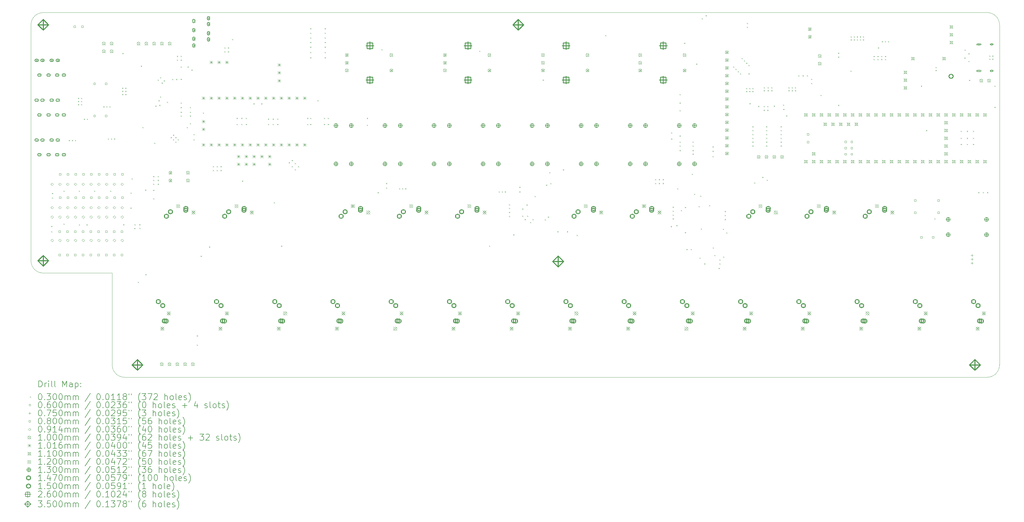
<source format=gbr>
%FSLAX45Y45*%
G04 Gerber Fmt 4.5, Leading zero omitted, Abs format (unit mm)*
G04 Created by KiCad (PCBNEW (6.0.1)) date 2022-03-21 15:47:53*
%MOMM*%
%LPD*%
G01*
G04 APERTURE LIST*
%TA.AperFunction,Profile*%
%ADD10C,0.100000*%
%TD*%
%ADD11C,0.200000*%
%ADD12C,0.030000*%
%ADD13C,0.060000*%
%ADD14C,0.075000*%
%ADD15C,0.080000*%
%ADD16C,0.091440*%
%ADD17C,0.100000*%
%ADD18C,0.101600*%
%ADD19C,0.110000*%
%ADD20C,0.120000*%
%ADD21C,0.130000*%
%ADD22C,0.147000*%
%ADD23C,0.150000*%
%ADD24C,0.260000*%
%ADD25C,0.350000*%
G04 APERTURE END LIST*
D10*
X6650000Y-21700000D02*
X6650000Y-24700000D01*
X4000000Y-21300000D02*
X4000000Y-13600000D01*
X35600000Y-13600000D02*
X35600000Y-24700000D01*
X6650000Y-24700000D02*
G75*
G03*
X7050000Y-25100000I400000J0D01*
G01*
X4400000Y-13200000D02*
G75*
G03*
X4000000Y-13600000I0J-400000D01*
G01*
X4400000Y-13200000D02*
X35200000Y-13200000D01*
X4000000Y-21300000D02*
G75*
G03*
X4400000Y-21700000I400000J0D01*
G01*
X35200000Y-25100000D02*
X7050000Y-25100000D01*
X35600000Y-13600000D02*
G75*
G03*
X35200000Y-13200000I-400000J0D01*
G01*
X4400000Y-21700000D02*
X6650000Y-21700000D01*
X35200000Y-25100000D02*
G75*
G03*
X35600000Y-24700000I0J400000D01*
G01*
D11*
D12*
X4660000Y-20160000D02*
X4690000Y-20190000D01*
X4690000Y-20160000D02*
X4660000Y-20190000D01*
X4660000Y-20335000D02*
X4690000Y-20365000D01*
X4690000Y-20335000D02*
X4660000Y-20365000D01*
X4685000Y-19085000D02*
X4715000Y-19115000D01*
X4715000Y-19085000D02*
X4685000Y-19115000D01*
X4685000Y-19235000D02*
X4715000Y-19265000D01*
X4715000Y-19235000D02*
X4685000Y-19265000D01*
X5060000Y-19010000D02*
X5090000Y-19040000D01*
X5090000Y-19010000D02*
X5060000Y-19040000D01*
X5060000Y-20085000D02*
X5090000Y-20115000D01*
X5090000Y-20085000D02*
X5060000Y-20115000D01*
X5235000Y-17360000D02*
X5265000Y-17390000D01*
X5265000Y-17360000D02*
X5235000Y-17390000D01*
X5335000Y-17360000D02*
X5365000Y-17390000D01*
X5365000Y-17360000D02*
X5335000Y-17390000D01*
X5435000Y-17360000D02*
X5465000Y-17390000D01*
X5465000Y-17360000D02*
X5435000Y-17390000D01*
X5535000Y-15985000D02*
X5565000Y-16015000D01*
X5565000Y-15985000D02*
X5535000Y-16015000D01*
X5535000Y-16085000D02*
X5565000Y-16115000D01*
X5565000Y-16085000D02*
X5535000Y-16115000D01*
X5535000Y-16185000D02*
X5565000Y-16215000D01*
X5565000Y-16185000D02*
X5535000Y-16215000D01*
X5560000Y-19010000D02*
X5590000Y-19040000D01*
X5590000Y-19010000D02*
X5560000Y-19040000D01*
X5560000Y-20110000D02*
X5590000Y-20140000D01*
X5590000Y-20110000D02*
X5560000Y-20140000D01*
X5635000Y-15985000D02*
X5665000Y-16015000D01*
X5665000Y-15985000D02*
X5635000Y-16015000D01*
X5635000Y-16085000D02*
X5665000Y-16115000D01*
X5665000Y-16085000D02*
X5635000Y-16115000D01*
X5635000Y-16185000D02*
X5665000Y-16215000D01*
X5665000Y-16185000D02*
X5635000Y-16215000D01*
X5725000Y-16665000D02*
X5755000Y-16695000D01*
X5755000Y-16665000D02*
X5725000Y-16695000D01*
X5810000Y-20110000D02*
X5840000Y-20140000D01*
X5840000Y-20110000D02*
X5810000Y-20140000D01*
X5825000Y-16665000D02*
X5855000Y-16695000D01*
X5855000Y-16665000D02*
X5825000Y-16695000D01*
X6060000Y-19010000D02*
X6090000Y-19040000D01*
X6090000Y-19010000D02*
X6060000Y-19040000D01*
X6360000Y-16260000D02*
X6390000Y-16290000D01*
X6390000Y-16260000D02*
X6360000Y-16290000D01*
X6460000Y-16260000D02*
X6490000Y-16290000D01*
X6490000Y-16260000D02*
X6460000Y-16290000D01*
X6510000Y-17310000D02*
X6540000Y-17340000D01*
X6540000Y-17310000D02*
X6510000Y-17340000D01*
X6560000Y-16260000D02*
X6590000Y-16290000D01*
X6590000Y-16260000D02*
X6560000Y-16290000D01*
X6585000Y-19010000D02*
X6615000Y-19040000D01*
X6615000Y-19010000D02*
X6585000Y-19040000D01*
X6610000Y-17310000D02*
X6640000Y-17340000D01*
X6640000Y-17310000D02*
X6610000Y-17340000D01*
X6710000Y-17310000D02*
X6740000Y-17340000D01*
X6740000Y-17310000D02*
X6710000Y-17340000D01*
X6975000Y-15655000D02*
X7005000Y-15685000D01*
X7005000Y-15655000D02*
X6975000Y-15685000D01*
X6975000Y-15755000D02*
X7005000Y-15785000D01*
X7005000Y-15755000D02*
X6975000Y-15785000D01*
X6975000Y-15855000D02*
X7005000Y-15885000D01*
X7005000Y-15855000D02*
X6975000Y-15885000D01*
X6985000Y-14519166D02*
X7015000Y-14549166D01*
X7015000Y-14519166D02*
X6985000Y-14549166D01*
X7010000Y-20105000D02*
X7040000Y-20135000D01*
X7040000Y-20105000D02*
X7010000Y-20135000D01*
X7075000Y-15655000D02*
X7105000Y-15685000D01*
X7105000Y-15655000D02*
X7075000Y-15685000D01*
X7075000Y-15755000D02*
X7105000Y-15785000D01*
X7105000Y-15755000D02*
X7075000Y-15785000D01*
X7075000Y-15855000D02*
X7105000Y-15885000D01*
X7105000Y-15855000D02*
X7075000Y-15885000D01*
X7245000Y-19565000D02*
X7275000Y-19595000D01*
X7275000Y-19565000D02*
X7245000Y-19595000D01*
X7250048Y-19075048D02*
X7280048Y-19105048D01*
X7280048Y-19075048D02*
X7250048Y-19105048D01*
X7285000Y-18610000D02*
X7315000Y-18640000D01*
X7315000Y-18610000D02*
X7285000Y-18640000D01*
X7370000Y-20230000D02*
X7400000Y-20260000D01*
X7400000Y-20230000D02*
X7370000Y-20260000D01*
X7375000Y-20105000D02*
X7405000Y-20135000D01*
X7405000Y-20105000D02*
X7375000Y-20135000D01*
X7485000Y-21985000D02*
X7515000Y-22015000D01*
X7515000Y-21985000D02*
X7485000Y-22015000D01*
X7535000Y-20105000D02*
X7565000Y-20135000D01*
X7565000Y-20105000D02*
X7535000Y-20135000D01*
X7540000Y-20225000D02*
X7570000Y-20255000D01*
X7570000Y-20225000D02*
X7540000Y-20255000D01*
X7585000Y-14935000D02*
X7615000Y-14965000D01*
X7615000Y-14935000D02*
X7585000Y-14965000D01*
X7635000Y-16935000D02*
X7665000Y-16965000D01*
X7665000Y-16935000D02*
X7635000Y-16965000D01*
X7725000Y-18975000D02*
X7755000Y-19005000D01*
X7755000Y-18975000D02*
X7725000Y-19005000D01*
X7735000Y-21735000D02*
X7765000Y-21765000D01*
X7765000Y-21735000D02*
X7735000Y-21765000D01*
X7985000Y-18535000D02*
X8015000Y-18565000D01*
X8015000Y-18535000D02*
X7985000Y-18565000D01*
X7985000Y-18660000D02*
X8015000Y-18690000D01*
X8015000Y-18660000D02*
X7985000Y-18690000D01*
X7985000Y-18785000D02*
X8015000Y-18815000D01*
X8015000Y-18785000D02*
X7985000Y-18815000D01*
X7985000Y-18985000D02*
X8015000Y-19015000D01*
X8015000Y-18985000D02*
X7985000Y-19015000D01*
X7985000Y-19260000D02*
X8015000Y-19290000D01*
X8015000Y-19260000D02*
X7985000Y-19290000D01*
X8020000Y-17450000D02*
X8050000Y-17480000D01*
X8050000Y-17450000D02*
X8020000Y-17480000D01*
X8060000Y-16235000D02*
X8090000Y-16265000D01*
X8090000Y-16235000D02*
X8060000Y-16265000D01*
X8135000Y-15385000D02*
X8165000Y-15415000D01*
X8165000Y-15385000D02*
X8135000Y-15415000D01*
X8135000Y-18535000D02*
X8165000Y-18565000D01*
X8165000Y-18535000D02*
X8135000Y-18565000D01*
X8135000Y-18660000D02*
X8165000Y-18690000D01*
X8165000Y-18660000D02*
X8135000Y-18690000D01*
X8135000Y-18785000D02*
X8165000Y-18815000D01*
X8165000Y-18785000D02*
X8135000Y-18815000D01*
X8160000Y-16060000D02*
X8190000Y-16090000D01*
X8190000Y-16060000D02*
X8160000Y-16090000D01*
X8185000Y-16210000D02*
X8215000Y-16240000D01*
X8215000Y-16210000D02*
X8185000Y-16240000D01*
X8210000Y-15310000D02*
X8240000Y-15340000D01*
X8240000Y-15310000D02*
X8210000Y-15340000D01*
X8210000Y-15935000D02*
X8240000Y-15965000D01*
X8240000Y-15935000D02*
X8210000Y-15965000D01*
X8260000Y-15485000D02*
X8290000Y-15515000D01*
X8290000Y-15485000D02*
X8260000Y-15515000D01*
X8335000Y-15410000D02*
X8365000Y-15440000D01*
X8365000Y-15410000D02*
X8335000Y-15440000D01*
X8435000Y-16110000D02*
X8465000Y-16140000D01*
X8465000Y-16110000D02*
X8435000Y-16140000D01*
X8560000Y-17260000D02*
X8590000Y-17290000D01*
X8590000Y-17260000D02*
X8560000Y-17290000D01*
X8605000Y-15365000D02*
X8635000Y-15395000D01*
X8635000Y-15365000D02*
X8605000Y-15395000D01*
X8635000Y-17185000D02*
X8665000Y-17215000D01*
X8665000Y-17185000D02*
X8635000Y-17215000D01*
X8635000Y-17335000D02*
X8665000Y-17365000D01*
X8665000Y-17335000D02*
X8635000Y-17365000D01*
X8710000Y-17260000D02*
X8740000Y-17290000D01*
X8740000Y-17260000D02*
X8710000Y-17290000D01*
X8710000Y-17410000D02*
X8740000Y-17440000D01*
X8740000Y-17410000D02*
X8710000Y-17440000D01*
X8735000Y-15365000D02*
X8765000Y-15395000D01*
X8765000Y-15365000D02*
X8735000Y-15395000D01*
X8760000Y-14610000D02*
X8790000Y-14640000D01*
X8790000Y-14610000D02*
X8760000Y-14640000D01*
X8760000Y-14735000D02*
X8790000Y-14765000D01*
X8790000Y-14735000D02*
X8760000Y-14765000D01*
X8785000Y-17335000D02*
X8815000Y-17365000D01*
X8815000Y-17335000D02*
X8785000Y-17365000D01*
X8885000Y-14610000D02*
X8915000Y-14640000D01*
X8915000Y-14610000D02*
X8885000Y-14640000D01*
X8885000Y-14735000D02*
X8915000Y-14765000D01*
X8915000Y-14735000D02*
X8885000Y-14765000D01*
X8885000Y-14960000D02*
X8915000Y-14990000D01*
X8915000Y-14960000D02*
X8885000Y-14990000D01*
X8885000Y-15360000D02*
X8915000Y-15390000D01*
X8915000Y-15360000D02*
X8885000Y-15390000D01*
X8885000Y-16135000D02*
X8915000Y-16165000D01*
X8915000Y-16135000D02*
X8885000Y-16165000D01*
X8885000Y-16285000D02*
X8915000Y-16315000D01*
X8915000Y-16285000D02*
X8885000Y-16315000D01*
X8885000Y-16435000D02*
X8915000Y-16465000D01*
X8915000Y-16435000D02*
X8885000Y-16465000D01*
X8885000Y-16560000D02*
X8915000Y-16590000D01*
X8915000Y-16560000D02*
X8885000Y-16590000D01*
X9085000Y-16935000D02*
X9115000Y-16965000D01*
X9115000Y-16935000D02*
X9085000Y-16965000D01*
X9110000Y-14960000D02*
X9140000Y-14990000D01*
X9140000Y-14960000D02*
X9110000Y-14990000D01*
X9185000Y-16285000D02*
X9215000Y-16315000D01*
X9215000Y-16285000D02*
X9185000Y-16315000D01*
X9185000Y-16435000D02*
X9215000Y-16465000D01*
X9215000Y-16435000D02*
X9185000Y-16465000D01*
X9185000Y-16560000D02*
X9215000Y-16590000D01*
X9215000Y-16560000D02*
X9185000Y-16590000D01*
X9185000Y-16810000D02*
X9215000Y-16840000D01*
X9215000Y-16810000D02*
X9185000Y-16840000D01*
X9235000Y-15060000D02*
X9265000Y-15090000D01*
X9265000Y-15060000D02*
X9235000Y-15090000D01*
X9305000Y-17165000D02*
X9335000Y-17195000D01*
X9335000Y-17165000D02*
X9305000Y-17195000D01*
X9305000Y-17335000D02*
X9335000Y-17365000D01*
X9335000Y-17335000D02*
X9305000Y-17365000D01*
X9410000Y-23735000D02*
X9440000Y-23765000D01*
X9440000Y-23735000D02*
X9410000Y-23765000D01*
X9410000Y-24035000D02*
X9440000Y-24065000D01*
X9440000Y-24035000D02*
X9410000Y-24065000D01*
X9535000Y-21135000D02*
X9565000Y-21165000D01*
X9565000Y-21135000D02*
X9535000Y-21165000D01*
X9610000Y-16460000D02*
X9640000Y-16490000D01*
X9640000Y-16460000D02*
X9610000Y-16490000D01*
X9810000Y-20835000D02*
X9840000Y-20865000D01*
X9840000Y-20835000D02*
X9810000Y-20865000D01*
X9935000Y-18210000D02*
X9965000Y-18240000D01*
X9965000Y-18210000D02*
X9935000Y-18240000D01*
X9935000Y-18335000D02*
X9965000Y-18365000D01*
X9965000Y-18335000D02*
X9935000Y-18365000D01*
X10060000Y-18210000D02*
X10090000Y-18240000D01*
X10090000Y-18210000D02*
X10060000Y-18240000D01*
X10060000Y-18335000D02*
X10090000Y-18365000D01*
X10090000Y-18335000D02*
X10060000Y-18365000D01*
X10185000Y-18210000D02*
X10215000Y-18240000D01*
X10215000Y-18210000D02*
X10185000Y-18240000D01*
X10185000Y-18335000D02*
X10215000Y-18365000D01*
X10215000Y-18335000D02*
X10185000Y-18365000D01*
X10310000Y-14335000D02*
X10340000Y-14365000D01*
X10340000Y-14335000D02*
X10310000Y-14365000D01*
X10310000Y-14465000D02*
X10340000Y-14495000D01*
X10340000Y-14465000D02*
X10310000Y-14495000D01*
X10425000Y-14335000D02*
X10455000Y-14365000D01*
X10455000Y-14335000D02*
X10425000Y-14365000D01*
X10425000Y-14465000D02*
X10455000Y-14495000D01*
X10455000Y-14465000D02*
X10425000Y-14495000D01*
X10560000Y-14060000D02*
X10590000Y-14090000D01*
X10590000Y-14060000D02*
X10560000Y-14090000D01*
X10710000Y-16635000D02*
X10740000Y-16665000D01*
X10740000Y-16635000D02*
X10710000Y-16665000D01*
X10710000Y-16835000D02*
X10740000Y-16865000D01*
X10740000Y-16835000D02*
X10710000Y-16865000D01*
X10860000Y-16635000D02*
X10890000Y-16665000D01*
X10890000Y-16635000D02*
X10860000Y-16665000D01*
X10860000Y-16835000D02*
X10890000Y-16865000D01*
X10890000Y-16835000D02*
X10860000Y-16865000D01*
X10885000Y-18685000D02*
X10915000Y-18715000D01*
X10915000Y-18685000D02*
X10885000Y-18715000D01*
X11010000Y-16635000D02*
X11040000Y-16665000D01*
X11040000Y-16635000D02*
X11010000Y-16665000D01*
X11010000Y-16835000D02*
X11040000Y-16865000D01*
X11040000Y-16835000D02*
X11010000Y-16865000D01*
X11260000Y-16160000D02*
X11290000Y-16190000D01*
X11290000Y-16160000D02*
X11260000Y-16190000D01*
X11515000Y-16160000D02*
X11545000Y-16190000D01*
X11545000Y-16160000D02*
X11515000Y-16190000D01*
X11735000Y-16660000D02*
X11765000Y-16690000D01*
X11765000Y-16660000D02*
X11735000Y-16690000D01*
X11735000Y-16835000D02*
X11765000Y-16865000D01*
X11765000Y-16835000D02*
X11735000Y-16865000D01*
X11885000Y-16660000D02*
X11915000Y-16690000D01*
X11915000Y-16660000D02*
X11885000Y-16690000D01*
X11885000Y-16835000D02*
X11915000Y-16865000D01*
X11915000Y-16835000D02*
X11885000Y-16865000D01*
X11925000Y-19385000D02*
X11955000Y-19415000D01*
X11955000Y-19385000D02*
X11925000Y-19415000D01*
X12035000Y-16660000D02*
X12065000Y-16690000D01*
X12065000Y-16660000D02*
X12035000Y-16690000D01*
X12035000Y-16835000D02*
X12065000Y-16865000D01*
X12065000Y-16835000D02*
X12035000Y-16865000D01*
X12160000Y-20805000D02*
X12190000Y-20835000D01*
X12190000Y-20805000D02*
X12160000Y-20835000D01*
X12410000Y-18085000D02*
X12440000Y-18115000D01*
X12440000Y-18085000D02*
X12410000Y-18115000D01*
X12510000Y-18010000D02*
X12540000Y-18040000D01*
X12540000Y-18010000D02*
X12510000Y-18040000D01*
X12510000Y-18210000D02*
X12540000Y-18240000D01*
X12540000Y-18210000D02*
X12510000Y-18240000D01*
X12610000Y-18110000D02*
X12640000Y-18140000D01*
X12640000Y-18110000D02*
X12610000Y-18140000D01*
X12610000Y-18310000D02*
X12640000Y-18340000D01*
X12640000Y-18310000D02*
X12610000Y-18340000D01*
X12710000Y-18210000D02*
X12740000Y-18240000D01*
X12740000Y-18210000D02*
X12710000Y-18240000D01*
X13010000Y-16635000D02*
X13040000Y-16665000D01*
X13040000Y-16635000D02*
X13010000Y-16665000D01*
X13010000Y-16835000D02*
X13040000Y-16865000D01*
X13040000Y-16835000D02*
X13010000Y-16865000D01*
X13110000Y-13710000D02*
X13140000Y-13740000D01*
X13140000Y-13710000D02*
X13110000Y-13740000D01*
X13110000Y-13860000D02*
X13140000Y-13890000D01*
X13140000Y-13860000D02*
X13110000Y-13890000D01*
X13110000Y-14010000D02*
X13140000Y-14040000D01*
X13140000Y-14010000D02*
X13110000Y-14040000D01*
X13110000Y-14160000D02*
X13140000Y-14190000D01*
X13140000Y-14160000D02*
X13110000Y-14190000D01*
X13110000Y-14310000D02*
X13140000Y-14340000D01*
X13140000Y-14310000D02*
X13110000Y-14340000D01*
X13110000Y-14485000D02*
X13140000Y-14515000D01*
X13140000Y-14485000D02*
X13110000Y-14515000D01*
X13110000Y-14660000D02*
X13140000Y-14690000D01*
X13140000Y-14660000D02*
X13110000Y-14690000D01*
X13110000Y-16635000D02*
X13140000Y-16665000D01*
X13140000Y-16635000D02*
X13110000Y-16665000D01*
X13110000Y-16835000D02*
X13140000Y-16865000D01*
X13140000Y-16835000D02*
X13110000Y-16865000D01*
X13345000Y-16060000D02*
X13375000Y-16090000D01*
X13375000Y-16060000D02*
X13345000Y-16090000D01*
X13560000Y-16635000D02*
X13590000Y-16665000D01*
X13590000Y-16635000D02*
X13560000Y-16665000D01*
X13560000Y-16835000D02*
X13590000Y-16865000D01*
X13590000Y-16835000D02*
X13560000Y-16865000D01*
X13585000Y-13710000D02*
X13615000Y-13740000D01*
X13615000Y-13710000D02*
X13585000Y-13740000D01*
X13585000Y-13860000D02*
X13615000Y-13890000D01*
X13615000Y-13860000D02*
X13585000Y-13890000D01*
X13585000Y-14010000D02*
X13615000Y-14040000D01*
X13615000Y-14010000D02*
X13585000Y-14040000D01*
X13585000Y-14160000D02*
X13615000Y-14190000D01*
X13615000Y-14160000D02*
X13585000Y-14190000D01*
X13585000Y-14310000D02*
X13615000Y-14340000D01*
X13615000Y-14310000D02*
X13585000Y-14340000D01*
X13585000Y-14485000D02*
X13615000Y-14515000D01*
X13615000Y-14485000D02*
X13585000Y-14515000D01*
X13585000Y-14660000D02*
X13615000Y-14690000D01*
X13615000Y-14660000D02*
X13585000Y-14690000D01*
X13685000Y-16635000D02*
X13715000Y-16665000D01*
X13715000Y-16635000D02*
X13685000Y-16665000D01*
X13685000Y-16835000D02*
X13715000Y-16865000D01*
X13715000Y-16835000D02*
X13685000Y-16865000D01*
X14960000Y-16635000D02*
X14990000Y-16665000D01*
X14990000Y-16635000D02*
X14960000Y-16665000D01*
X14960000Y-16860000D02*
X14990000Y-16890000D01*
X14990000Y-16860000D02*
X14960000Y-16890000D01*
X15310000Y-19060000D02*
X15340000Y-19090000D01*
X15340000Y-19060000D02*
X15310000Y-19090000D01*
X15435000Y-14395000D02*
X15465000Y-14425000D01*
X15465000Y-14395000D02*
X15435000Y-14425000D01*
X15585000Y-18760000D02*
X15615000Y-18790000D01*
X15615000Y-18760000D02*
X15585000Y-18790000D01*
X15585000Y-18910000D02*
X15615000Y-18940000D01*
X15615000Y-18910000D02*
X15585000Y-18940000D01*
X16010000Y-18935000D02*
X16040000Y-18965000D01*
X16040000Y-18935000D02*
X16010000Y-18965000D01*
X16110000Y-18935000D02*
X16140000Y-18965000D01*
X16140000Y-18935000D02*
X16110000Y-18965000D01*
X16210000Y-18935000D02*
X16240000Y-18965000D01*
X16240000Y-18935000D02*
X16210000Y-18965000D01*
X18625000Y-14445000D02*
X18655000Y-14475000D01*
X18655000Y-14445000D02*
X18625000Y-14475000D01*
X18945000Y-20805000D02*
X18975000Y-20835000D01*
X18975000Y-20805000D02*
X18945000Y-20835000D01*
X19260000Y-19035000D02*
X19290000Y-19065000D01*
X19290000Y-19035000D02*
X19260000Y-19065000D01*
X19360000Y-19035000D02*
X19390000Y-19065000D01*
X19390000Y-19035000D02*
X19360000Y-19065000D01*
X19460000Y-19035000D02*
X19490000Y-19065000D01*
X19490000Y-19035000D02*
X19460000Y-19065000D01*
X19595000Y-19455000D02*
X19625000Y-19485000D01*
X19625000Y-19455000D02*
X19595000Y-19485000D01*
X19595000Y-19575000D02*
X19625000Y-19605000D01*
X19625000Y-19575000D02*
X19595000Y-19605000D01*
X19595000Y-19705000D02*
X19625000Y-19735000D01*
X19625000Y-19705000D02*
X19595000Y-19735000D01*
X19595000Y-19835000D02*
X19625000Y-19865000D01*
X19625000Y-19835000D02*
X19595000Y-19865000D01*
X19735000Y-20435000D02*
X19765000Y-20465000D01*
X19765000Y-20435000D02*
X19735000Y-20465000D01*
X19935000Y-18885000D02*
X19965000Y-18915000D01*
X19965000Y-18885000D02*
X19935000Y-18915000D01*
X19935000Y-19035000D02*
X19965000Y-19065000D01*
X19965000Y-19035000D02*
X19935000Y-19065000D01*
X20025000Y-19595000D02*
X20055000Y-19625000D01*
X20055000Y-19595000D02*
X20025000Y-19625000D01*
X20025100Y-19825000D02*
X20055100Y-19855000D01*
X20055100Y-19825000D02*
X20025100Y-19855000D01*
X20105050Y-19935000D02*
X20135050Y-19965000D01*
X20135050Y-19935000D02*
X20105050Y-19965000D01*
X20165000Y-19465000D02*
X20195000Y-19495000D01*
X20195000Y-19465000D02*
X20165000Y-19495000D01*
X20185000Y-19825000D02*
X20215000Y-19855000D01*
X20215000Y-19825000D02*
X20185000Y-19855000D01*
X20285050Y-20035000D02*
X20315050Y-20065000D01*
X20315050Y-20035000D02*
X20285050Y-20065000D01*
X20365000Y-19935000D02*
X20395000Y-19965000D01*
X20395000Y-19935000D02*
X20365000Y-19965000D01*
X20435000Y-19185000D02*
X20465000Y-19215000D01*
X20465000Y-19185000D02*
X20435000Y-19215000D01*
X20695000Y-15385000D02*
X20725000Y-15415000D01*
X20725000Y-15385000D02*
X20695000Y-15415000D01*
X20765000Y-19945000D02*
X20795000Y-19975000D01*
X20795000Y-19945000D02*
X20765000Y-19975000D01*
X20805000Y-18815000D02*
X20835000Y-18845000D01*
X20835000Y-18815000D02*
X20805000Y-18845000D01*
X20865000Y-19855000D02*
X20895000Y-19885000D01*
X20895000Y-19855000D02*
X20865000Y-19885000D01*
X20910000Y-18410000D02*
X20940000Y-18440000D01*
X20940000Y-18410000D02*
X20910000Y-18440000D01*
X20945000Y-18765000D02*
X20975000Y-18795000D01*
X20975000Y-18765000D02*
X20945000Y-18795000D01*
X21175000Y-20335000D02*
X21205000Y-20365000D01*
X21205000Y-20335000D02*
X21175000Y-20365000D01*
X21355000Y-18315000D02*
X21385000Y-18345000D01*
X21385000Y-18315000D02*
X21355000Y-18345000D01*
X21485000Y-20335000D02*
X21515000Y-20365000D01*
X21515000Y-20335000D02*
X21485000Y-20365000D01*
X21805000Y-20455000D02*
X21835000Y-20485000D01*
X21835000Y-20455000D02*
X21805000Y-20485000D01*
X22735000Y-13935000D02*
X22765000Y-13965000D01*
X22765000Y-13935000D02*
X22735000Y-13965000D01*
X24360000Y-18635000D02*
X24390000Y-18665000D01*
X24390000Y-18635000D02*
X24360000Y-18665000D01*
X24360000Y-18760000D02*
X24390000Y-18790000D01*
X24390000Y-18760000D02*
X24360000Y-18790000D01*
X24485000Y-18635000D02*
X24515000Y-18665000D01*
X24515000Y-18635000D02*
X24485000Y-18665000D01*
X24485000Y-18760000D02*
X24515000Y-18790000D01*
X24515000Y-18760000D02*
X24485000Y-18790000D01*
X24610000Y-18635000D02*
X24640000Y-18665000D01*
X24640000Y-18635000D02*
X24610000Y-18665000D01*
X24610000Y-18760000D02*
X24640000Y-18790000D01*
X24640000Y-18760000D02*
X24610000Y-18790000D01*
X24875000Y-20165000D02*
X24905000Y-20195000D01*
X24905000Y-20165000D02*
X24875000Y-20195000D01*
X24885000Y-17110000D02*
X24915000Y-17140000D01*
X24915000Y-17110000D02*
X24885000Y-17140000D01*
X24885000Y-17310000D02*
X24915000Y-17340000D01*
X24915000Y-17310000D02*
X24885000Y-17340000D01*
X24935000Y-19535000D02*
X24965000Y-19565000D01*
X24965000Y-19535000D02*
X24935000Y-19565000D01*
X24935000Y-19665000D02*
X24965000Y-19695000D01*
X24965000Y-19665000D02*
X24935000Y-19695000D01*
X24935000Y-19795000D02*
X24965000Y-19825000D01*
X24965000Y-19795000D02*
X24935000Y-19825000D01*
X24935000Y-19915000D02*
X24965000Y-19945000D01*
X24965000Y-19915000D02*
X24935000Y-19945000D01*
X25055000Y-20135000D02*
X25085000Y-20165000D01*
X25085000Y-20135000D02*
X25055000Y-20165000D01*
X25085000Y-18935000D02*
X25115000Y-18965000D01*
X25115000Y-18935000D02*
X25085000Y-18965000D01*
X25160000Y-15860000D02*
X25190000Y-15890000D01*
X25190000Y-15860000D02*
X25160000Y-15890000D01*
X25160000Y-16135000D02*
X25190000Y-16165000D01*
X25190000Y-16135000D02*
X25160000Y-16165000D01*
X25160000Y-16385000D02*
X25190000Y-16415000D01*
X25190000Y-16385000D02*
X25160000Y-16415000D01*
X25160000Y-17210000D02*
X25190000Y-17240000D01*
X25190000Y-17210000D02*
X25160000Y-17240000D01*
X25160000Y-17410000D02*
X25190000Y-17440000D01*
X25190000Y-17410000D02*
X25160000Y-17440000D01*
X25160000Y-17535000D02*
X25190000Y-17565000D01*
X25190000Y-17535000D02*
X25160000Y-17565000D01*
X25160000Y-17685000D02*
X25190000Y-17715000D01*
X25190000Y-17685000D02*
X25160000Y-17715000D01*
X25205000Y-19645000D02*
X25235000Y-19675000D01*
X25235000Y-19645000D02*
X25205000Y-19675000D01*
X25310000Y-14185000D02*
X25340000Y-14215000D01*
X25340000Y-14185000D02*
X25310000Y-14215000D01*
X25335000Y-19545000D02*
X25365000Y-19575000D01*
X25365000Y-19545000D02*
X25335000Y-19575000D01*
X25335000Y-20365000D02*
X25365000Y-20395000D01*
X25365000Y-20365000D02*
X25335000Y-20395000D01*
X25385000Y-20915000D02*
X25415000Y-20945000D01*
X25415000Y-20915000D02*
X25385000Y-20945000D01*
X25525000Y-20915000D02*
X25555000Y-20945000D01*
X25555000Y-20915000D02*
X25525000Y-20945000D01*
X25560000Y-18460000D02*
X25590000Y-18490000D01*
X25590000Y-18460000D02*
X25560000Y-18490000D01*
X25585000Y-17410000D02*
X25615000Y-17440000D01*
X25615000Y-17410000D02*
X25585000Y-17440000D01*
X25585000Y-17535000D02*
X25615000Y-17565000D01*
X25615000Y-17535000D02*
X25585000Y-17565000D01*
X25585000Y-17685000D02*
X25615000Y-17715000D01*
X25615000Y-17685000D02*
X25585000Y-17715000D01*
X25585000Y-17805000D02*
X25615000Y-17835000D01*
X25615000Y-17805000D02*
X25585000Y-17835000D01*
X25635000Y-19110000D02*
X25665000Y-19140000D01*
X25665000Y-19110000D02*
X25635000Y-19140000D01*
X25705000Y-14865000D02*
X25735000Y-14895000D01*
X25735000Y-14865000D02*
X25705000Y-14895000D01*
X25785000Y-19515000D02*
X25815000Y-19545000D01*
X25815000Y-19515000D02*
X25785000Y-19545000D01*
X25815000Y-21195000D02*
X25845000Y-21225000D01*
X25845000Y-21195000D02*
X25815000Y-21225000D01*
X25835000Y-19175000D02*
X25865000Y-19205000D01*
X25865000Y-19175000D02*
X25835000Y-19205000D01*
X25855000Y-20245000D02*
X25885000Y-20275000D01*
X25885000Y-20245000D02*
X25855000Y-20275000D01*
X25885000Y-13385000D02*
X25915000Y-13415000D01*
X25915000Y-13385000D02*
X25885000Y-13415000D01*
X25965000Y-21385000D02*
X25995000Y-21415000D01*
X25995000Y-21385000D02*
X25965000Y-21415000D01*
X26010000Y-13285000D02*
X26040000Y-13315000D01*
X26040000Y-13285000D02*
X26010000Y-13315000D01*
X26125000Y-19485000D02*
X26155000Y-19515000D01*
X26155000Y-19485000D02*
X26125000Y-19515000D01*
X26235000Y-17565000D02*
X26265000Y-17595000D01*
X26265000Y-17565000D02*
X26235000Y-17595000D01*
X26235000Y-17710000D02*
X26265000Y-17740000D01*
X26265000Y-17710000D02*
X26235000Y-17740000D01*
X26235000Y-17885000D02*
X26265000Y-17915000D01*
X26265000Y-17885000D02*
X26235000Y-17915000D01*
X26245000Y-20865000D02*
X26275000Y-20895000D01*
X26275000Y-20865000D02*
X26245000Y-20895000D01*
X26295000Y-21110000D02*
X26325000Y-21140000D01*
X26325000Y-21110000D02*
X26295000Y-21140000D01*
X26435000Y-21535000D02*
X26465000Y-21565000D01*
X26465000Y-21535000D02*
X26435000Y-21565000D01*
X26460000Y-21260000D02*
X26490000Y-21290000D01*
X26490000Y-21260000D02*
X26460000Y-21290000D01*
X26460000Y-21385000D02*
X26490000Y-21415000D01*
X26490000Y-21385000D02*
X26460000Y-21415000D01*
X26575000Y-20255000D02*
X26605000Y-20285000D01*
X26605000Y-20255000D02*
X26575000Y-20285000D01*
X26585000Y-21160000D02*
X26615000Y-21190000D01*
X26615000Y-21160000D02*
X26585000Y-21190000D01*
X26635000Y-19675000D02*
X26665000Y-19705000D01*
X26665000Y-19675000D02*
X26635000Y-19705000D01*
X26635000Y-19805000D02*
X26665000Y-19835000D01*
X26665000Y-19805000D02*
X26635000Y-19835000D01*
X26635000Y-19935000D02*
X26665000Y-19965000D01*
X26665000Y-19935000D02*
X26635000Y-19965000D01*
X26685000Y-20375000D02*
X26715000Y-20405000D01*
X26715000Y-20375000D02*
X26685000Y-20405000D01*
X26910000Y-14960000D02*
X26940000Y-14990000D01*
X26940000Y-14960000D02*
X26910000Y-14990000D01*
X26985000Y-15035000D02*
X27015000Y-15065000D01*
X27015000Y-15035000D02*
X26985000Y-15065000D01*
X27060000Y-15110000D02*
X27090000Y-15140000D01*
X27090000Y-15110000D02*
X27060000Y-15140000D01*
X27135000Y-15185000D02*
X27165000Y-15215000D01*
X27165000Y-15185000D02*
X27135000Y-15215000D01*
X27185000Y-14685000D02*
X27215000Y-14715000D01*
X27215000Y-14685000D02*
X27185000Y-14715000D01*
X27260000Y-14760000D02*
X27290000Y-14790000D01*
X27290000Y-14760000D02*
X27260000Y-14790000D01*
X27335000Y-14835000D02*
X27365000Y-14865000D01*
X27365000Y-14835000D02*
X27335000Y-14865000D01*
X27335000Y-15660000D02*
X27365000Y-15690000D01*
X27365000Y-15660000D02*
X27335000Y-15690000D01*
X27335000Y-15760000D02*
X27365000Y-15790000D01*
X27365000Y-15760000D02*
X27335000Y-15790000D01*
X27360000Y-13535000D02*
X27390000Y-13565000D01*
X27390000Y-13535000D02*
X27360000Y-13565000D01*
X27360000Y-13665000D02*
X27390000Y-13695000D01*
X27390000Y-13665000D02*
X27360000Y-13695000D01*
X27410000Y-14910000D02*
X27440000Y-14940000D01*
X27440000Y-14910000D02*
X27410000Y-14940000D01*
X27410000Y-15185000D02*
X27440000Y-15215000D01*
X27440000Y-15185000D02*
X27410000Y-15215000D01*
X27435000Y-15660000D02*
X27465000Y-15690000D01*
X27465000Y-15660000D02*
X27435000Y-15690000D01*
X27435000Y-15760000D02*
X27465000Y-15790000D01*
X27465000Y-15760000D02*
X27435000Y-15790000D01*
X27445000Y-16155000D02*
X27475000Y-16185000D01*
X27475000Y-16155000D02*
X27445000Y-16185000D01*
X27535000Y-15660000D02*
X27565000Y-15690000D01*
X27565000Y-15660000D02*
X27535000Y-15690000D01*
X27535000Y-15760000D02*
X27565000Y-15790000D01*
X27565000Y-15760000D02*
X27535000Y-15790000D01*
X27535000Y-16910000D02*
X27565000Y-16940000D01*
X27565000Y-16910000D02*
X27535000Y-16940000D01*
X27535000Y-17035000D02*
X27565000Y-17065000D01*
X27565000Y-17035000D02*
X27535000Y-17065000D01*
X27535000Y-17160000D02*
X27565000Y-17190000D01*
X27565000Y-17160000D02*
X27535000Y-17190000D01*
X27535000Y-17285000D02*
X27565000Y-17315000D01*
X27565000Y-17285000D02*
X27535000Y-17315000D01*
X27535000Y-17410000D02*
X27565000Y-17440000D01*
X27565000Y-17410000D02*
X27535000Y-17440000D01*
X27535000Y-17535000D02*
X27565000Y-17565000D01*
X27565000Y-17535000D02*
X27535000Y-17565000D01*
X27595000Y-18745000D02*
X27625000Y-18775000D01*
X27625000Y-18745000D02*
X27595000Y-18775000D01*
X27725000Y-16245000D02*
X27755000Y-16275000D01*
X27755000Y-16245000D02*
X27725000Y-16275000D01*
X27860000Y-18560000D02*
X27890000Y-18590000D01*
X27890000Y-18560000D02*
X27860000Y-18590000D01*
X27905000Y-16250000D02*
X27935000Y-16280000D01*
X27935000Y-16250000D02*
X27905000Y-16280000D01*
X27905000Y-16375000D02*
X27935000Y-16405000D01*
X27935000Y-16375000D02*
X27905000Y-16405000D01*
X27910000Y-15635000D02*
X27940000Y-15665000D01*
X27940000Y-15635000D02*
X27910000Y-15665000D01*
X27910000Y-15735000D02*
X27940000Y-15765000D01*
X27940000Y-15735000D02*
X27910000Y-15765000D01*
X27985000Y-16910000D02*
X28015000Y-16940000D01*
X28015000Y-16910000D02*
X27985000Y-16940000D01*
X27985000Y-17035000D02*
X28015000Y-17065000D01*
X28015000Y-17035000D02*
X27985000Y-17065000D01*
X27985000Y-17160000D02*
X28015000Y-17190000D01*
X28015000Y-17160000D02*
X27985000Y-17190000D01*
X27985000Y-17285000D02*
X28015000Y-17315000D01*
X28015000Y-17285000D02*
X27985000Y-17315000D01*
X27985000Y-17410000D02*
X28015000Y-17440000D01*
X28015000Y-17410000D02*
X27985000Y-17440000D01*
X27985000Y-17535000D02*
X28015000Y-17565000D01*
X28015000Y-17535000D02*
X27985000Y-17565000D01*
X28005000Y-18655000D02*
X28035000Y-18685000D01*
X28035000Y-18655000D02*
X28005000Y-18685000D01*
X28025000Y-16250000D02*
X28055000Y-16280000D01*
X28055000Y-16250000D02*
X28025000Y-16280000D01*
X28025000Y-16375000D02*
X28055000Y-16405000D01*
X28055000Y-16375000D02*
X28025000Y-16405000D01*
X28035000Y-15635000D02*
X28065000Y-15665000D01*
X28065000Y-15635000D02*
X28035000Y-15665000D01*
X28035000Y-15735000D02*
X28065000Y-15765000D01*
X28065000Y-15735000D02*
X28035000Y-15765000D01*
X28155000Y-15635000D02*
X28185000Y-15665000D01*
X28185000Y-15635000D02*
X28155000Y-15665000D01*
X28155000Y-15735000D02*
X28185000Y-15765000D01*
X28185000Y-15735000D02*
X28155000Y-15765000D01*
X28235000Y-16235000D02*
X28265000Y-16265000D01*
X28265000Y-16235000D02*
X28235000Y-16265000D01*
X28460000Y-16910000D02*
X28490000Y-16940000D01*
X28490000Y-16910000D02*
X28460000Y-16940000D01*
X28460000Y-17035000D02*
X28490000Y-17065000D01*
X28490000Y-17035000D02*
X28460000Y-17065000D01*
X28460000Y-17160000D02*
X28490000Y-17190000D01*
X28490000Y-17160000D02*
X28460000Y-17190000D01*
X28460000Y-17285000D02*
X28490000Y-17315000D01*
X28490000Y-17285000D02*
X28460000Y-17315000D01*
X28460000Y-17410000D02*
X28490000Y-17440000D01*
X28490000Y-17410000D02*
X28460000Y-17440000D01*
X28460000Y-17535000D02*
X28490000Y-17565000D01*
X28490000Y-17535000D02*
X28460000Y-17565000D01*
X28535000Y-16205000D02*
X28565000Y-16235000D01*
X28565000Y-16205000D02*
X28535000Y-16235000D01*
X28545000Y-16345000D02*
X28575000Y-16375000D01*
X28575000Y-16345000D02*
X28545000Y-16375000D01*
X28635000Y-16555000D02*
X28665000Y-16585000D01*
X28665000Y-16555000D02*
X28635000Y-16585000D01*
X28715000Y-15635000D02*
X28745000Y-15665000D01*
X28745000Y-15635000D02*
X28715000Y-15665000D01*
X28715000Y-15735000D02*
X28745000Y-15765000D01*
X28745000Y-15735000D02*
X28715000Y-15765000D01*
X28825000Y-15635000D02*
X28855000Y-15665000D01*
X28855000Y-15635000D02*
X28825000Y-15665000D01*
X28825000Y-15735000D02*
X28855000Y-15765000D01*
X28855000Y-15735000D02*
X28825000Y-15765000D01*
X28925000Y-15635000D02*
X28955000Y-15665000D01*
X28955000Y-15635000D02*
X28925000Y-15665000D01*
X28925000Y-15735000D02*
X28955000Y-15765000D01*
X28955000Y-15735000D02*
X28925000Y-15765000D01*
X29035000Y-15245000D02*
X29065000Y-15275000D01*
X29065000Y-15245000D02*
X29035000Y-15275000D01*
X29175000Y-15245000D02*
X29205000Y-15275000D01*
X29205000Y-15245000D02*
X29175000Y-15275000D01*
X29315000Y-15245000D02*
X29345000Y-15275000D01*
X29345000Y-15245000D02*
X29315000Y-15275000D01*
X29455000Y-15360000D02*
X29485000Y-15390000D01*
X29485000Y-15360000D02*
X29455000Y-15390000D01*
X29455000Y-15495000D02*
X29485000Y-15525000D01*
X29485000Y-15495000D02*
X29455000Y-15525000D01*
X29760000Y-15885000D02*
X29790000Y-15915000D01*
X29790000Y-15885000D02*
X29760000Y-15915000D01*
X30335000Y-14510000D02*
X30365000Y-14540000D01*
X30365000Y-14510000D02*
X30335000Y-14540000D01*
X30335000Y-14635000D02*
X30365000Y-14665000D01*
X30365000Y-14635000D02*
X30335000Y-14665000D01*
X30335000Y-16210000D02*
X30365000Y-16240000D01*
X30365000Y-16210000D02*
X30335000Y-16240000D01*
X30735000Y-15095000D02*
X30765000Y-15125000D01*
X30765000Y-15095000D02*
X30735000Y-15125000D01*
X30745000Y-13975000D02*
X30775000Y-14005000D01*
X30775000Y-13975000D02*
X30745000Y-14005000D01*
X30745000Y-14075000D02*
X30775000Y-14105000D01*
X30775000Y-14075000D02*
X30745000Y-14105000D01*
X30845000Y-13975000D02*
X30875000Y-14005000D01*
X30875000Y-13975000D02*
X30845000Y-14005000D01*
X30845000Y-14075000D02*
X30875000Y-14105000D01*
X30875000Y-14075000D02*
X30845000Y-14105000D01*
X30945000Y-13975000D02*
X30975000Y-14005000D01*
X30975000Y-13975000D02*
X30945000Y-14005000D01*
X30945000Y-14075000D02*
X30975000Y-14105000D01*
X30975000Y-14075000D02*
X30945000Y-14105000D01*
X31045000Y-13975000D02*
X31075000Y-14005000D01*
X31075000Y-13975000D02*
X31045000Y-14005000D01*
X31045000Y-14075000D02*
X31075000Y-14105000D01*
X31075000Y-14075000D02*
X31045000Y-14105000D01*
X31145000Y-13975000D02*
X31175000Y-14005000D01*
X31175000Y-13975000D02*
X31145000Y-14005000D01*
X31145000Y-14075000D02*
X31175000Y-14105000D01*
X31175000Y-14075000D02*
X31145000Y-14105000D01*
X31490000Y-14615000D02*
X31520000Y-14645000D01*
X31520000Y-14615000D02*
X31490000Y-14645000D01*
X31490000Y-14715000D02*
X31520000Y-14745000D01*
X31520000Y-14715000D02*
X31490000Y-14745000D01*
X31615000Y-14615000D02*
X31645000Y-14645000D01*
X31645000Y-14615000D02*
X31615000Y-14645000D01*
X31615000Y-14715000D02*
X31645000Y-14745000D01*
X31645000Y-14715000D02*
X31615000Y-14745000D01*
X31635000Y-14335000D02*
X31665000Y-14365000D01*
X31665000Y-14335000D02*
X31635000Y-14365000D01*
X31740000Y-14615000D02*
X31770000Y-14645000D01*
X31770000Y-14615000D02*
X31740000Y-14645000D01*
X31740000Y-14715000D02*
X31770000Y-14745000D01*
X31770000Y-14715000D02*
X31740000Y-14745000D01*
X31760000Y-14135000D02*
X31790000Y-14165000D01*
X31790000Y-14135000D02*
X31760000Y-14165000D01*
X31860000Y-14135000D02*
X31890000Y-14165000D01*
X31890000Y-14135000D02*
X31860000Y-14165000D01*
X31865000Y-14615000D02*
X31895000Y-14645000D01*
X31895000Y-14615000D02*
X31865000Y-14645000D01*
X31865000Y-14715000D02*
X31895000Y-14745000D01*
X31895000Y-14715000D02*
X31865000Y-14745000D01*
X31960000Y-14135000D02*
X31990000Y-14165000D01*
X31990000Y-14135000D02*
X31960000Y-14165000D01*
X33035000Y-15585000D02*
X33065000Y-15615000D01*
X33065000Y-15585000D02*
X33035000Y-15615000D01*
X33205000Y-17035000D02*
X33235000Y-17065000D01*
X33235000Y-17035000D02*
X33205000Y-17065000D01*
X33475000Y-19915000D02*
X33505000Y-19945000D01*
X33505000Y-19915000D02*
X33475000Y-19945000D01*
X33515000Y-14975000D02*
X33545000Y-15005000D01*
X33545000Y-14975000D02*
X33515000Y-15005000D01*
X33515000Y-15075000D02*
X33545000Y-15105000D01*
X33545000Y-15075000D02*
X33515000Y-15105000D01*
X34335000Y-17060000D02*
X34365000Y-17090000D01*
X34365000Y-17060000D02*
X34335000Y-17090000D01*
X34335000Y-17285000D02*
X34365000Y-17315000D01*
X34365000Y-17285000D02*
X34335000Y-17315000D01*
X34335000Y-17485000D02*
X34365000Y-17515000D01*
X34365000Y-17485000D02*
X34335000Y-17515000D01*
X34455000Y-14665000D02*
X34485000Y-14695000D01*
X34485000Y-14665000D02*
X34455000Y-14695000D01*
X34460000Y-14410000D02*
X34490000Y-14440000D01*
X34490000Y-14410000D02*
X34460000Y-14440000D01*
X34535000Y-17060000D02*
X34565000Y-17090000D01*
X34565000Y-17060000D02*
X34535000Y-17090000D01*
X34535000Y-17285000D02*
X34565000Y-17315000D01*
X34565000Y-17285000D02*
X34535000Y-17315000D01*
X34535000Y-17485000D02*
X34565000Y-17515000D01*
X34565000Y-17485000D02*
X34535000Y-17515000D01*
X34585000Y-14525000D02*
X34615000Y-14555000D01*
X34615000Y-14525000D02*
X34585000Y-14555000D01*
X34585000Y-14775000D02*
X34615000Y-14805000D01*
X34615000Y-14775000D02*
X34585000Y-14805000D01*
X34605000Y-15395000D02*
X34635000Y-15425000D01*
X34635000Y-15395000D02*
X34605000Y-15425000D01*
X34735000Y-17060000D02*
X34765000Y-17090000D01*
X34765000Y-17060000D02*
X34735000Y-17090000D01*
X34735000Y-17285000D02*
X34765000Y-17315000D01*
X34765000Y-17285000D02*
X34735000Y-17315000D01*
X34735000Y-17485000D02*
X34765000Y-17515000D01*
X34765000Y-17485000D02*
X34735000Y-17515000D01*
X34905000Y-19055000D02*
X34935000Y-19085000D01*
X34935000Y-19055000D02*
X34905000Y-19085000D01*
X35055000Y-19055000D02*
X35085000Y-19085000D01*
X35085000Y-19055000D02*
X35055000Y-19085000D01*
X35195000Y-19055000D02*
X35225000Y-19085000D01*
X35225000Y-19055000D02*
X35195000Y-19085000D01*
X35265000Y-14605000D02*
X35295000Y-14635000D01*
X35295000Y-14605000D02*
X35265000Y-14635000D01*
X35265000Y-14705000D02*
X35295000Y-14735000D01*
X35295000Y-14705000D02*
X35265000Y-14735000D01*
X35365000Y-14605000D02*
X35395000Y-14635000D01*
X35395000Y-14605000D02*
X35365000Y-14635000D01*
X35365000Y-14705000D02*
X35395000Y-14735000D01*
X35395000Y-14705000D02*
X35365000Y-14735000D01*
X35435000Y-15585000D02*
X35465000Y-15615000D01*
X35465000Y-15585000D02*
X35435000Y-15615000D01*
X35435000Y-16275000D02*
X35465000Y-16305000D01*
X35465000Y-16275000D02*
X35435000Y-16305000D01*
D13*
X34957000Y-14238000D02*
G75*
G03*
X34957000Y-14238000I-30000J0D01*
G01*
D11*
X34982000Y-14218000D02*
X34872000Y-14218000D01*
X34982000Y-14258000D02*
X34872000Y-14258000D01*
X34872000Y-14218000D02*
G75*
G03*
X34872000Y-14258000I0J-20000D01*
G01*
X34982000Y-14258000D02*
G75*
G03*
X34982000Y-14218000I0J20000D01*
G01*
D13*
X34957000Y-15102000D02*
G75*
G03*
X34957000Y-15102000I-30000J0D01*
G01*
D11*
X34982000Y-15082000D02*
X34872000Y-15082000D01*
X34982000Y-15122000D02*
X34872000Y-15122000D01*
X34872000Y-15082000D02*
G75*
G03*
X34872000Y-15122000I0J-20000D01*
G01*
X34982000Y-15122000D02*
G75*
G03*
X34982000Y-15082000I0J20000D01*
G01*
D13*
X35375000Y-14238000D02*
G75*
G03*
X35375000Y-14238000I-30000J0D01*
G01*
D11*
X35375000Y-14218000D02*
X35315000Y-14218000D01*
X35375000Y-14258000D02*
X35315000Y-14258000D01*
X35315000Y-14218000D02*
G75*
G03*
X35315000Y-14258000I0J-20000D01*
G01*
X35375000Y-14258000D02*
G75*
G03*
X35375000Y-14218000I0J20000D01*
G01*
D13*
X35375000Y-15102000D02*
G75*
G03*
X35375000Y-15102000I-30000J0D01*
G01*
D11*
X35375000Y-15082000D02*
X35315000Y-15082000D01*
X35375000Y-15122000D02*
X35315000Y-15122000D01*
X35315000Y-15082000D02*
G75*
G03*
X35315000Y-15122000I0J-20000D01*
G01*
X35375000Y-15122000D02*
G75*
G03*
X35375000Y-15082000I0J20000D01*
G01*
D14*
X34704000Y-21085500D02*
X34704000Y-21160500D01*
X34666500Y-21123000D02*
X34741500Y-21123000D01*
X34704000Y-21212500D02*
X34704000Y-21287500D01*
X34666500Y-21250000D02*
X34741500Y-21250000D01*
X34704000Y-21339500D02*
X34704000Y-21414500D01*
X34666500Y-21377000D02*
X34741500Y-21377000D01*
D15*
X4963285Y-20373285D02*
X4963285Y-20316716D01*
X4906716Y-20316716D01*
X4906716Y-20373285D01*
X4963285Y-20373285D01*
X4963285Y-21135285D02*
X4963285Y-21078716D01*
X4906716Y-21078716D01*
X4906716Y-21135285D01*
X4963285Y-21135285D01*
X4978285Y-18503285D02*
X4978285Y-18446716D01*
X4921716Y-18446716D01*
X4921716Y-18503285D01*
X4978285Y-18503285D01*
X4978285Y-19265285D02*
X4978285Y-19208716D01*
X4921716Y-19208716D01*
X4921716Y-19265285D01*
X4978285Y-19265285D01*
X5217285Y-20373285D02*
X5217285Y-20316716D01*
X5160716Y-20316716D01*
X5160716Y-20373285D01*
X5217285Y-20373285D01*
X5217285Y-21135285D02*
X5217285Y-21078716D01*
X5160716Y-21078716D01*
X5160716Y-21135285D01*
X5217285Y-21135285D01*
X5232285Y-18503285D02*
X5232285Y-18446716D01*
X5175716Y-18446716D01*
X5175716Y-18503285D01*
X5232285Y-18503285D01*
X5232285Y-19265285D02*
X5232285Y-19208716D01*
X5175716Y-19208716D01*
X5175716Y-19265285D01*
X5232285Y-19265285D01*
X5453285Y-13685784D02*
X5453285Y-13629215D01*
X5396716Y-13629215D01*
X5396716Y-13685784D01*
X5453285Y-13685784D01*
X5471285Y-20373285D02*
X5471285Y-20316716D01*
X5414716Y-20316716D01*
X5414716Y-20373285D01*
X5471285Y-20373285D01*
X5471285Y-21135285D02*
X5471285Y-21078716D01*
X5414716Y-21078716D01*
X5414716Y-21135285D01*
X5471285Y-21135285D01*
X5486285Y-18503285D02*
X5486285Y-18446716D01*
X5429716Y-18446716D01*
X5429716Y-18503285D01*
X5486285Y-18503285D01*
X5486285Y-19265285D02*
X5486285Y-19208716D01*
X5429716Y-19208716D01*
X5429716Y-19265285D01*
X5486285Y-19265285D01*
X5703284Y-13685784D02*
X5703284Y-13629215D01*
X5646715Y-13629215D01*
X5646715Y-13685784D01*
X5703284Y-13685784D01*
X5725284Y-20373285D02*
X5725284Y-20316716D01*
X5668715Y-20316716D01*
X5668715Y-20373285D01*
X5725284Y-20373285D01*
X5725284Y-21135285D02*
X5725284Y-21078716D01*
X5668715Y-21078716D01*
X5668715Y-21135285D01*
X5725284Y-21135285D01*
X5740284Y-18503285D02*
X5740284Y-18446716D01*
X5683715Y-18446716D01*
X5683715Y-18503285D01*
X5740284Y-18503285D01*
X5740284Y-19265285D02*
X5740284Y-19208716D01*
X5683715Y-19208716D01*
X5683715Y-19265285D01*
X5740284Y-19265285D01*
X5979284Y-20373285D02*
X5979284Y-20316716D01*
X5922715Y-20316716D01*
X5922715Y-20373285D01*
X5979284Y-20373285D01*
X5979284Y-21135285D02*
X5979284Y-21078716D01*
X5922715Y-21078716D01*
X5922715Y-21135285D01*
X5979284Y-21135285D01*
X5994284Y-18503285D02*
X5994284Y-18446716D01*
X5937715Y-18446716D01*
X5937715Y-18503285D01*
X5994284Y-18503285D01*
X5994284Y-19265285D02*
X5994284Y-19208716D01*
X5937715Y-19208716D01*
X5937715Y-19265285D01*
X5994284Y-19265285D01*
X6098550Y-15548284D02*
X6098550Y-15491715D01*
X6041981Y-15491715D01*
X6041981Y-15548284D01*
X6098550Y-15548284D01*
X6098550Y-16598284D02*
X6098550Y-16541715D01*
X6041981Y-16541715D01*
X6041981Y-16598284D01*
X6098550Y-16598284D01*
X6233284Y-20373285D02*
X6233284Y-20316716D01*
X6176715Y-20316716D01*
X6176715Y-20373285D01*
X6233284Y-20373285D01*
X6233284Y-21135285D02*
X6233284Y-21078716D01*
X6176715Y-21078716D01*
X6176715Y-21135285D01*
X6233284Y-21135285D01*
X6248284Y-18503285D02*
X6248284Y-18446716D01*
X6191715Y-18446716D01*
X6191715Y-18503285D01*
X6248284Y-18503285D01*
X6248284Y-19265285D02*
X6248284Y-19208716D01*
X6191715Y-19208716D01*
X6191715Y-19265285D01*
X6248284Y-19265285D01*
X6478550Y-15548284D02*
X6478550Y-15491715D01*
X6421981Y-15491715D01*
X6421981Y-15548284D01*
X6478550Y-15548284D01*
X6478550Y-16598284D02*
X6478550Y-16541715D01*
X6421981Y-16541715D01*
X6421981Y-16598284D01*
X6478550Y-16598284D01*
X6487284Y-20373285D02*
X6487284Y-20316716D01*
X6430715Y-20316716D01*
X6430715Y-20373285D01*
X6487284Y-20373285D01*
X6487284Y-21135285D02*
X6487284Y-21078716D01*
X6430715Y-21078716D01*
X6430715Y-21135285D01*
X6487284Y-21135285D01*
X6502284Y-18503285D02*
X6502284Y-18446716D01*
X6445715Y-18446716D01*
X6445715Y-18503285D01*
X6502284Y-18503285D01*
X6502284Y-19265285D02*
X6502284Y-19208716D01*
X6445715Y-19208716D01*
X6445715Y-19265285D01*
X6502284Y-19265285D01*
X6741284Y-20373285D02*
X6741284Y-20316716D01*
X6684715Y-20316716D01*
X6684715Y-20373285D01*
X6741284Y-20373285D01*
X6741284Y-21135285D02*
X6741284Y-21078716D01*
X6684715Y-21078716D01*
X6684715Y-21135285D01*
X6741284Y-21135285D01*
X6756284Y-18503285D02*
X6756284Y-18446716D01*
X6699715Y-18446716D01*
X6699715Y-18503285D01*
X6756284Y-18503285D01*
X6756284Y-19265285D02*
X6756284Y-19208716D01*
X6699715Y-19208716D01*
X6699715Y-19265285D01*
X6756284Y-19265285D01*
X6995284Y-20373285D02*
X6995284Y-20316716D01*
X6938715Y-20316716D01*
X6938715Y-20373285D01*
X6995284Y-20373285D01*
X6995284Y-21135285D02*
X6995284Y-21078716D01*
X6938715Y-21078716D01*
X6938715Y-21135285D01*
X6995284Y-21135285D01*
X7010284Y-18503285D02*
X7010284Y-18446716D01*
X6953715Y-18446716D01*
X6953715Y-18503285D01*
X7010284Y-18503285D01*
X7010284Y-19265285D02*
X7010284Y-19208716D01*
X6953715Y-19208716D01*
X6953715Y-19265285D01*
X7010284Y-19265285D01*
X29380284Y-17201285D02*
X29380284Y-17144716D01*
X29323715Y-17144716D01*
X29323715Y-17201285D01*
X29380284Y-17201285D01*
X29380284Y-17455285D02*
X29380284Y-17398716D01*
X29323715Y-17398716D01*
X29323715Y-17455285D01*
X29380284Y-17455285D01*
X30604284Y-17446445D02*
X30604284Y-17389876D01*
X30547715Y-17389876D01*
X30547715Y-17446445D01*
X30604284Y-17446445D01*
X30604284Y-17646445D02*
X30604284Y-17589876D01*
X30547715Y-17589876D01*
X30547715Y-17646445D01*
X30604284Y-17646445D01*
X30604284Y-17846445D02*
X30604284Y-17789876D01*
X30547715Y-17789876D01*
X30547715Y-17846445D01*
X30604284Y-17846445D01*
X30804284Y-17446445D02*
X30804284Y-17389876D01*
X30747715Y-17389876D01*
X30747715Y-17446445D01*
X30804284Y-17446445D01*
X30804284Y-17646445D02*
X30804284Y-17589876D01*
X30747715Y-17589876D01*
X30747715Y-17646445D01*
X30804284Y-17646445D01*
X30804284Y-17846445D02*
X30804284Y-17789876D01*
X30747715Y-17789876D01*
X30747715Y-17846445D01*
X30804284Y-17846445D01*
X32877284Y-19358285D02*
X32877284Y-19301716D01*
X32820715Y-19301716D01*
X32820715Y-19358285D01*
X32877284Y-19358285D01*
X32877284Y-19758285D02*
X32877284Y-19701716D01*
X32820715Y-19701716D01*
X32820715Y-19758285D01*
X32877284Y-19758285D01*
X33078019Y-20558285D02*
X33078019Y-20501716D01*
X33021450Y-20501716D01*
X33021450Y-20558285D01*
X33078019Y-20558285D01*
X33458019Y-20558285D02*
X33458019Y-20501716D01*
X33401450Y-20501716D01*
X33401450Y-20558285D01*
X33458019Y-20558285D01*
X33639285Y-19358285D02*
X33639285Y-19301716D01*
X33582716Y-19301716D01*
X33582716Y-19358285D01*
X33639285Y-19358285D01*
X33639285Y-19758285D02*
X33639285Y-19701716D01*
X33582716Y-19701716D01*
X33582716Y-19758285D01*
X33639285Y-19758285D01*
D16*
X4689000Y-18845720D02*
X4734720Y-18800000D01*
X4689000Y-18754280D01*
X4643280Y-18800000D01*
X4689000Y-18845720D01*
X4689000Y-19607720D02*
X4734720Y-19562000D01*
X4689000Y-19516280D01*
X4643280Y-19562000D01*
X4689000Y-19607720D01*
X4689000Y-19915970D02*
X4734720Y-19870250D01*
X4689000Y-19824530D01*
X4643280Y-19870250D01*
X4689000Y-19915970D01*
X4689000Y-20677970D02*
X4734720Y-20632250D01*
X4689000Y-20586530D01*
X4643280Y-20632250D01*
X4689000Y-20677970D01*
X4943000Y-18845720D02*
X4988720Y-18800000D01*
X4943000Y-18754280D01*
X4897280Y-18800000D01*
X4943000Y-18845720D01*
X4943000Y-19607720D02*
X4988720Y-19562000D01*
X4943000Y-19516280D01*
X4897280Y-19562000D01*
X4943000Y-19607720D01*
X4943000Y-19915970D02*
X4988720Y-19870250D01*
X4943000Y-19824530D01*
X4897280Y-19870250D01*
X4943000Y-19915970D01*
X4943000Y-20677970D02*
X4988720Y-20632250D01*
X4943000Y-20586530D01*
X4897280Y-20632250D01*
X4943000Y-20677970D01*
X5197000Y-18845720D02*
X5242720Y-18800000D01*
X5197000Y-18754280D01*
X5151280Y-18800000D01*
X5197000Y-18845720D01*
X5197000Y-19607720D02*
X5242720Y-19562000D01*
X5197000Y-19516280D01*
X5151280Y-19562000D01*
X5197000Y-19607720D01*
X5197000Y-19915970D02*
X5242720Y-19870250D01*
X5197000Y-19824530D01*
X5151280Y-19870250D01*
X5197000Y-19915970D01*
X5197000Y-20677970D02*
X5242720Y-20632250D01*
X5197000Y-20586530D01*
X5151280Y-20632250D01*
X5197000Y-20677970D01*
X5451000Y-18845720D02*
X5496720Y-18800000D01*
X5451000Y-18754280D01*
X5405280Y-18800000D01*
X5451000Y-18845720D01*
X5451000Y-19607720D02*
X5496720Y-19562000D01*
X5451000Y-19516280D01*
X5405280Y-19562000D01*
X5451000Y-19607720D01*
X5451000Y-19915970D02*
X5496720Y-19870250D01*
X5451000Y-19824530D01*
X5405280Y-19870250D01*
X5451000Y-19915970D01*
X5451000Y-20677970D02*
X5496720Y-20632250D01*
X5451000Y-20586530D01*
X5405280Y-20632250D01*
X5451000Y-20677970D01*
X5705000Y-18845720D02*
X5750720Y-18800000D01*
X5705000Y-18754280D01*
X5659280Y-18800000D01*
X5705000Y-18845720D01*
X5705000Y-19607720D02*
X5750720Y-19562000D01*
X5705000Y-19516280D01*
X5659280Y-19562000D01*
X5705000Y-19607720D01*
X5705000Y-19915970D02*
X5750720Y-19870250D01*
X5705000Y-19824530D01*
X5659280Y-19870250D01*
X5705000Y-19915970D01*
X5705000Y-20677970D02*
X5750720Y-20632250D01*
X5705000Y-20586530D01*
X5659280Y-20632250D01*
X5705000Y-20677970D01*
X5959000Y-18845720D02*
X6004720Y-18800000D01*
X5959000Y-18754280D01*
X5913280Y-18800000D01*
X5959000Y-18845720D01*
X5959000Y-19607720D02*
X6004720Y-19562000D01*
X5959000Y-19516280D01*
X5913280Y-19562000D01*
X5959000Y-19607720D01*
X5959000Y-19915970D02*
X6004720Y-19870250D01*
X5959000Y-19824530D01*
X5913280Y-19870250D01*
X5959000Y-19915970D01*
X5959000Y-20677970D02*
X6004720Y-20632250D01*
X5959000Y-20586530D01*
X5913280Y-20632250D01*
X5959000Y-20677970D01*
X6213000Y-18845720D02*
X6258720Y-18800000D01*
X6213000Y-18754280D01*
X6167280Y-18800000D01*
X6213000Y-18845720D01*
X6213000Y-19607720D02*
X6258720Y-19562000D01*
X6213000Y-19516280D01*
X6167280Y-19562000D01*
X6213000Y-19607720D01*
X6213000Y-19915970D02*
X6258720Y-19870250D01*
X6213000Y-19824530D01*
X6167280Y-19870250D01*
X6213000Y-19915970D01*
X6213000Y-20677970D02*
X6258720Y-20632250D01*
X6213000Y-20586530D01*
X6167280Y-20632250D01*
X6213000Y-20677970D01*
X6467000Y-18845720D02*
X6512720Y-18800000D01*
X6467000Y-18754280D01*
X6421280Y-18800000D01*
X6467000Y-18845720D01*
X6467000Y-19607720D02*
X6512720Y-19562000D01*
X6467000Y-19516280D01*
X6421280Y-19562000D01*
X6467000Y-19607720D01*
X6467000Y-19915970D02*
X6512720Y-19870250D01*
X6467000Y-19824530D01*
X6421280Y-19870250D01*
X6467000Y-19915970D01*
X6467000Y-20677970D02*
X6512720Y-20632250D01*
X6467000Y-20586530D01*
X6421280Y-20632250D01*
X6467000Y-20677970D01*
X6721000Y-18845720D02*
X6766720Y-18800000D01*
X6721000Y-18754280D01*
X6675280Y-18800000D01*
X6721000Y-18845720D01*
X6721000Y-19607720D02*
X6766720Y-19562000D01*
X6721000Y-19516280D01*
X6675280Y-19562000D01*
X6721000Y-19607720D01*
X6721000Y-19915970D02*
X6766720Y-19870250D01*
X6721000Y-19824530D01*
X6675280Y-19870250D01*
X6721000Y-19915970D01*
X6721000Y-20677970D02*
X6766720Y-20632250D01*
X6721000Y-20586530D01*
X6675280Y-20632250D01*
X6721000Y-20677970D01*
X6975000Y-18845720D02*
X7020720Y-18800000D01*
X6975000Y-18754280D01*
X6929280Y-18800000D01*
X6975000Y-18845720D01*
X6975000Y-19607720D02*
X7020720Y-19562000D01*
X6975000Y-19516280D01*
X6929280Y-19562000D01*
X6975000Y-19607720D01*
X6975000Y-19915970D02*
X7020720Y-19870250D01*
X6975000Y-19824530D01*
X6929280Y-19870250D01*
X6975000Y-19915970D01*
X6975000Y-20677970D02*
X7020720Y-20632250D01*
X6975000Y-20586530D01*
X6929280Y-20632250D01*
X6975000Y-20677970D01*
D17*
X4135000Y-14708250D02*
X4235000Y-14808250D01*
X4235000Y-14708250D02*
X4135000Y-14808250D01*
X4235000Y-14758250D02*
G75*
G03*
X4235000Y-14758250I-50000J0D01*
G01*
D11*
X4165000Y-14798250D02*
X4205000Y-14798250D01*
X4165000Y-14718250D02*
X4205000Y-14718250D01*
X4205000Y-14798250D02*
G75*
G03*
X4205000Y-14718250I0J40000D01*
G01*
X4165000Y-14718250D02*
G75*
G03*
X4165000Y-14798250I0J-40000D01*
G01*
D17*
X4135000Y-16008250D02*
X4235000Y-16108250D01*
X4235000Y-16008250D02*
X4135000Y-16108250D01*
X4235000Y-16058250D02*
G75*
G03*
X4235000Y-16058250I-50000J0D01*
G01*
D11*
X4165000Y-16098250D02*
X4205000Y-16098250D01*
X4165000Y-16018250D02*
X4205000Y-16018250D01*
X4205000Y-16098250D02*
G75*
G03*
X4205000Y-16018250I0J40000D01*
G01*
X4165000Y-16018250D02*
G75*
G03*
X4165000Y-16098250I0J-40000D01*
G01*
D17*
X4135000Y-17308250D02*
X4235000Y-17408250D01*
X4235000Y-17308250D02*
X4135000Y-17408250D01*
X4235000Y-17358250D02*
G75*
G03*
X4235000Y-17358250I-50000J0D01*
G01*
D11*
X4165000Y-17398250D02*
X4205000Y-17398250D01*
X4165000Y-17318250D02*
X4205000Y-17318250D01*
X4205000Y-17398250D02*
G75*
G03*
X4205000Y-17318250I0J40000D01*
G01*
X4165000Y-17318250D02*
G75*
G03*
X4165000Y-17398250I0J-40000D01*
G01*
D17*
X4225000Y-15188250D02*
X4325000Y-15288250D01*
X4325000Y-15188250D02*
X4225000Y-15288250D01*
X4325000Y-15238250D02*
G75*
G03*
X4325000Y-15238250I-50000J0D01*
G01*
D11*
X4255000Y-15278250D02*
X4295000Y-15278250D01*
X4255000Y-15198250D02*
X4295000Y-15198250D01*
X4295000Y-15278250D02*
G75*
G03*
X4295000Y-15198250I0J40000D01*
G01*
X4255000Y-15198250D02*
G75*
G03*
X4255000Y-15278250I0J-40000D01*
G01*
D17*
X4225000Y-16488250D02*
X4325000Y-16588250D01*
X4325000Y-16488250D02*
X4225000Y-16588250D01*
X4325000Y-16538250D02*
G75*
G03*
X4325000Y-16538250I-50000J0D01*
G01*
D11*
X4255000Y-16578250D02*
X4295000Y-16578250D01*
X4255000Y-16498250D02*
X4295000Y-16498250D01*
X4295000Y-16578250D02*
G75*
G03*
X4295000Y-16498250I0J40000D01*
G01*
X4255000Y-16498250D02*
G75*
G03*
X4255000Y-16578250I0J-40000D01*
G01*
D17*
X4225000Y-17788250D02*
X4325000Y-17888250D01*
X4325000Y-17788250D02*
X4225000Y-17888250D01*
X4325000Y-17838250D02*
G75*
G03*
X4325000Y-17838250I-50000J0D01*
G01*
D11*
X4255000Y-17878250D02*
X4295000Y-17878250D01*
X4255000Y-17798250D02*
X4295000Y-17798250D01*
X4295000Y-17878250D02*
G75*
G03*
X4295000Y-17798250I0J40000D01*
G01*
X4255000Y-17798250D02*
G75*
G03*
X4255000Y-17878250I0J-40000D01*
G01*
D17*
X4325000Y-14708250D02*
X4425000Y-14808250D01*
X4425000Y-14708250D02*
X4325000Y-14808250D01*
X4425000Y-14758250D02*
G75*
G03*
X4425000Y-14758250I-50000J0D01*
G01*
D11*
X4355000Y-14798250D02*
X4395000Y-14798250D01*
X4355000Y-14718250D02*
X4395000Y-14718250D01*
X4395000Y-14798250D02*
G75*
G03*
X4395000Y-14718250I0J40000D01*
G01*
X4355000Y-14718250D02*
G75*
G03*
X4355000Y-14798250I0J-40000D01*
G01*
D17*
X4325000Y-16008250D02*
X4425000Y-16108250D01*
X4425000Y-16008250D02*
X4325000Y-16108250D01*
X4425000Y-16058250D02*
G75*
G03*
X4425000Y-16058250I-50000J0D01*
G01*
D11*
X4355000Y-16098250D02*
X4395000Y-16098250D01*
X4355000Y-16018250D02*
X4395000Y-16018250D01*
X4395000Y-16098250D02*
G75*
G03*
X4395000Y-16018250I0J40000D01*
G01*
X4355000Y-16018250D02*
G75*
G03*
X4355000Y-16098250I0J-40000D01*
G01*
D17*
X4325000Y-17308250D02*
X4425000Y-17408250D01*
X4425000Y-17308250D02*
X4325000Y-17408250D01*
X4425000Y-17358250D02*
G75*
G03*
X4425000Y-17358250I-50000J0D01*
G01*
D11*
X4355000Y-17398250D02*
X4395000Y-17398250D01*
X4355000Y-17318250D02*
X4395000Y-17318250D01*
X4395000Y-17398250D02*
G75*
G03*
X4395000Y-17318250I0J40000D01*
G01*
X4355000Y-17318250D02*
G75*
G03*
X4355000Y-17398250I0J-40000D01*
G01*
D17*
X4525000Y-15188250D02*
X4625000Y-15288250D01*
X4625000Y-15188250D02*
X4525000Y-15288250D01*
X4625000Y-15238250D02*
G75*
G03*
X4625000Y-15238250I-50000J0D01*
G01*
D11*
X4555000Y-15278250D02*
X4595000Y-15278250D01*
X4555000Y-15198250D02*
X4595000Y-15198250D01*
X4595000Y-15278250D02*
G75*
G03*
X4595000Y-15198250I0J40000D01*
G01*
X4555000Y-15198250D02*
G75*
G03*
X4555000Y-15278250I0J-40000D01*
G01*
D17*
X4525000Y-16488250D02*
X4625000Y-16588250D01*
X4625000Y-16488250D02*
X4525000Y-16588250D01*
X4625000Y-16538250D02*
G75*
G03*
X4625000Y-16538250I-50000J0D01*
G01*
D11*
X4555000Y-16578250D02*
X4595000Y-16578250D01*
X4555000Y-16498250D02*
X4595000Y-16498250D01*
X4595000Y-16578250D02*
G75*
G03*
X4595000Y-16498250I0J40000D01*
G01*
X4555000Y-16498250D02*
G75*
G03*
X4555000Y-16578250I0J-40000D01*
G01*
D17*
X4525000Y-17788250D02*
X4625000Y-17888250D01*
X4625000Y-17788250D02*
X4525000Y-17888250D01*
X4625000Y-17838250D02*
G75*
G03*
X4625000Y-17838250I-50000J0D01*
G01*
D11*
X4555000Y-17878250D02*
X4595000Y-17878250D01*
X4555000Y-17798250D02*
X4595000Y-17798250D01*
X4595000Y-17878250D02*
G75*
G03*
X4595000Y-17798250I0J40000D01*
G01*
X4555000Y-17798250D02*
G75*
G03*
X4555000Y-17878250I0J-40000D01*
G01*
D17*
X4625000Y-14708250D02*
X4725000Y-14808250D01*
X4725000Y-14708250D02*
X4625000Y-14808250D01*
X4725000Y-14758250D02*
G75*
G03*
X4725000Y-14758250I-50000J0D01*
G01*
D11*
X4655000Y-14798250D02*
X4695000Y-14798250D01*
X4655000Y-14718250D02*
X4695000Y-14718250D01*
X4695000Y-14798250D02*
G75*
G03*
X4695000Y-14718250I0J40000D01*
G01*
X4655000Y-14718250D02*
G75*
G03*
X4655000Y-14798250I0J-40000D01*
G01*
D17*
X4625000Y-16008250D02*
X4725000Y-16108250D01*
X4725000Y-16008250D02*
X4625000Y-16108250D01*
X4725000Y-16058250D02*
G75*
G03*
X4725000Y-16058250I-50000J0D01*
G01*
D11*
X4655000Y-16098250D02*
X4695000Y-16098250D01*
X4655000Y-16018250D02*
X4695000Y-16018250D01*
X4695000Y-16098250D02*
G75*
G03*
X4695000Y-16018250I0J40000D01*
G01*
X4655000Y-16018250D02*
G75*
G03*
X4655000Y-16098250I0J-40000D01*
G01*
D17*
X4625000Y-17308250D02*
X4725000Y-17408250D01*
X4725000Y-17308250D02*
X4625000Y-17408250D01*
X4725000Y-17358250D02*
G75*
G03*
X4725000Y-17358250I-50000J0D01*
G01*
D11*
X4655000Y-17398250D02*
X4695000Y-17398250D01*
X4655000Y-17318250D02*
X4695000Y-17318250D01*
X4695000Y-17398250D02*
G75*
G03*
X4695000Y-17318250I0J40000D01*
G01*
X4655000Y-17318250D02*
G75*
G03*
X4655000Y-17398250I0J-40000D01*
G01*
D17*
X4805000Y-15188250D02*
X4905000Y-15288250D01*
X4905000Y-15188250D02*
X4805000Y-15288250D01*
X4905000Y-15238250D02*
G75*
G03*
X4905000Y-15238250I-50000J0D01*
G01*
D11*
X4835000Y-15278250D02*
X4875000Y-15278250D01*
X4835000Y-15198250D02*
X4875000Y-15198250D01*
X4875000Y-15278250D02*
G75*
G03*
X4875000Y-15198250I0J40000D01*
G01*
X4835000Y-15198250D02*
G75*
G03*
X4835000Y-15278250I0J-40000D01*
G01*
D17*
X4805000Y-16488250D02*
X4905000Y-16588250D01*
X4905000Y-16488250D02*
X4805000Y-16588250D01*
X4905000Y-16538250D02*
G75*
G03*
X4905000Y-16538250I-50000J0D01*
G01*
D11*
X4835000Y-16578250D02*
X4875000Y-16578250D01*
X4835000Y-16498250D02*
X4875000Y-16498250D01*
X4875000Y-16578250D02*
G75*
G03*
X4875000Y-16498250I0J40000D01*
G01*
X4835000Y-16498250D02*
G75*
G03*
X4835000Y-16578250I0J-40000D01*
G01*
D17*
X4805000Y-17788250D02*
X4905000Y-17888250D01*
X4905000Y-17788250D02*
X4805000Y-17888250D01*
X4905000Y-17838250D02*
G75*
G03*
X4905000Y-17838250I-50000J0D01*
G01*
D11*
X4835000Y-17878250D02*
X4875000Y-17878250D01*
X4835000Y-17798250D02*
X4875000Y-17798250D01*
X4875000Y-17878250D02*
G75*
G03*
X4875000Y-17798250I0J40000D01*
G01*
X4835000Y-17798250D02*
G75*
G03*
X4835000Y-17878250I0J-40000D01*
G01*
D17*
X4825000Y-14708250D02*
X4925000Y-14808250D01*
X4925000Y-14708250D02*
X4825000Y-14808250D01*
X4925000Y-14758250D02*
G75*
G03*
X4925000Y-14758250I-50000J0D01*
G01*
D11*
X4855000Y-14798250D02*
X4895000Y-14798250D01*
X4855000Y-14718250D02*
X4895000Y-14718250D01*
X4895000Y-14798250D02*
G75*
G03*
X4895000Y-14718250I0J40000D01*
G01*
X4855000Y-14718250D02*
G75*
G03*
X4855000Y-14798250I0J-40000D01*
G01*
D17*
X4825000Y-16008250D02*
X4925000Y-16108250D01*
X4925000Y-16008250D02*
X4825000Y-16108250D01*
X4925000Y-16058250D02*
G75*
G03*
X4925000Y-16058250I-50000J0D01*
G01*
D11*
X4855000Y-16098250D02*
X4895000Y-16098250D01*
X4855000Y-16018250D02*
X4895000Y-16018250D01*
X4895000Y-16098250D02*
G75*
G03*
X4895000Y-16018250I0J40000D01*
G01*
X4855000Y-16018250D02*
G75*
G03*
X4855000Y-16098250I0J-40000D01*
G01*
D17*
X4825000Y-17308250D02*
X4925000Y-17408250D01*
X4925000Y-17308250D02*
X4825000Y-17408250D01*
X4925000Y-17358250D02*
G75*
G03*
X4925000Y-17358250I-50000J0D01*
G01*
D11*
X4855000Y-17398250D02*
X4895000Y-17398250D01*
X4855000Y-17318250D02*
X4895000Y-17318250D01*
X4895000Y-17398250D02*
G75*
G03*
X4895000Y-17318250I0J40000D01*
G01*
X4855000Y-17318250D02*
G75*
G03*
X4855000Y-17398250I0J-40000D01*
G01*
D17*
X5025000Y-15188250D02*
X5125000Y-15288250D01*
X5125000Y-15188250D02*
X5025000Y-15288250D01*
X5125000Y-15238250D02*
G75*
G03*
X5125000Y-15238250I-50000J0D01*
G01*
D11*
X5055000Y-15278250D02*
X5095000Y-15278250D01*
X5055000Y-15198250D02*
X5095000Y-15198250D01*
X5095000Y-15278250D02*
G75*
G03*
X5095000Y-15198250I0J40000D01*
G01*
X5055000Y-15198250D02*
G75*
G03*
X5055000Y-15278250I0J-40000D01*
G01*
D17*
X5025000Y-16488250D02*
X5125000Y-16588250D01*
X5125000Y-16488250D02*
X5025000Y-16588250D01*
X5125000Y-16538250D02*
G75*
G03*
X5125000Y-16538250I-50000J0D01*
G01*
D11*
X5055000Y-16578250D02*
X5095000Y-16578250D01*
X5055000Y-16498250D02*
X5095000Y-16498250D01*
X5095000Y-16578250D02*
G75*
G03*
X5095000Y-16498250I0J40000D01*
G01*
X5055000Y-16498250D02*
G75*
G03*
X5055000Y-16578250I0J-40000D01*
G01*
D17*
X5025000Y-17788250D02*
X5125000Y-17888250D01*
X5125000Y-17788250D02*
X5025000Y-17888250D01*
X5125000Y-17838250D02*
G75*
G03*
X5125000Y-17838250I-50000J0D01*
G01*
D11*
X5055000Y-17878250D02*
X5095000Y-17878250D01*
X5055000Y-17798250D02*
X5095000Y-17798250D01*
X5095000Y-17878250D02*
G75*
G03*
X5095000Y-17798250I0J40000D01*
G01*
X5055000Y-17798250D02*
G75*
G03*
X5055000Y-17878250I0J-40000D01*
G01*
D17*
X6326000Y-14158500D02*
X6426000Y-14258500D01*
X6426000Y-14158500D02*
X6326000Y-14258500D01*
X6426000Y-14208500D02*
G75*
G03*
X6426000Y-14208500I-50000J0D01*
G01*
X6326000Y-14412500D02*
X6426000Y-14512500D01*
X6426000Y-14412500D02*
X6326000Y-14512500D01*
X6426000Y-14462500D02*
G75*
G03*
X6426000Y-14462500I-50000J0D01*
G01*
X6580000Y-14158500D02*
X6680000Y-14258500D01*
X6680000Y-14158500D02*
X6580000Y-14258500D01*
X6680000Y-14208500D02*
G75*
G03*
X6680000Y-14208500I-50000J0D01*
G01*
X6580000Y-14412500D02*
X6680000Y-14512500D01*
X6680000Y-14412500D02*
X6580000Y-14512500D01*
X6680000Y-14462500D02*
G75*
G03*
X6680000Y-14462500I-50000J0D01*
G01*
X7459000Y-14160000D02*
X7559000Y-14260000D01*
X7559000Y-14160000D02*
X7459000Y-14260000D01*
X7559000Y-14210000D02*
G75*
G03*
X7559000Y-14210000I-50000J0D01*
G01*
X7713000Y-14160000D02*
X7813000Y-14260000D01*
X7813000Y-14160000D02*
X7713000Y-14260000D01*
X7813000Y-14210000D02*
G75*
G03*
X7813000Y-14210000I-50000J0D01*
G01*
X7967000Y-14160000D02*
X8067000Y-14260000D01*
X8067000Y-14160000D02*
X7967000Y-14260000D01*
X8067000Y-14210000D02*
G75*
G03*
X8067000Y-14210000I-50000J0D01*
G01*
X8216500Y-24625000D02*
X8316500Y-24725000D01*
X8316500Y-24625000D02*
X8216500Y-24725000D01*
X8316500Y-24675000D02*
G75*
G03*
X8316500Y-24675000I-50000J0D01*
G01*
X8221000Y-14160000D02*
X8321000Y-14260000D01*
X8321000Y-14160000D02*
X8221000Y-14260000D01*
X8321000Y-14210000D02*
G75*
G03*
X8321000Y-14210000I-50000J0D01*
G01*
X8470500Y-24625000D02*
X8570500Y-24725000D01*
X8570500Y-24625000D02*
X8470500Y-24725000D01*
X8570500Y-24675000D02*
G75*
G03*
X8570500Y-24675000I-50000J0D01*
G01*
X8475000Y-14160000D02*
X8575000Y-14260000D01*
X8575000Y-14160000D02*
X8475000Y-14260000D01*
X8575000Y-14210000D02*
G75*
G03*
X8575000Y-14210000I-50000J0D01*
G01*
X8497500Y-18375000D02*
X8597500Y-18475000D01*
X8597500Y-18375000D02*
X8497500Y-18475000D01*
X8597500Y-18425000D02*
G75*
G03*
X8597500Y-18425000I-50000J0D01*
G01*
X8497500Y-18629000D02*
X8597500Y-18729000D01*
X8597500Y-18629000D02*
X8497500Y-18729000D01*
X8597500Y-18679000D02*
G75*
G03*
X8597500Y-18679000I-50000J0D01*
G01*
X8724500Y-24625000D02*
X8824500Y-24725000D01*
X8824500Y-24625000D02*
X8724500Y-24725000D01*
X8824500Y-24675000D02*
G75*
G03*
X8824500Y-24675000I-50000J0D01*
G01*
X8978500Y-24625000D02*
X9078500Y-24725000D01*
X9078500Y-24625000D02*
X8978500Y-24725000D01*
X9078500Y-24675000D02*
G75*
G03*
X9078500Y-24675000I-50000J0D01*
G01*
X9072500Y-18375000D02*
X9172500Y-18475000D01*
X9172500Y-18375000D02*
X9072500Y-18475000D01*
X9172500Y-18425000D02*
G75*
G03*
X9172500Y-18425000I-50000J0D01*
G01*
X9072500Y-18629000D02*
X9172500Y-18729000D01*
X9172500Y-18629000D02*
X9072500Y-18729000D01*
X9172500Y-18679000D02*
G75*
G03*
X9172500Y-18679000I-50000J0D01*
G01*
X9232500Y-24625000D02*
X9332500Y-24725000D01*
X9332500Y-24625000D02*
X9232500Y-24725000D01*
X9332500Y-24675000D02*
G75*
G03*
X9332500Y-24675000I-50000J0D01*
G01*
X9261750Y-13425000D02*
X9361750Y-13525000D01*
X9361750Y-13425000D02*
X9261750Y-13525000D01*
X9361750Y-13475000D02*
G75*
G03*
X9361750Y-13475000I-50000J0D01*
G01*
D11*
X9271750Y-13455000D02*
X9271750Y-13495000D01*
X9351750Y-13455000D02*
X9351750Y-13495000D01*
X9271750Y-13495000D02*
G75*
G03*
X9351750Y-13495000I40000J0D01*
G01*
X9351750Y-13455000D02*
G75*
G03*
X9271750Y-13455000I-40000J0D01*
G01*
D17*
X9261750Y-13725000D02*
X9361750Y-13825000D01*
X9361750Y-13725000D02*
X9261750Y-13825000D01*
X9361750Y-13775000D02*
G75*
G03*
X9361750Y-13775000I-50000J0D01*
G01*
D11*
X9271750Y-13755000D02*
X9271750Y-13795000D01*
X9351750Y-13755000D02*
X9351750Y-13795000D01*
X9271750Y-13795000D02*
G75*
G03*
X9351750Y-13795000I40000J0D01*
G01*
X9351750Y-13755000D02*
G75*
G03*
X9271750Y-13755000I-40000J0D01*
G01*
D17*
X9261750Y-14005000D02*
X9361750Y-14105000D01*
X9361750Y-14005000D02*
X9261750Y-14105000D01*
X9361750Y-14055000D02*
G75*
G03*
X9361750Y-14055000I-50000J0D01*
G01*
D11*
X9271750Y-14035000D02*
X9271750Y-14075000D01*
X9351750Y-14035000D02*
X9351750Y-14075000D01*
X9271750Y-14075000D02*
G75*
G03*
X9351750Y-14075000I40000J0D01*
G01*
X9351750Y-14035000D02*
G75*
G03*
X9271750Y-14035000I-40000J0D01*
G01*
D17*
X9261750Y-14225000D02*
X9361750Y-14325000D01*
X9361750Y-14225000D02*
X9261750Y-14325000D01*
X9361750Y-14275000D02*
G75*
G03*
X9361750Y-14275000I-50000J0D01*
G01*
D11*
X9271750Y-14255000D02*
X9271750Y-14295000D01*
X9351750Y-14255000D02*
X9351750Y-14295000D01*
X9271750Y-14295000D02*
G75*
G03*
X9351750Y-14295000I40000J0D01*
G01*
X9351750Y-14255000D02*
G75*
G03*
X9271750Y-14255000I-40000J0D01*
G01*
D17*
X9741750Y-13335000D02*
X9841750Y-13435000D01*
X9841750Y-13335000D02*
X9741750Y-13435000D01*
X9841750Y-13385000D02*
G75*
G03*
X9841750Y-13385000I-50000J0D01*
G01*
D11*
X9751750Y-13365000D02*
X9751750Y-13405000D01*
X9831750Y-13365000D02*
X9831750Y-13405000D01*
X9751750Y-13405000D02*
G75*
G03*
X9831750Y-13405000I40000J0D01*
G01*
X9831750Y-13365000D02*
G75*
G03*
X9751750Y-13365000I-40000J0D01*
G01*
D17*
X9741750Y-13525000D02*
X9841750Y-13625000D01*
X9841750Y-13525000D02*
X9741750Y-13625000D01*
X9841750Y-13575000D02*
G75*
G03*
X9841750Y-13575000I-50000J0D01*
G01*
D11*
X9751750Y-13555000D02*
X9751750Y-13595000D01*
X9831750Y-13555000D02*
X9831750Y-13595000D01*
X9751750Y-13595000D02*
G75*
G03*
X9831750Y-13595000I40000J0D01*
G01*
X9831750Y-13555000D02*
G75*
G03*
X9751750Y-13555000I-40000J0D01*
G01*
D17*
X9741750Y-13825000D02*
X9841750Y-13925000D01*
X9841750Y-13825000D02*
X9741750Y-13925000D01*
X9841750Y-13875000D02*
G75*
G03*
X9841750Y-13875000I-50000J0D01*
G01*
D11*
X9751750Y-13855000D02*
X9751750Y-13895000D01*
X9831750Y-13855000D02*
X9831750Y-13895000D01*
X9751750Y-13895000D02*
G75*
G03*
X9831750Y-13895000I40000J0D01*
G01*
X9831750Y-13855000D02*
G75*
G03*
X9751750Y-13855000I-40000J0D01*
G01*
D17*
X9741750Y-14025000D02*
X9841750Y-14125000D01*
X9841750Y-14025000D02*
X9741750Y-14125000D01*
X9841750Y-14075000D02*
G75*
G03*
X9841750Y-14075000I-50000J0D01*
G01*
D11*
X9751750Y-14055000D02*
X9751750Y-14095000D01*
X9831750Y-14055000D02*
X9831750Y-14095000D01*
X9751750Y-14095000D02*
G75*
G03*
X9831750Y-14095000I40000J0D01*
G01*
X9831750Y-14055000D02*
G75*
G03*
X9751750Y-14055000I-40000J0D01*
G01*
D17*
X14255000Y-14537500D02*
X14355000Y-14637500D01*
X14355000Y-14537500D02*
X14255000Y-14637500D01*
X14355000Y-14587500D02*
G75*
G03*
X14355000Y-14587500I-50000J0D01*
G01*
X14255000Y-14787500D02*
X14355000Y-14887500D01*
X14355000Y-14787500D02*
X14255000Y-14887500D01*
X14355000Y-14837500D02*
G75*
G03*
X14355000Y-14837500I-50000J0D01*
G01*
X14255000Y-15037500D02*
X14355000Y-15137500D01*
X14355000Y-15037500D02*
X14255000Y-15137500D01*
X14355000Y-15087500D02*
G75*
G03*
X14355000Y-15087500I-50000J0D01*
G01*
X15705000Y-14537500D02*
X15805000Y-14637500D01*
X15805000Y-14537500D02*
X15705000Y-14637500D01*
X15805000Y-14587500D02*
G75*
G03*
X15805000Y-14587500I-50000J0D01*
G01*
X15705000Y-15037500D02*
X15805000Y-15137500D01*
X15805000Y-15037500D02*
X15705000Y-15137500D01*
X15805000Y-15087500D02*
G75*
G03*
X15805000Y-15087500I-50000J0D01*
G01*
X17455000Y-14537500D02*
X17555000Y-14637500D01*
X17555000Y-14537500D02*
X17455000Y-14637500D01*
X17555000Y-14587500D02*
G75*
G03*
X17555000Y-14587500I-50000J0D01*
G01*
X17455000Y-14787500D02*
X17555000Y-14887500D01*
X17555000Y-14787500D02*
X17455000Y-14887500D01*
X17555000Y-14837500D02*
G75*
G03*
X17555000Y-14837500I-50000J0D01*
G01*
X17455000Y-15037500D02*
X17555000Y-15137500D01*
X17555000Y-15037500D02*
X17455000Y-15137500D01*
X17555000Y-15087500D02*
G75*
G03*
X17555000Y-15087500I-50000J0D01*
G01*
X18905000Y-14537500D02*
X19005000Y-14637500D01*
X19005000Y-14537500D02*
X18905000Y-14637500D01*
X19005000Y-14587500D02*
G75*
G03*
X19005000Y-14587500I-50000J0D01*
G01*
X18905000Y-15037500D02*
X19005000Y-15137500D01*
X19005000Y-15037500D02*
X18905000Y-15137500D01*
X19005000Y-15087500D02*
G75*
G03*
X19005000Y-15087500I-50000J0D01*
G01*
X20655000Y-14537500D02*
X20755000Y-14637500D01*
X20755000Y-14537500D02*
X20655000Y-14637500D01*
X20755000Y-14587500D02*
G75*
G03*
X20755000Y-14587500I-50000J0D01*
G01*
X20655000Y-14787500D02*
X20755000Y-14887500D01*
X20755000Y-14787500D02*
X20655000Y-14887500D01*
X20755000Y-14837500D02*
G75*
G03*
X20755000Y-14837500I-50000J0D01*
G01*
X20655000Y-15037500D02*
X20755000Y-15137500D01*
X20755000Y-15037500D02*
X20655000Y-15137500D01*
X20755000Y-15087500D02*
G75*
G03*
X20755000Y-15087500I-50000J0D01*
G01*
X22105000Y-14537500D02*
X22205000Y-14637500D01*
X22205000Y-14537500D02*
X22105000Y-14637500D01*
X22205000Y-14587500D02*
G75*
G03*
X22205000Y-14587500I-50000J0D01*
G01*
X22105000Y-15037500D02*
X22205000Y-15137500D01*
X22205000Y-15037500D02*
X22105000Y-15137500D01*
X22205000Y-15087500D02*
G75*
G03*
X22205000Y-15087500I-50000J0D01*
G01*
X23825000Y-14537500D02*
X23925000Y-14637500D01*
X23925000Y-14537500D02*
X23825000Y-14637500D01*
X23925000Y-14587500D02*
G75*
G03*
X23925000Y-14587500I-50000J0D01*
G01*
X23825000Y-14787500D02*
X23925000Y-14887500D01*
X23925000Y-14787500D02*
X23825000Y-14887500D01*
X23925000Y-14837500D02*
G75*
G03*
X23925000Y-14837500I-50000J0D01*
G01*
X23825000Y-15037500D02*
X23925000Y-15137500D01*
X23925000Y-15037500D02*
X23825000Y-15137500D01*
X23925000Y-15087500D02*
G75*
G03*
X23925000Y-15087500I-50000J0D01*
G01*
X25275000Y-14537500D02*
X25375000Y-14637500D01*
X25375000Y-14537500D02*
X25275000Y-14637500D01*
X25375000Y-14587500D02*
G75*
G03*
X25375000Y-14587500I-50000J0D01*
G01*
X25275000Y-15037500D02*
X25375000Y-15137500D01*
X25375000Y-15037500D02*
X25275000Y-15137500D01*
X25375000Y-15087500D02*
G75*
G03*
X25375000Y-15087500I-50000J0D01*
G01*
X26655000Y-14445500D02*
X26755000Y-14545500D01*
X26755000Y-14445500D02*
X26655000Y-14545500D01*
X26755000Y-14495500D02*
G75*
G03*
X26755000Y-14495500I-50000J0D01*
G01*
X26655000Y-14699500D02*
X26755000Y-14799500D01*
X26755000Y-14699500D02*
X26655000Y-14799500D01*
X26755000Y-14749500D02*
G75*
G03*
X26755000Y-14749500I-50000J0D01*
G01*
X26655000Y-14953500D02*
X26755000Y-15053500D01*
X26755000Y-14953500D02*
X26655000Y-15053500D01*
X26755000Y-15003500D02*
G75*
G03*
X26755000Y-15003500I-50000J0D01*
G01*
X26655000Y-15207500D02*
X26755000Y-15307500D01*
X26755000Y-15207500D02*
X26655000Y-15307500D01*
X26755000Y-15257500D02*
G75*
G03*
X26755000Y-15257500I-50000J0D01*
G01*
X26655000Y-15461500D02*
X26755000Y-15561500D01*
X26755000Y-15461500D02*
X26655000Y-15561500D01*
X26755000Y-15511500D02*
G75*
G03*
X26755000Y-15511500I-50000J0D01*
G01*
X26655000Y-15715500D02*
X26755000Y-15815500D01*
X26755000Y-15715500D02*
X26655000Y-15815500D01*
X26755000Y-15765500D02*
G75*
G03*
X26755000Y-15765500I-50000J0D01*
G01*
X26655000Y-15969500D02*
X26755000Y-16069500D01*
X26755000Y-15969500D02*
X26655000Y-16069500D01*
X26755000Y-16019500D02*
G75*
G03*
X26755000Y-16019500I-50000J0D01*
G01*
X26655000Y-16223500D02*
X26755000Y-16323500D01*
X26755000Y-16223500D02*
X26655000Y-16323500D01*
X26755000Y-16273500D02*
G75*
G03*
X26755000Y-16273500I-50000J0D01*
G01*
X26655000Y-16477500D02*
X26755000Y-16577500D01*
X26755000Y-16477500D02*
X26655000Y-16577500D01*
X26755000Y-16527500D02*
G75*
G03*
X26755000Y-16527500I-50000J0D01*
G01*
X26655000Y-16731500D02*
X26755000Y-16831500D01*
X26755000Y-16731500D02*
X26655000Y-16831500D01*
X26755000Y-16781500D02*
G75*
G03*
X26755000Y-16781500I-50000J0D01*
G01*
X26655000Y-16985500D02*
X26755000Y-17085500D01*
X26755000Y-16985500D02*
X26655000Y-17085500D01*
X26755000Y-17035500D02*
G75*
G03*
X26755000Y-17035500I-50000J0D01*
G01*
X26655000Y-17239500D02*
X26755000Y-17339500D01*
X26755000Y-17239500D02*
X26655000Y-17339500D01*
X26755000Y-17289500D02*
G75*
G03*
X26755000Y-17289500I-50000J0D01*
G01*
X26655000Y-17493500D02*
X26755000Y-17593500D01*
X26755000Y-17493500D02*
X26655000Y-17593500D01*
X26755000Y-17543500D02*
G75*
G03*
X26755000Y-17543500I-50000J0D01*
G01*
X26655000Y-17747500D02*
X26755000Y-17847500D01*
X26755000Y-17747500D02*
X26655000Y-17847500D01*
X26755000Y-17797500D02*
G75*
G03*
X26755000Y-17797500I-50000J0D01*
G01*
X27692500Y-17858000D02*
X27792500Y-17958000D01*
X27792500Y-17858000D02*
X27692500Y-17958000D01*
X27792500Y-17908000D02*
G75*
G03*
X27792500Y-17908000I-50000J0D01*
G01*
X27946500Y-17858000D02*
X28046500Y-17958000D01*
X28046500Y-17858000D02*
X27946500Y-17958000D01*
X28046500Y-17908000D02*
G75*
G03*
X28046500Y-17908000I-50000J0D01*
G01*
X28200500Y-17858000D02*
X28300500Y-17958000D01*
X28300500Y-17858000D02*
X28200500Y-17958000D01*
X28300500Y-17908000D02*
G75*
G03*
X28300500Y-17908000I-50000J0D01*
G01*
X28454500Y-17858000D02*
X28554500Y-17958000D01*
X28554500Y-17858000D02*
X28454500Y-17958000D01*
X28554500Y-17908000D02*
G75*
G03*
X28554500Y-17908000I-50000J0D01*
G01*
X29360000Y-13690000D02*
X29460000Y-13790000D01*
X29460000Y-13690000D02*
X29360000Y-13790000D01*
X29460000Y-13740000D02*
G75*
G03*
X29460000Y-13740000I-50000J0D01*
G01*
X29360000Y-13940000D02*
X29460000Y-14040000D01*
X29460000Y-13940000D02*
X29360000Y-14040000D01*
X29460000Y-13990000D02*
G75*
G03*
X29460000Y-13990000I-50000J0D01*
G01*
X29685000Y-14565000D02*
X29785000Y-14665000D01*
X29785000Y-14565000D02*
X29685000Y-14665000D01*
X29785000Y-14615000D02*
G75*
G03*
X29785000Y-14615000I-50000J0D01*
G01*
X29685000Y-14815000D02*
X29785000Y-14915000D01*
X29785000Y-14815000D02*
X29685000Y-14915000D01*
X29785000Y-14865000D02*
G75*
G03*
X29785000Y-14865000I-50000J0D01*
G01*
X34952500Y-15370000D02*
X35052500Y-15470000D01*
X35052500Y-15370000D02*
X34952500Y-15470000D01*
X35052500Y-15420000D02*
G75*
G03*
X35052500Y-15420000I-50000J0D01*
G01*
X35206500Y-15370000D02*
X35306500Y-15470000D01*
X35306500Y-15370000D02*
X35206500Y-15470000D01*
X35306500Y-15420000D02*
G75*
G03*
X35306500Y-15420000I-50000J0D01*
G01*
D18*
X9573887Y-15940183D02*
X9675487Y-16041783D01*
X9675487Y-15940183D02*
X9573887Y-16041783D01*
X9624687Y-15940183D02*
X9624687Y-16041783D01*
X9573887Y-15990983D02*
X9675487Y-15990983D01*
X9573887Y-16702183D02*
X9675487Y-16803783D01*
X9675487Y-16702183D02*
X9573887Y-16803783D01*
X9624687Y-16702183D02*
X9624687Y-16803783D01*
X9573887Y-16752983D02*
X9675487Y-16752983D01*
X9573887Y-16956183D02*
X9675487Y-17057783D01*
X9675487Y-16956183D02*
X9573887Y-17057783D01*
X9624687Y-16956183D02*
X9624687Y-17057783D01*
X9573887Y-17006983D02*
X9675487Y-17006983D01*
X9573887Y-17464183D02*
X9675487Y-17565783D01*
X9675487Y-17464183D02*
X9573887Y-17565783D01*
X9624687Y-17464183D02*
X9624687Y-17565783D01*
X9573887Y-17514983D02*
X9675487Y-17514983D01*
X9827887Y-14771783D02*
X9929487Y-14873383D01*
X9929487Y-14771783D02*
X9827887Y-14873383D01*
X9878687Y-14771783D02*
X9878687Y-14873383D01*
X9827887Y-14822583D02*
X9929487Y-14822583D01*
X9827887Y-15940183D02*
X9929487Y-16041783D01*
X9929487Y-15940183D02*
X9827887Y-16041783D01*
X9878687Y-15940183D02*
X9878687Y-16041783D01*
X9827887Y-15990983D02*
X9929487Y-15990983D01*
X9827887Y-17464183D02*
X9929487Y-17565783D01*
X9929487Y-17464183D02*
X9827887Y-17565783D01*
X9878687Y-17464183D02*
X9878687Y-17565783D01*
X9827887Y-17514983D02*
X9929487Y-17514983D01*
X10081887Y-14771783D02*
X10183487Y-14873383D01*
X10183487Y-14771783D02*
X10081887Y-14873383D01*
X10132687Y-14771783D02*
X10132687Y-14873383D01*
X10081887Y-14822583D02*
X10183487Y-14822583D01*
X10081887Y-15940183D02*
X10183487Y-16041783D01*
X10183487Y-15940183D02*
X10081887Y-16041783D01*
X10132687Y-15940183D02*
X10132687Y-16041783D01*
X10081887Y-15990983D02*
X10183487Y-15990983D01*
X10081887Y-17464183D02*
X10183487Y-17565783D01*
X10183487Y-17464183D02*
X10081887Y-17565783D01*
X10132687Y-17464183D02*
X10132687Y-17565783D01*
X10081887Y-17514983D02*
X10183487Y-17514983D01*
X10335887Y-14771783D02*
X10437487Y-14873383D01*
X10437487Y-14771783D02*
X10335887Y-14873383D01*
X10386687Y-14771783D02*
X10386687Y-14873383D01*
X10335887Y-14822583D02*
X10437487Y-14822583D01*
X10335887Y-15940183D02*
X10437487Y-16041783D01*
X10437487Y-15940183D02*
X10335887Y-16041783D01*
X10386687Y-15940183D02*
X10386687Y-16041783D01*
X10335887Y-15990983D02*
X10437487Y-15990983D01*
X10335887Y-17464183D02*
X10437487Y-17565783D01*
X10437487Y-17464183D02*
X10335887Y-17565783D01*
X10386687Y-17464183D02*
X10386687Y-17565783D01*
X10335887Y-17514983D02*
X10437487Y-17514983D01*
X10589887Y-15940183D02*
X10691487Y-16041783D01*
X10691487Y-15940183D02*
X10589887Y-16041783D01*
X10640687Y-15940183D02*
X10640687Y-16041783D01*
X10589887Y-15990983D02*
X10691487Y-15990983D01*
X10589887Y-17464183D02*
X10691487Y-17565783D01*
X10691487Y-17464183D02*
X10589887Y-17565783D01*
X10640687Y-17464183D02*
X10640687Y-17565783D01*
X10589887Y-17514983D02*
X10691487Y-17514983D01*
X10716887Y-17845183D02*
X10818487Y-17946783D01*
X10818487Y-17845183D02*
X10716887Y-17946783D01*
X10767687Y-17845183D02*
X10767687Y-17946783D01*
X10716887Y-17895983D02*
X10818487Y-17895983D01*
X10716887Y-18099183D02*
X10818487Y-18200783D01*
X10818487Y-18099183D02*
X10716887Y-18200783D01*
X10767687Y-18099183D02*
X10767687Y-18200783D01*
X10716887Y-18149983D02*
X10818487Y-18149983D01*
X10843887Y-15940183D02*
X10945487Y-16041783D01*
X10945487Y-15940183D02*
X10843887Y-16041783D01*
X10894687Y-15940183D02*
X10894687Y-16041783D01*
X10843887Y-15990983D02*
X10945487Y-15990983D01*
X10843887Y-17464183D02*
X10945487Y-17565783D01*
X10945487Y-17464183D02*
X10843887Y-17565783D01*
X10894687Y-17464183D02*
X10894687Y-17565783D01*
X10843887Y-17514983D02*
X10945487Y-17514983D01*
X10970887Y-17845183D02*
X11072487Y-17946783D01*
X11072487Y-17845183D02*
X10970887Y-17946783D01*
X11021687Y-17845183D02*
X11021687Y-17946783D01*
X10970887Y-17895983D02*
X11072487Y-17895983D01*
X10970887Y-18099183D02*
X11072487Y-18200783D01*
X11072487Y-18099183D02*
X10970887Y-18200783D01*
X11021687Y-18099183D02*
X11021687Y-18200783D01*
X10970887Y-18149983D02*
X11072487Y-18149983D01*
X11097887Y-15940183D02*
X11199487Y-16041783D01*
X11199487Y-15940183D02*
X11097887Y-16041783D01*
X11148687Y-15940183D02*
X11148687Y-16041783D01*
X11097887Y-15990983D02*
X11199487Y-15990983D01*
X11097887Y-17464183D02*
X11199487Y-17565783D01*
X11199487Y-17464183D02*
X11097887Y-17565783D01*
X11148687Y-17464183D02*
X11148687Y-17565783D01*
X11097887Y-17514983D02*
X11199487Y-17514983D01*
X11224887Y-17845183D02*
X11326487Y-17946783D01*
X11326487Y-17845183D02*
X11224887Y-17946783D01*
X11275687Y-17845183D02*
X11275687Y-17946783D01*
X11224887Y-17895983D02*
X11326487Y-17895983D01*
X11224887Y-18099183D02*
X11326487Y-18200783D01*
X11326487Y-18099183D02*
X11224887Y-18200783D01*
X11275687Y-18099183D02*
X11275687Y-18200783D01*
X11224887Y-18149983D02*
X11326487Y-18149983D01*
X11351887Y-15940183D02*
X11453487Y-16041783D01*
X11453487Y-15940183D02*
X11351887Y-16041783D01*
X11402687Y-15940183D02*
X11402687Y-16041783D01*
X11351887Y-15990983D02*
X11453487Y-15990983D01*
X11351887Y-17464183D02*
X11453487Y-17565783D01*
X11453487Y-17464183D02*
X11351887Y-17565783D01*
X11402687Y-17464183D02*
X11402687Y-17565783D01*
X11351887Y-17514983D02*
X11453487Y-17514983D01*
X11478887Y-17845183D02*
X11580487Y-17946783D01*
X11580487Y-17845183D02*
X11478887Y-17946783D01*
X11529687Y-17845183D02*
X11529687Y-17946783D01*
X11478887Y-17895983D02*
X11580487Y-17895983D01*
X11605887Y-15940183D02*
X11707487Y-16041783D01*
X11707487Y-15940183D02*
X11605887Y-16041783D01*
X11656687Y-15940183D02*
X11656687Y-16041783D01*
X11605887Y-15990983D02*
X11707487Y-15990983D01*
X11605887Y-17464183D02*
X11707487Y-17565783D01*
X11707487Y-17464183D02*
X11605887Y-17565783D01*
X11656687Y-17464183D02*
X11656687Y-17565783D01*
X11605887Y-17514983D02*
X11707487Y-17514983D01*
X11732887Y-17845183D02*
X11834487Y-17946783D01*
X11834487Y-17845183D02*
X11732887Y-17946783D01*
X11783687Y-17845183D02*
X11783687Y-17946783D01*
X11732887Y-17895983D02*
X11834487Y-17895983D01*
X11732887Y-18099183D02*
X11834487Y-18200783D01*
X11834487Y-18099183D02*
X11732887Y-18200783D01*
X11783687Y-18099183D02*
X11783687Y-18200783D01*
X11732887Y-18149983D02*
X11834487Y-18149983D01*
X11859887Y-15940183D02*
X11961487Y-16041783D01*
X11961487Y-15940183D02*
X11859887Y-16041783D01*
X11910687Y-15940183D02*
X11910687Y-16041783D01*
X11859887Y-15990983D02*
X11961487Y-15990983D01*
X11859887Y-17464183D02*
X11961487Y-17565783D01*
X11961487Y-17464183D02*
X11859887Y-17565783D01*
X11910687Y-17464183D02*
X11910687Y-17565783D01*
X11859887Y-17514983D02*
X11961487Y-17514983D01*
X12052927Y-14859159D02*
X12154527Y-14960759D01*
X12154527Y-14859159D02*
X12052927Y-14960759D01*
X12103727Y-14859159D02*
X12103727Y-14960759D01*
X12052927Y-14909959D02*
X12154527Y-14909959D01*
X12052927Y-15112905D02*
X12154527Y-15214505D01*
X12154527Y-15112905D02*
X12052927Y-15214505D01*
X12103727Y-15112905D02*
X12103727Y-15214505D01*
X12052927Y-15163705D02*
X12154527Y-15163705D01*
X12052927Y-15370969D02*
X12154527Y-15472569D01*
X12154527Y-15370969D02*
X12052927Y-15472569D01*
X12103727Y-15370969D02*
X12103727Y-15472569D01*
X12052927Y-15421769D02*
X12154527Y-15421769D01*
X12113887Y-15940183D02*
X12215487Y-16041783D01*
X12215487Y-15940183D02*
X12113887Y-16041783D01*
X12164687Y-15940183D02*
X12164687Y-16041783D01*
X12113887Y-15990983D02*
X12215487Y-15990983D01*
X12113887Y-17464183D02*
X12215487Y-17565783D01*
X12215487Y-17464183D02*
X12113887Y-17565783D01*
X12164687Y-17464183D02*
X12164687Y-17565783D01*
X12113887Y-17514983D02*
X12215487Y-17514983D01*
X12367887Y-15940183D02*
X12469487Y-16041783D01*
X12469487Y-15940183D02*
X12367887Y-16041783D01*
X12418687Y-15940183D02*
X12418687Y-16041783D01*
X12367887Y-15990983D02*
X12469487Y-15990983D01*
X12367887Y-17464183D02*
X12469487Y-17565783D01*
X12469487Y-17464183D02*
X12367887Y-17565783D01*
X12418687Y-17464183D02*
X12418687Y-17565783D01*
X12367887Y-17514983D02*
X12469487Y-17514983D01*
X12621887Y-15940183D02*
X12723487Y-16041783D01*
X12723487Y-15940183D02*
X12621887Y-16041783D01*
X12672687Y-15940183D02*
X12672687Y-16041783D01*
X12621887Y-15990983D02*
X12723487Y-15990983D01*
X12621887Y-17464183D02*
X12723487Y-17565783D01*
X12723487Y-17464183D02*
X12621887Y-17565783D01*
X12672687Y-17464183D02*
X12672687Y-17565783D01*
X12621887Y-17514983D02*
X12723487Y-17514983D01*
X12875887Y-15940183D02*
X12977487Y-16041783D01*
X12977487Y-15940183D02*
X12875887Y-16041783D01*
X12926687Y-15940183D02*
X12926687Y-16041783D01*
X12875887Y-15990983D02*
X12977487Y-15990983D01*
X12875887Y-17464183D02*
X12977487Y-17565783D01*
X12977487Y-17464183D02*
X12875887Y-17565783D01*
X12926687Y-17464183D02*
X12926687Y-17565783D01*
X12875887Y-17514983D02*
X12977487Y-17514983D01*
D19*
X29224000Y-16483000D02*
X29334000Y-16593000D01*
X29334000Y-16483000D02*
X29224000Y-16593000D01*
X29317891Y-16576891D02*
X29317891Y-16499109D01*
X29240109Y-16499109D01*
X29240109Y-16576891D01*
X29317891Y-16576891D01*
X29224000Y-18007000D02*
X29334000Y-18117000D01*
X29334000Y-18007000D02*
X29224000Y-18117000D01*
X29317891Y-18100891D02*
X29317891Y-18023109D01*
X29240109Y-18023109D01*
X29240109Y-18100891D01*
X29317891Y-18100891D01*
X29478000Y-16483000D02*
X29588000Y-16593000D01*
X29588000Y-16483000D02*
X29478000Y-16593000D01*
X29571891Y-16576891D02*
X29571891Y-16499109D01*
X29494109Y-16499109D01*
X29494109Y-16576891D01*
X29571891Y-16576891D01*
X29478000Y-17753000D02*
X29588000Y-17863000D01*
X29588000Y-17753000D02*
X29478000Y-17863000D01*
X29571891Y-17846891D02*
X29571891Y-17769109D01*
X29494109Y-17769109D01*
X29494109Y-17846891D01*
X29571891Y-17846891D01*
X29478000Y-18007000D02*
X29588000Y-18117000D01*
X29588000Y-18007000D02*
X29478000Y-18117000D01*
X29571891Y-18100891D02*
X29571891Y-18023109D01*
X29494109Y-18023109D01*
X29494109Y-18100891D01*
X29571891Y-18100891D01*
X29732000Y-16483000D02*
X29842000Y-16593000D01*
X29842000Y-16483000D02*
X29732000Y-16593000D01*
X29825891Y-16576891D02*
X29825891Y-16499109D01*
X29748109Y-16499109D01*
X29748109Y-16576891D01*
X29825891Y-16576891D01*
X29732000Y-18007000D02*
X29842000Y-18117000D01*
X29842000Y-18007000D02*
X29732000Y-18117000D01*
X29825891Y-18100891D02*
X29825891Y-18023109D01*
X29748109Y-18023109D01*
X29748109Y-18100891D01*
X29825891Y-18100891D01*
X29853920Y-16788080D02*
X29963920Y-16898080D01*
X29963920Y-16788080D02*
X29853920Y-16898080D01*
X29947811Y-16881971D02*
X29947811Y-16804189D01*
X29870029Y-16804189D01*
X29870029Y-16881971D01*
X29947811Y-16881971D01*
X29986000Y-16483000D02*
X30096000Y-16593000D01*
X30096000Y-16483000D02*
X29986000Y-16593000D01*
X30079891Y-16576891D02*
X30079891Y-16499109D01*
X30002109Y-16499109D01*
X30002109Y-16576891D01*
X30079891Y-16576891D01*
X29986000Y-18007000D02*
X30096000Y-18117000D01*
X30096000Y-18007000D02*
X29986000Y-18117000D01*
X30079891Y-18100891D02*
X30079891Y-18023109D01*
X30002109Y-18023109D01*
X30002109Y-18100891D01*
X30079891Y-18100891D01*
X30107920Y-16788080D02*
X30217920Y-16898080D01*
X30217920Y-16788080D02*
X30107920Y-16898080D01*
X30201811Y-16881971D02*
X30201811Y-16804189D01*
X30124029Y-16804189D01*
X30124029Y-16881971D01*
X30201811Y-16881971D01*
X30240000Y-16483000D02*
X30350000Y-16593000D01*
X30350000Y-16483000D02*
X30240000Y-16593000D01*
X30333891Y-16576891D02*
X30333891Y-16499109D01*
X30256109Y-16499109D01*
X30256109Y-16576891D01*
X30333891Y-16576891D01*
X30240000Y-18007000D02*
X30350000Y-18117000D01*
X30350000Y-18007000D02*
X30240000Y-18117000D01*
X30333891Y-18100891D02*
X30333891Y-18023109D01*
X30256109Y-18023109D01*
X30256109Y-18100891D01*
X30333891Y-18100891D01*
X30361920Y-16788080D02*
X30471920Y-16898080D01*
X30471920Y-16788080D02*
X30361920Y-16898080D01*
X30455811Y-16881971D02*
X30455811Y-16804189D01*
X30378029Y-16804189D01*
X30378029Y-16881971D01*
X30455811Y-16881971D01*
X30494000Y-16483000D02*
X30604000Y-16593000D01*
X30604000Y-16483000D02*
X30494000Y-16593000D01*
X30587891Y-16576891D02*
X30587891Y-16499109D01*
X30510109Y-16499109D01*
X30510109Y-16576891D01*
X30587891Y-16576891D01*
X30494000Y-18007000D02*
X30604000Y-18117000D01*
X30604000Y-18007000D02*
X30494000Y-18117000D01*
X30587891Y-18100891D02*
X30587891Y-18023109D01*
X30510109Y-18023109D01*
X30510109Y-18100891D01*
X30587891Y-18100891D01*
X30615920Y-16788080D02*
X30725920Y-16898080D01*
X30725920Y-16788080D02*
X30615920Y-16898080D01*
X30709811Y-16881971D02*
X30709811Y-16804189D01*
X30632029Y-16804189D01*
X30632029Y-16881971D01*
X30709811Y-16881971D01*
X30748000Y-16483000D02*
X30858000Y-16593000D01*
X30858000Y-16483000D02*
X30748000Y-16593000D01*
X30841891Y-16576891D02*
X30841891Y-16499109D01*
X30764109Y-16499109D01*
X30764109Y-16576891D01*
X30841891Y-16576891D01*
X30748000Y-18007000D02*
X30858000Y-18117000D01*
X30858000Y-18007000D02*
X30748000Y-18117000D01*
X30841891Y-18100891D02*
X30841891Y-18023109D01*
X30764109Y-18023109D01*
X30764109Y-18100891D01*
X30841891Y-18100891D01*
X30869920Y-16788080D02*
X30979920Y-16898080D01*
X30979920Y-16788080D02*
X30869920Y-16898080D01*
X30963811Y-16881971D02*
X30963811Y-16804189D01*
X30886029Y-16804189D01*
X30886029Y-16881971D01*
X30963811Y-16881971D01*
X31002000Y-16483000D02*
X31112000Y-16593000D01*
X31112000Y-16483000D02*
X31002000Y-16593000D01*
X31095891Y-16576891D02*
X31095891Y-16499109D01*
X31018109Y-16499109D01*
X31018109Y-16576891D01*
X31095891Y-16576891D01*
X31002000Y-18007000D02*
X31112000Y-18117000D01*
X31112000Y-18007000D02*
X31002000Y-18117000D01*
X31095891Y-18100891D02*
X31095891Y-18023109D01*
X31018109Y-18023109D01*
X31018109Y-18100891D01*
X31095891Y-18100891D01*
X31256000Y-16483000D02*
X31366000Y-16593000D01*
X31366000Y-16483000D02*
X31256000Y-16593000D01*
X31349891Y-16576891D02*
X31349891Y-16499109D01*
X31272109Y-16499109D01*
X31272109Y-16576891D01*
X31349891Y-16576891D01*
X31256000Y-18007000D02*
X31366000Y-18117000D01*
X31366000Y-18007000D02*
X31256000Y-18117000D01*
X31349891Y-18100891D02*
X31349891Y-18023109D01*
X31272109Y-18023109D01*
X31272109Y-18100891D01*
X31349891Y-18100891D01*
X31510000Y-16483000D02*
X31620000Y-16593000D01*
X31620000Y-16483000D02*
X31510000Y-16593000D01*
X31603891Y-16576891D02*
X31603891Y-16499109D01*
X31526109Y-16499109D01*
X31526109Y-16576891D01*
X31603891Y-16576891D01*
X31510000Y-18007000D02*
X31620000Y-18117000D01*
X31620000Y-18007000D02*
X31510000Y-18117000D01*
X31603891Y-18100891D02*
X31603891Y-18023109D01*
X31526109Y-18023109D01*
X31526109Y-18100891D01*
X31603891Y-18100891D01*
X31764000Y-16483000D02*
X31874000Y-16593000D01*
X31874000Y-16483000D02*
X31764000Y-16593000D01*
X31857891Y-16576891D02*
X31857891Y-16499109D01*
X31780109Y-16499109D01*
X31780109Y-16576891D01*
X31857891Y-16576891D01*
X31764000Y-18007000D02*
X31874000Y-18117000D01*
X31874000Y-18007000D02*
X31764000Y-18117000D01*
X31857891Y-18100891D02*
X31857891Y-18023109D01*
X31780109Y-18023109D01*
X31780109Y-18100891D01*
X31857891Y-18100891D01*
X32018000Y-16483000D02*
X32128000Y-16593000D01*
X32128000Y-16483000D02*
X32018000Y-16593000D01*
X32111891Y-16576891D02*
X32111891Y-16499109D01*
X32034109Y-16499109D01*
X32034109Y-16576891D01*
X32111891Y-16576891D01*
X32018000Y-18007000D02*
X32128000Y-18117000D01*
X32128000Y-18007000D02*
X32018000Y-18117000D01*
X32111891Y-18100891D02*
X32111891Y-18023109D01*
X32034109Y-18023109D01*
X32034109Y-18100891D01*
X32111891Y-18100891D01*
X32272000Y-16483000D02*
X32382000Y-16593000D01*
X32382000Y-16483000D02*
X32272000Y-16593000D01*
X32365891Y-16576891D02*
X32365891Y-16499109D01*
X32288109Y-16499109D01*
X32288109Y-16576891D01*
X32365891Y-16576891D01*
X32272000Y-18007000D02*
X32382000Y-18117000D01*
X32382000Y-18007000D02*
X32272000Y-18117000D01*
X32365891Y-18100891D02*
X32365891Y-18023109D01*
X32288109Y-18023109D01*
X32288109Y-18100891D01*
X32365891Y-18100891D01*
X32468000Y-15091000D02*
X32578000Y-15201000D01*
X32578000Y-15091000D02*
X32468000Y-15201000D01*
X32561891Y-15184891D02*
X32561891Y-15107109D01*
X32484109Y-15107109D01*
X32484109Y-15184891D01*
X32561891Y-15184891D01*
X32468000Y-15345000D02*
X32578000Y-15455000D01*
X32578000Y-15345000D02*
X32468000Y-15455000D01*
X32561891Y-15438891D02*
X32561891Y-15361109D01*
X32484109Y-15361109D01*
X32484109Y-15438891D01*
X32561891Y-15438891D01*
X32468000Y-15599000D02*
X32578000Y-15709000D01*
X32578000Y-15599000D02*
X32468000Y-15709000D01*
X32561891Y-15692891D02*
X32561891Y-15615109D01*
X32484109Y-15615109D01*
X32484109Y-15692891D01*
X32561891Y-15692891D01*
X32526000Y-16483000D02*
X32636000Y-16593000D01*
X32636000Y-16483000D02*
X32526000Y-16593000D01*
X32619891Y-16576891D02*
X32619891Y-16499109D01*
X32542109Y-16499109D01*
X32542109Y-16576891D01*
X32619891Y-16576891D01*
X32526000Y-18007000D02*
X32636000Y-18117000D01*
X32636000Y-18007000D02*
X32526000Y-18117000D01*
X32619891Y-18100891D02*
X32619891Y-18023109D01*
X32542109Y-18023109D01*
X32542109Y-18100891D01*
X32619891Y-18100891D01*
X32717000Y-14645000D02*
X32827000Y-14755000D01*
X32827000Y-14645000D02*
X32717000Y-14755000D01*
X32810891Y-14738891D02*
X32810891Y-14661109D01*
X32733109Y-14661109D01*
X32733109Y-14738891D01*
X32810891Y-14738891D01*
X32780000Y-16483000D02*
X32890000Y-16593000D01*
X32890000Y-16483000D02*
X32780000Y-16593000D01*
X32873891Y-16576891D02*
X32873891Y-16499109D01*
X32796109Y-16499109D01*
X32796109Y-16576891D01*
X32873891Y-16576891D01*
X32780000Y-18007000D02*
X32890000Y-18117000D01*
X32890000Y-18007000D02*
X32780000Y-18117000D01*
X32873891Y-18100891D02*
X32873891Y-18023109D01*
X32796109Y-18023109D01*
X32796109Y-18100891D01*
X32873891Y-18100891D01*
X33034000Y-16483000D02*
X33144000Y-16593000D01*
X33144000Y-16483000D02*
X33034000Y-16593000D01*
X33127891Y-16576891D02*
X33127891Y-16499109D01*
X33050109Y-16499109D01*
X33050109Y-16576891D01*
X33127891Y-16576891D01*
X33034000Y-18007000D02*
X33144000Y-18117000D01*
X33144000Y-18007000D02*
X33034000Y-18117000D01*
X33127891Y-18100891D02*
X33127891Y-18023109D01*
X33050109Y-18023109D01*
X33050109Y-18100891D01*
X33127891Y-18100891D01*
X33288000Y-16483000D02*
X33398000Y-16593000D01*
X33398000Y-16483000D02*
X33288000Y-16593000D01*
X33381891Y-16576891D02*
X33381891Y-16499109D01*
X33304109Y-16499109D01*
X33304109Y-16576891D01*
X33381891Y-16576891D01*
X33288000Y-18007000D02*
X33398000Y-18117000D01*
X33398000Y-18007000D02*
X33288000Y-18117000D01*
X33381891Y-18100891D02*
X33381891Y-18023109D01*
X33304109Y-18023109D01*
X33304109Y-18100891D01*
X33381891Y-18100891D01*
X33542000Y-16483000D02*
X33652000Y-16593000D01*
X33652000Y-16483000D02*
X33542000Y-16593000D01*
X33635891Y-16576891D02*
X33635891Y-16499109D01*
X33558109Y-16499109D01*
X33558109Y-16576891D01*
X33635891Y-16576891D01*
X33542000Y-18007000D02*
X33652000Y-18117000D01*
X33652000Y-18007000D02*
X33542000Y-18117000D01*
X33635891Y-18100891D02*
X33635891Y-18023109D01*
X33558109Y-18023109D01*
X33558109Y-18100891D01*
X33635891Y-18100891D01*
X33733000Y-14645000D02*
X33843000Y-14755000D01*
X33843000Y-14645000D02*
X33733000Y-14755000D01*
X33826891Y-14738891D02*
X33826891Y-14661109D01*
X33749109Y-14661109D01*
X33749109Y-14738891D01*
X33826891Y-14738891D01*
X33796000Y-16483000D02*
X33906000Y-16593000D01*
X33906000Y-16483000D02*
X33796000Y-16593000D01*
X33889891Y-16576891D02*
X33889891Y-16499109D01*
X33812109Y-16499109D01*
X33812109Y-16576891D01*
X33889891Y-16576891D01*
X33796000Y-16737000D02*
X33906000Y-16847000D01*
X33906000Y-16737000D02*
X33796000Y-16847000D01*
X33889891Y-16830891D02*
X33889891Y-16753109D01*
X33812109Y-16753109D01*
X33812109Y-16830891D01*
X33889891Y-16830891D01*
X33796000Y-16991000D02*
X33906000Y-17101000D01*
X33906000Y-16991000D02*
X33796000Y-17101000D01*
X33889891Y-17084891D02*
X33889891Y-17007109D01*
X33812109Y-17007109D01*
X33812109Y-17084891D01*
X33889891Y-17084891D01*
X33796000Y-17245000D02*
X33906000Y-17355000D01*
X33906000Y-17245000D02*
X33796000Y-17355000D01*
X33889891Y-17338891D02*
X33889891Y-17261109D01*
X33812109Y-17261109D01*
X33812109Y-17338891D01*
X33889891Y-17338891D01*
X33796000Y-17499000D02*
X33906000Y-17609000D01*
X33906000Y-17499000D02*
X33796000Y-17609000D01*
X33889891Y-17592891D02*
X33889891Y-17515109D01*
X33812109Y-17515109D01*
X33812109Y-17592891D01*
X33889891Y-17592891D01*
X33796000Y-17753000D02*
X33906000Y-17863000D01*
X33906000Y-17753000D02*
X33796000Y-17863000D01*
X33889891Y-17846891D02*
X33889891Y-17769109D01*
X33812109Y-17769109D01*
X33812109Y-17846891D01*
X33889891Y-17846891D01*
X33796000Y-18007000D02*
X33906000Y-18117000D01*
X33906000Y-18007000D02*
X33796000Y-18117000D01*
X33889891Y-18100891D02*
X33889891Y-18023109D01*
X33812109Y-18023109D01*
X33812109Y-18100891D01*
X33889891Y-18100891D01*
X33968000Y-13611000D02*
X34078000Y-13721000D01*
X34078000Y-13611000D02*
X33968000Y-13721000D01*
X34061891Y-13704891D02*
X34061891Y-13627109D01*
X33984109Y-13627109D01*
X33984109Y-13704891D01*
X34061891Y-13704891D01*
X33968000Y-13865000D02*
X34078000Y-13975000D01*
X34078000Y-13865000D02*
X33968000Y-13975000D01*
X34061891Y-13958891D02*
X34061891Y-13881109D01*
X33984109Y-13881109D01*
X33984109Y-13958891D01*
X34061891Y-13958891D01*
X33968000Y-14119000D02*
X34078000Y-14229000D01*
X34078000Y-14119000D02*
X33968000Y-14229000D01*
X34061891Y-14212891D02*
X34061891Y-14135109D01*
X33984109Y-14135109D01*
X33984109Y-14212891D01*
X34061891Y-14212891D01*
X34050000Y-16483000D02*
X34160000Y-16593000D01*
X34160000Y-16483000D02*
X34050000Y-16593000D01*
X34143891Y-16576891D02*
X34143891Y-16499109D01*
X34066109Y-16499109D01*
X34066109Y-16576891D01*
X34143891Y-16576891D01*
X34050000Y-18007000D02*
X34160000Y-18117000D01*
X34160000Y-18007000D02*
X34050000Y-18117000D01*
X34143891Y-18100891D02*
X34143891Y-18023109D01*
X34066109Y-18023109D01*
X34066109Y-18100891D01*
X34143891Y-18100891D01*
X34304000Y-16483000D02*
X34414000Y-16593000D01*
X34414000Y-16483000D02*
X34304000Y-16593000D01*
X34397891Y-16576891D02*
X34397891Y-16499109D01*
X34320109Y-16499109D01*
X34320109Y-16576891D01*
X34397891Y-16576891D01*
X34304000Y-18007000D02*
X34414000Y-18117000D01*
X34414000Y-18007000D02*
X34304000Y-18117000D01*
X34397891Y-18100891D02*
X34397891Y-18023109D01*
X34320109Y-18023109D01*
X34320109Y-18100891D01*
X34397891Y-18100891D01*
X34558000Y-16483000D02*
X34668000Y-16593000D01*
X34668000Y-16483000D02*
X34558000Y-16593000D01*
X34651891Y-16576891D02*
X34651891Y-16499109D01*
X34574109Y-16499109D01*
X34574109Y-16576891D01*
X34651891Y-16576891D01*
X34558000Y-18007000D02*
X34668000Y-18117000D01*
X34668000Y-18007000D02*
X34558000Y-18117000D01*
X34651891Y-18100891D02*
X34651891Y-18023109D01*
X34574109Y-18023109D01*
X34574109Y-18100891D01*
X34651891Y-18100891D01*
X34812000Y-16483000D02*
X34922000Y-16593000D01*
X34922000Y-16483000D02*
X34812000Y-16593000D01*
X34905891Y-16576891D02*
X34905891Y-16499109D01*
X34828109Y-16499109D01*
X34828109Y-16576891D01*
X34905891Y-16576891D01*
X34812000Y-18007000D02*
X34922000Y-18117000D01*
X34922000Y-18007000D02*
X34812000Y-18117000D01*
X34905891Y-18100891D02*
X34905891Y-18023109D01*
X34828109Y-18023109D01*
X34828109Y-18100891D01*
X34905891Y-18100891D01*
X35066000Y-16483000D02*
X35176000Y-16593000D01*
X35176000Y-16483000D02*
X35066000Y-16593000D01*
X35159891Y-16576891D02*
X35159891Y-16499109D01*
X35082109Y-16499109D01*
X35082109Y-16576891D01*
X35159891Y-16576891D01*
X35066000Y-18007000D02*
X35176000Y-18117000D01*
X35176000Y-18007000D02*
X35066000Y-18117000D01*
X35159891Y-18100891D02*
X35159891Y-18023109D01*
X35082109Y-18023109D01*
X35082109Y-18100891D01*
X35159891Y-18100891D01*
D20*
X8220000Y-23452700D02*
X8340000Y-23572700D01*
X8340000Y-23452700D02*
X8220000Y-23572700D01*
X8280000Y-23572700D02*
X8340000Y-23512700D01*
X8280000Y-23452700D01*
X8220000Y-23512700D01*
X8280000Y-23572700D01*
X8430000Y-22952700D02*
X8550000Y-23072700D01*
X8550000Y-22952700D02*
X8430000Y-23072700D01*
X8490000Y-23072700D02*
X8550000Y-23012700D01*
X8490000Y-22952700D01*
X8430000Y-23012700D01*
X8490000Y-23072700D01*
X8740000Y-19450000D02*
X8860000Y-19570000D01*
X8860000Y-19450000D02*
X8740000Y-19570000D01*
X8800000Y-19570000D02*
X8860000Y-19510000D01*
X8800000Y-19450000D01*
X8740000Y-19510000D01*
X8800000Y-19570000D01*
X9240000Y-19660000D02*
X9360000Y-19780000D01*
X9360000Y-19660000D02*
X9240000Y-19780000D01*
X9300000Y-19780000D02*
X9360000Y-19720000D01*
X9300000Y-19660000D01*
X9240000Y-19720000D01*
X9300000Y-19780000D01*
X10120000Y-23452700D02*
X10240000Y-23572700D01*
X10240000Y-23452700D02*
X10120000Y-23572700D01*
X10180000Y-23572700D02*
X10240000Y-23512700D01*
X10180000Y-23452700D01*
X10120000Y-23512700D01*
X10180000Y-23572700D01*
X10330000Y-22952700D02*
X10450000Y-23072700D01*
X10450000Y-22952700D02*
X10330000Y-23072700D01*
X10390000Y-23072700D02*
X10450000Y-23012700D01*
X10390000Y-22952700D01*
X10330000Y-23012700D01*
X10390000Y-23072700D01*
X10640000Y-19450000D02*
X10760000Y-19570000D01*
X10760000Y-19450000D02*
X10640000Y-19570000D01*
X10700000Y-19570000D02*
X10760000Y-19510000D01*
X10700000Y-19450000D01*
X10640000Y-19510000D01*
X10700000Y-19570000D01*
X11140000Y-19660000D02*
X11260000Y-19780000D01*
X11260000Y-19660000D02*
X11140000Y-19780000D01*
X11200000Y-19780000D02*
X11260000Y-19720000D01*
X11200000Y-19660000D01*
X11140000Y-19720000D01*
X11200000Y-19780000D01*
X12020000Y-23452700D02*
X12140000Y-23572700D01*
X12140000Y-23452700D02*
X12020000Y-23572700D01*
X12080000Y-23572700D02*
X12140000Y-23512700D01*
X12080000Y-23452700D01*
X12020000Y-23512700D01*
X12080000Y-23572700D01*
X12230000Y-22952700D02*
X12350000Y-23072700D01*
X12350000Y-22952700D02*
X12230000Y-23072700D01*
X12290000Y-23072700D02*
X12350000Y-23012700D01*
X12290000Y-22952700D01*
X12230000Y-23012700D01*
X12290000Y-23072700D01*
X13920000Y-23452700D02*
X14040000Y-23572700D01*
X14040000Y-23452700D02*
X13920000Y-23572700D01*
X13980000Y-23572700D02*
X14040000Y-23512700D01*
X13980000Y-23452700D01*
X13920000Y-23512700D01*
X13980000Y-23572700D01*
X14130000Y-22952700D02*
X14250000Y-23072700D01*
X14250000Y-22952700D02*
X14130000Y-23072700D01*
X14190000Y-23072700D02*
X14250000Y-23012700D01*
X14190000Y-22952700D01*
X14130000Y-23012700D01*
X14190000Y-23072700D01*
X14440000Y-19450000D02*
X14560000Y-19570000D01*
X14560000Y-19450000D02*
X14440000Y-19570000D01*
X14500000Y-19570000D02*
X14560000Y-19510000D01*
X14500000Y-19450000D01*
X14440000Y-19510000D01*
X14500000Y-19570000D01*
X14940000Y-19660000D02*
X15060000Y-19780000D01*
X15060000Y-19660000D02*
X14940000Y-19780000D01*
X15000000Y-19780000D02*
X15060000Y-19720000D01*
X15000000Y-19660000D01*
X14940000Y-19720000D01*
X15000000Y-19780000D01*
X15820000Y-23452700D02*
X15940000Y-23572700D01*
X15940000Y-23452700D02*
X15820000Y-23572700D01*
X15880000Y-23572700D02*
X15940000Y-23512700D01*
X15880000Y-23452700D01*
X15820000Y-23512700D01*
X15880000Y-23572700D01*
X16030000Y-22952700D02*
X16150000Y-23072700D01*
X16150000Y-22952700D02*
X16030000Y-23072700D01*
X16090000Y-23072700D02*
X16150000Y-23012700D01*
X16090000Y-22952700D01*
X16030000Y-23012700D01*
X16090000Y-23072700D01*
X16340000Y-19450000D02*
X16460000Y-19570000D01*
X16460000Y-19450000D02*
X16340000Y-19570000D01*
X16400000Y-19570000D02*
X16460000Y-19510000D01*
X16400000Y-19450000D01*
X16340000Y-19510000D01*
X16400000Y-19570000D01*
X16840000Y-19660000D02*
X16960000Y-19780000D01*
X16960000Y-19660000D02*
X16840000Y-19780000D01*
X16900000Y-19780000D02*
X16960000Y-19720000D01*
X16900000Y-19660000D01*
X16840000Y-19720000D01*
X16900000Y-19780000D01*
X17720000Y-23452700D02*
X17840000Y-23572700D01*
X17840000Y-23452700D02*
X17720000Y-23572700D01*
X17780000Y-23572700D02*
X17840000Y-23512700D01*
X17780000Y-23452700D01*
X17720000Y-23512700D01*
X17780000Y-23572700D01*
X17930000Y-22952700D02*
X18050000Y-23072700D01*
X18050000Y-22952700D02*
X17930000Y-23072700D01*
X17990000Y-23072700D02*
X18050000Y-23012700D01*
X17990000Y-22952700D01*
X17930000Y-23012700D01*
X17990000Y-23072700D01*
X18240000Y-19450000D02*
X18360000Y-19570000D01*
X18360000Y-19450000D02*
X18240000Y-19570000D01*
X18300000Y-19570000D02*
X18360000Y-19510000D01*
X18300000Y-19450000D01*
X18240000Y-19510000D01*
X18300000Y-19570000D01*
X18740000Y-19660000D02*
X18860000Y-19780000D01*
X18860000Y-19660000D02*
X18740000Y-19780000D01*
X18800000Y-19780000D02*
X18860000Y-19720000D01*
X18800000Y-19660000D01*
X18740000Y-19720000D01*
X18800000Y-19780000D01*
X19620000Y-23452700D02*
X19740000Y-23572700D01*
X19740000Y-23452700D02*
X19620000Y-23572700D01*
X19680000Y-23572700D02*
X19740000Y-23512700D01*
X19680000Y-23452700D01*
X19620000Y-23512700D01*
X19680000Y-23572700D01*
X19830000Y-22952700D02*
X19950000Y-23072700D01*
X19950000Y-22952700D02*
X19830000Y-23072700D01*
X19890000Y-23072700D02*
X19950000Y-23012700D01*
X19890000Y-22952700D01*
X19830000Y-23012700D01*
X19890000Y-23072700D01*
X21520000Y-23452700D02*
X21640000Y-23572700D01*
X21640000Y-23452700D02*
X21520000Y-23572700D01*
X21580000Y-23572700D02*
X21640000Y-23512700D01*
X21580000Y-23452700D01*
X21520000Y-23512700D01*
X21580000Y-23572700D01*
X21730000Y-22952700D02*
X21850000Y-23072700D01*
X21850000Y-22952700D02*
X21730000Y-23072700D01*
X21790000Y-23072700D02*
X21850000Y-23012700D01*
X21790000Y-22952700D01*
X21730000Y-23012700D01*
X21790000Y-23072700D01*
X22040000Y-19450000D02*
X22160000Y-19570000D01*
X22160000Y-19450000D02*
X22040000Y-19570000D01*
X22100000Y-19570000D02*
X22160000Y-19510000D01*
X22100000Y-19450000D01*
X22040000Y-19510000D01*
X22100000Y-19570000D01*
X22540000Y-19660000D02*
X22660000Y-19780000D01*
X22660000Y-19660000D02*
X22540000Y-19780000D01*
X22600000Y-19780000D02*
X22660000Y-19720000D01*
X22600000Y-19660000D01*
X22540000Y-19720000D01*
X22600000Y-19780000D01*
X23420000Y-23452700D02*
X23540000Y-23572700D01*
X23540000Y-23452700D02*
X23420000Y-23572700D01*
X23480000Y-23572700D02*
X23540000Y-23512700D01*
X23480000Y-23452700D01*
X23420000Y-23512700D01*
X23480000Y-23572700D01*
X23630000Y-22952700D02*
X23750000Y-23072700D01*
X23750000Y-22952700D02*
X23630000Y-23072700D01*
X23690000Y-23072700D02*
X23750000Y-23012700D01*
X23690000Y-22952700D01*
X23630000Y-23012700D01*
X23690000Y-23072700D01*
X23940000Y-19450000D02*
X24060000Y-19570000D01*
X24060000Y-19450000D02*
X23940000Y-19570000D01*
X24000000Y-19570000D02*
X24060000Y-19510000D01*
X24000000Y-19450000D01*
X23940000Y-19510000D01*
X24000000Y-19570000D01*
X24440000Y-19660000D02*
X24560000Y-19780000D01*
X24560000Y-19660000D02*
X24440000Y-19780000D01*
X24500000Y-19780000D02*
X24560000Y-19720000D01*
X24500000Y-19660000D01*
X24440000Y-19720000D01*
X24500000Y-19780000D01*
X25320000Y-23452700D02*
X25440000Y-23572700D01*
X25440000Y-23452700D02*
X25320000Y-23572700D01*
X25380000Y-23572700D02*
X25440000Y-23512700D01*
X25380000Y-23452700D01*
X25320000Y-23512700D01*
X25380000Y-23572700D01*
X25530000Y-22952700D02*
X25650000Y-23072700D01*
X25650000Y-22952700D02*
X25530000Y-23072700D01*
X25590000Y-23072700D02*
X25650000Y-23012700D01*
X25590000Y-22952700D01*
X25530000Y-23012700D01*
X25590000Y-23072700D01*
X27220000Y-23452700D02*
X27340000Y-23572700D01*
X27340000Y-23452700D02*
X27220000Y-23572700D01*
X27280000Y-23572700D02*
X27340000Y-23512700D01*
X27280000Y-23452700D01*
X27220000Y-23512700D01*
X27280000Y-23572700D01*
X27430000Y-22952700D02*
X27550000Y-23072700D01*
X27550000Y-22952700D02*
X27430000Y-23072700D01*
X27490000Y-23072700D02*
X27550000Y-23012700D01*
X27490000Y-22952700D01*
X27430000Y-23012700D01*
X27490000Y-23072700D01*
X27740000Y-19450000D02*
X27860000Y-19570000D01*
X27860000Y-19450000D02*
X27740000Y-19570000D01*
X27800000Y-19570000D02*
X27860000Y-19510000D01*
X27800000Y-19450000D01*
X27740000Y-19510000D01*
X27800000Y-19570000D01*
X28240000Y-19660000D02*
X28360000Y-19780000D01*
X28360000Y-19660000D02*
X28240000Y-19780000D01*
X28300000Y-19780000D02*
X28360000Y-19720000D01*
X28300000Y-19660000D01*
X28240000Y-19720000D01*
X28300000Y-19780000D01*
X29120000Y-23452700D02*
X29240000Y-23572700D01*
X29240000Y-23452700D02*
X29120000Y-23572700D01*
X29180000Y-23572700D02*
X29240000Y-23512700D01*
X29180000Y-23452700D01*
X29120000Y-23512700D01*
X29180000Y-23572700D01*
X29330000Y-22952700D02*
X29450000Y-23072700D01*
X29450000Y-22952700D02*
X29330000Y-23072700D01*
X29390000Y-23072700D02*
X29450000Y-23012700D01*
X29390000Y-22952700D01*
X29330000Y-23012700D01*
X29390000Y-23072700D01*
X29640000Y-19450000D02*
X29760000Y-19570000D01*
X29760000Y-19450000D02*
X29640000Y-19570000D01*
X29700000Y-19570000D02*
X29760000Y-19510000D01*
X29700000Y-19450000D01*
X29640000Y-19510000D01*
X29700000Y-19570000D01*
X30140000Y-19660000D02*
X30260000Y-19780000D01*
X30260000Y-19660000D02*
X30140000Y-19780000D01*
X30200000Y-19780000D02*
X30260000Y-19720000D01*
X30200000Y-19660000D01*
X30140000Y-19720000D01*
X30200000Y-19780000D01*
X31020000Y-23452700D02*
X31140000Y-23572700D01*
X31140000Y-23452700D02*
X31020000Y-23572700D01*
X31080000Y-23572700D02*
X31140000Y-23512700D01*
X31080000Y-23452700D01*
X31020000Y-23512700D01*
X31080000Y-23572700D01*
X31230000Y-22952700D02*
X31350000Y-23072700D01*
X31350000Y-22952700D02*
X31230000Y-23072700D01*
X31290000Y-23072700D02*
X31350000Y-23012700D01*
X31290000Y-22952700D01*
X31230000Y-23012700D01*
X31290000Y-23072700D01*
X31540000Y-19450000D02*
X31660000Y-19570000D01*
X31660000Y-19450000D02*
X31540000Y-19570000D01*
X31600000Y-19570000D02*
X31660000Y-19510000D01*
X31600000Y-19450000D01*
X31540000Y-19510000D01*
X31600000Y-19570000D01*
X32040000Y-19660000D02*
X32160000Y-19780000D01*
X32160000Y-19660000D02*
X32040000Y-19780000D01*
X32100000Y-19780000D02*
X32160000Y-19720000D01*
X32100000Y-19660000D01*
X32040000Y-19720000D01*
X32100000Y-19780000D01*
X32920000Y-23452700D02*
X33040000Y-23572700D01*
X33040000Y-23452700D02*
X32920000Y-23572700D01*
X32980000Y-23572700D02*
X33040000Y-23512700D01*
X32980000Y-23452700D01*
X32920000Y-23512700D01*
X32980000Y-23572700D01*
X33130000Y-22952700D02*
X33250000Y-23072700D01*
X33250000Y-22952700D02*
X33130000Y-23072700D01*
X33190000Y-23072700D02*
X33250000Y-23012700D01*
X33190000Y-22952700D01*
X33130000Y-23012700D01*
X33190000Y-23072700D01*
X34820000Y-23452700D02*
X34940000Y-23572700D01*
X34940000Y-23452700D02*
X34820000Y-23572700D01*
X34880000Y-23572700D02*
X34940000Y-23512700D01*
X34880000Y-23452700D01*
X34820000Y-23512700D01*
X34880000Y-23572700D01*
X35030000Y-22952700D02*
X35150000Y-23072700D01*
X35150000Y-22952700D02*
X35030000Y-23072700D01*
X35090000Y-23072700D02*
X35150000Y-23012700D01*
X35090000Y-22952700D01*
X35030000Y-23012700D01*
X35090000Y-23072700D01*
D21*
X13950000Y-16822500D02*
X13950000Y-16952500D01*
X13885000Y-16887500D02*
X14015000Y-16887500D01*
X14015000Y-16887500D02*
G75*
G03*
X14015000Y-16887500I-65000J0D01*
G01*
X13950000Y-18072500D02*
X13950000Y-18202500D01*
X13885000Y-18137500D02*
X14015000Y-18137500D01*
X14015000Y-18137500D02*
G75*
G03*
X14015000Y-18137500I-65000J0D01*
G01*
X14450000Y-16822500D02*
X14450000Y-16952500D01*
X14385000Y-16887500D02*
X14515000Y-16887500D01*
X14515000Y-16887500D02*
G75*
G03*
X14515000Y-16887500I-65000J0D01*
G01*
X14450000Y-18072500D02*
X14450000Y-18202500D01*
X14385000Y-18137500D02*
X14515000Y-18137500D01*
X14515000Y-18137500D02*
G75*
G03*
X14515000Y-18137500I-65000J0D01*
G01*
X15550000Y-16822500D02*
X15550000Y-16952500D01*
X15485000Y-16887500D02*
X15615000Y-16887500D01*
X15615000Y-16887500D02*
G75*
G03*
X15615000Y-16887500I-65000J0D01*
G01*
X15550000Y-18072500D02*
X15550000Y-18202500D01*
X15485000Y-18137500D02*
X15615000Y-18137500D01*
X15615000Y-18137500D02*
G75*
G03*
X15615000Y-18137500I-65000J0D01*
G01*
X16050000Y-16822500D02*
X16050000Y-16952500D01*
X15985000Y-16887500D02*
X16115000Y-16887500D01*
X16115000Y-16887500D02*
G75*
G03*
X16115000Y-16887500I-65000J0D01*
G01*
X16050000Y-18072500D02*
X16050000Y-18202500D01*
X15985000Y-18137500D02*
X16115000Y-18137500D01*
X16115000Y-18137500D02*
G75*
G03*
X16115000Y-18137500I-65000J0D01*
G01*
X17150000Y-16822500D02*
X17150000Y-16952500D01*
X17085000Y-16887500D02*
X17215000Y-16887500D01*
X17215000Y-16887500D02*
G75*
G03*
X17215000Y-16887500I-65000J0D01*
G01*
X17150000Y-18072500D02*
X17150000Y-18202500D01*
X17085000Y-18137500D02*
X17215000Y-18137500D01*
X17215000Y-18137500D02*
G75*
G03*
X17215000Y-18137500I-65000J0D01*
G01*
X17650000Y-16822500D02*
X17650000Y-16952500D01*
X17585000Y-16887500D02*
X17715000Y-16887500D01*
X17715000Y-16887500D02*
G75*
G03*
X17715000Y-16887500I-65000J0D01*
G01*
X17650000Y-18072500D02*
X17650000Y-18202500D01*
X17585000Y-18137500D02*
X17715000Y-18137500D01*
X17715000Y-18137500D02*
G75*
G03*
X17715000Y-18137500I-65000J0D01*
G01*
X18750000Y-16822500D02*
X18750000Y-16952500D01*
X18685000Y-16887500D02*
X18815000Y-16887500D01*
X18815000Y-16887500D02*
G75*
G03*
X18815000Y-16887500I-65000J0D01*
G01*
X18750000Y-18072500D02*
X18750000Y-18202500D01*
X18685000Y-18137500D02*
X18815000Y-18137500D01*
X18815000Y-18137500D02*
G75*
G03*
X18815000Y-18137500I-65000J0D01*
G01*
X19250000Y-16822500D02*
X19250000Y-16952500D01*
X19185000Y-16887500D02*
X19315000Y-16887500D01*
X19315000Y-16887500D02*
G75*
G03*
X19315000Y-16887500I-65000J0D01*
G01*
X19250000Y-18072500D02*
X19250000Y-18202500D01*
X19185000Y-18137500D02*
X19315000Y-18137500D01*
X19315000Y-18137500D02*
G75*
G03*
X19315000Y-18137500I-65000J0D01*
G01*
X20350000Y-16822500D02*
X20350000Y-16952500D01*
X20285000Y-16887500D02*
X20415000Y-16887500D01*
X20415000Y-16887500D02*
G75*
G03*
X20415000Y-16887500I-65000J0D01*
G01*
X20350000Y-18072500D02*
X20350000Y-18202500D01*
X20285000Y-18137500D02*
X20415000Y-18137500D01*
X20415000Y-18137500D02*
G75*
G03*
X20415000Y-18137500I-65000J0D01*
G01*
X20850000Y-16822500D02*
X20850000Y-16952500D01*
X20785000Y-16887500D02*
X20915000Y-16887500D01*
X20915000Y-16887500D02*
G75*
G03*
X20915000Y-16887500I-65000J0D01*
G01*
X20850000Y-18072500D02*
X20850000Y-18202500D01*
X20785000Y-18137500D02*
X20915000Y-18137500D01*
X20915000Y-18137500D02*
G75*
G03*
X20915000Y-18137500I-65000J0D01*
G01*
X21950000Y-16822500D02*
X21950000Y-16952500D01*
X21885000Y-16887500D02*
X22015000Y-16887500D01*
X22015000Y-16887500D02*
G75*
G03*
X22015000Y-16887500I-65000J0D01*
G01*
X21950000Y-18072500D02*
X21950000Y-18202500D01*
X21885000Y-18137500D02*
X22015000Y-18137500D01*
X22015000Y-18137500D02*
G75*
G03*
X22015000Y-18137500I-65000J0D01*
G01*
X22450000Y-16822500D02*
X22450000Y-16952500D01*
X22385000Y-16887500D02*
X22515000Y-16887500D01*
X22515000Y-16887500D02*
G75*
G03*
X22515000Y-16887500I-65000J0D01*
G01*
X22450000Y-18072500D02*
X22450000Y-18202500D01*
X22385000Y-18137500D02*
X22515000Y-18137500D01*
X22515000Y-18137500D02*
G75*
G03*
X22515000Y-18137500I-65000J0D01*
G01*
X23550000Y-16822500D02*
X23550000Y-16952500D01*
X23485000Y-16887500D02*
X23615000Y-16887500D01*
X23615000Y-16887500D02*
G75*
G03*
X23615000Y-16887500I-65000J0D01*
G01*
X23550000Y-18072500D02*
X23550000Y-18202500D01*
X23485000Y-18137500D02*
X23615000Y-18137500D01*
X23615000Y-18137500D02*
G75*
G03*
X23615000Y-18137500I-65000J0D01*
G01*
X24050000Y-16822500D02*
X24050000Y-16952500D01*
X23985000Y-16887500D02*
X24115000Y-16887500D01*
X24115000Y-16887500D02*
G75*
G03*
X24115000Y-16887500I-65000J0D01*
G01*
X24050000Y-18072500D02*
X24050000Y-18202500D01*
X23985000Y-18137500D02*
X24115000Y-18137500D01*
X24115000Y-18137500D02*
G75*
G03*
X24115000Y-18137500I-65000J0D01*
G01*
X25150000Y-16822500D02*
X25150000Y-16952500D01*
X25085000Y-16887500D02*
X25215000Y-16887500D01*
X25215000Y-16887500D02*
G75*
G03*
X25215000Y-16887500I-65000J0D01*
G01*
X25150000Y-18072500D02*
X25150000Y-18202500D01*
X25085000Y-18137500D02*
X25215000Y-18137500D01*
X25215000Y-18137500D02*
G75*
G03*
X25215000Y-18137500I-65000J0D01*
G01*
X25650000Y-16822500D02*
X25650000Y-16952500D01*
X25585000Y-16887500D02*
X25715000Y-16887500D01*
X25715000Y-16887500D02*
G75*
G03*
X25715000Y-16887500I-65000J0D01*
G01*
X25650000Y-18072500D02*
X25650000Y-18202500D01*
X25585000Y-18137500D02*
X25715000Y-18137500D01*
X25715000Y-18137500D02*
G75*
G03*
X25715000Y-18137500I-65000J0D01*
G01*
X33926000Y-19885000D02*
X33926000Y-20015000D01*
X33861000Y-19950000D02*
X33991000Y-19950000D01*
X33991000Y-19950000D02*
G75*
G03*
X33991000Y-19950000I-65000J0D01*
G01*
X33926000Y-20385000D02*
X33926000Y-20515000D01*
X33861000Y-20450000D02*
X33991000Y-20450000D01*
X33991000Y-20450000D02*
G75*
G03*
X33991000Y-20450000I-65000J0D01*
G01*
X35176000Y-19885000D02*
X35176000Y-20015000D01*
X35111000Y-19950000D02*
X35241000Y-19950000D01*
X35241000Y-19950000D02*
G75*
G03*
X35241000Y-19950000I-65000J0D01*
G01*
X35176000Y-20385000D02*
X35176000Y-20515000D01*
X35111000Y-20450000D02*
X35241000Y-20450000D01*
X35241000Y-20450000D02*
G75*
G03*
X35241000Y-20450000I-65000J0D01*
G01*
D22*
X8205973Y-22683673D02*
X8205973Y-22579727D01*
X8102027Y-22579727D01*
X8102027Y-22683673D01*
X8205973Y-22683673D01*
X8227500Y-22631700D02*
G75*
G03*
X8227500Y-22631700I-73500J0D01*
G01*
X8351973Y-22814673D02*
X8351973Y-22710727D01*
X8248027Y-22710727D01*
X8248027Y-22814673D01*
X8351973Y-22814673D01*
X8373500Y-22762700D02*
G75*
G03*
X8373500Y-22762700I-73500J0D01*
G01*
X8401973Y-23314673D02*
X8401973Y-23210727D01*
X8298027Y-23210727D01*
X8298027Y-23314673D01*
X8401973Y-23314673D01*
X8423500Y-23262700D02*
G75*
G03*
X8423500Y-23262700I-73500J0D01*
G01*
X8459973Y-23318673D02*
X8459973Y-23214727D01*
X8356027Y-23214727D01*
X8356027Y-23318673D01*
X8459973Y-23318673D01*
X8481500Y-23266700D02*
G75*
G03*
X8481500Y-23266700I-73500J0D01*
G01*
X8470973Y-19897973D02*
X8470973Y-19794027D01*
X8367027Y-19794027D01*
X8367027Y-19897973D01*
X8470973Y-19897973D01*
X8492500Y-19846000D02*
G75*
G03*
X8492500Y-19846000I-73500J0D01*
G01*
X8601973Y-19751973D02*
X8601973Y-19648027D01*
X8498027Y-19648027D01*
X8498027Y-19751973D01*
X8601973Y-19751973D01*
X8623500Y-19700000D02*
G75*
G03*
X8623500Y-19700000I-73500J0D01*
G01*
X9101973Y-19701973D02*
X9101973Y-19598027D01*
X8998027Y-19598027D01*
X8998027Y-19701973D01*
X9101973Y-19701973D01*
X9123500Y-19650000D02*
G75*
G03*
X9123500Y-19650000I-73500J0D01*
G01*
X9105973Y-19643973D02*
X9105973Y-19540027D01*
X9002027Y-19540027D01*
X9002027Y-19643973D01*
X9105973Y-19643973D01*
X9127500Y-19592000D02*
G75*
G03*
X9127500Y-19592000I-73500J0D01*
G01*
X10105973Y-22683673D02*
X10105973Y-22579727D01*
X10002027Y-22579727D01*
X10002027Y-22683673D01*
X10105973Y-22683673D01*
X10127500Y-22631700D02*
G75*
G03*
X10127500Y-22631700I-73500J0D01*
G01*
X10251973Y-22814673D02*
X10251973Y-22710727D01*
X10148027Y-22710727D01*
X10148027Y-22814673D01*
X10251973Y-22814673D01*
X10273500Y-22762700D02*
G75*
G03*
X10273500Y-22762700I-73500J0D01*
G01*
X10301973Y-23314673D02*
X10301973Y-23210727D01*
X10198027Y-23210727D01*
X10198027Y-23314673D01*
X10301973Y-23314673D01*
X10323500Y-23262700D02*
G75*
G03*
X10323500Y-23262700I-73500J0D01*
G01*
X10359973Y-23318673D02*
X10359973Y-23214727D01*
X10256027Y-23214727D01*
X10256027Y-23318673D01*
X10359973Y-23318673D01*
X10381500Y-23266700D02*
G75*
G03*
X10381500Y-23266700I-73500J0D01*
G01*
X10370973Y-19897973D02*
X10370973Y-19794027D01*
X10267027Y-19794027D01*
X10267027Y-19897973D01*
X10370973Y-19897973D01*
X10392500Y-19846000D02*
G75*
G03*
X10392500Y-19846000I-73500J0D01*
G01*
X10501973Y-19751973D02*
X10501973Y-19648027D01*
X10398027Y-19648027D01*
X10398027Y-19751973D01*
X10501973Y-19751973D01*
X10523500Y-19700000D02*
G75*
G03*
X10523500Y-19700000I-73500J0D01*
G01*
X11001973Y-19701973D02*
X11001973Y-19598027D01*
X10898027Y-19598027D01*
X10898027Y-19701973D01*
X11001973Y-19701973D01*
X11023500Y-19650000D02*
G75*
G03*
X11023500Y-19650000I-73500J0D01*
G01*
X11005973Y-19643973D02*
X11005973Y-19540027D01*
X10902027Y-19540027D01*
X10902027Y-19643973D01*
X11005973Y-19643973D01*
X11027500Y-19592000D02*
G75*
G03*
X11027500Y-19592000I-73500J0D01*
G01*
X12005973Y-22683673D02*
X12005973Y-22579727D01*
X11902027Y-22579727D01*
X11902027Y-22683673D01*
X12005973Y-22683673D01*
X12027500Y-22631700D02*
G75*
G03*
X12027500Y-22631700I-73500J0D01*
G01*
X12151973Y-22814673D02*
X12151973Y-22710727D01*
X12048027Y-22710727D01*
X12048027Y-22814673D01*
X12151973Y-22814673D01*
X12173500Y-22762700D02*
G75*
G03*
X12173500Y-22762700I-73500J0D01*
G01*
X12201973Y-23314673D02*
X12201973Y-23210727D01*
X12098027Y-23210727D01*
X12098027Y-23314673D01*
X12201973Y-23314673D01*
X12223500Y-23262700D02*
G75*
G03*
X12223500Y-23262700I-73500J0D01*
G01*
X12259973Y-23318673D02*
X12259973Y-23214727D01*
X12156027Y-23214727D01*
X12156027Y-23318673D01*
X12259973Y-23318673D01*
X12281500Y-23266700D02*
G75*
G03*
X12281500Y-23266700I-73500J0D01*
G01*
X13905973Y-22683673D02*
X13905973Y-22579727D01*
X13802027Y-22579727D01*
X13802027Y-22683673D01*
X13905973Y-22683673D01*
X13927500Y-22631700D02*
G75*
G03*
X13927500Y-22631700I-73500J0D01*
G01*
X14051973Y-22814673D02*
X14051973Y-22710727D01*
X13948027Y-22710727D01*
X13948027Y-22814673D01*
X14051973Y-22814673D01*
X14073500Y-22762700D02*
G75*
G03*
X14073500Y-22762700I-73500J0D01*
G01*
X14101973Y-23314673D02*
X14101973Y-23210727D01*
X13998027Y-23210727D01*
X13998027Y-23314673D01*
X14101973Y-23314673D01*
X14123500Y-23262700D02*
G75*
G03*
X14123500Y-23262700I-73500J0D01*
G01*
X14159973Y-23318673D02*
X14159973Y-23214727D01*
X14056027Y-23214727D01*
X14056027Y-23318673D01*
X14159973Y-23318673D01*
X14181500Y-23266700D02*
G75*
G03*
X14181500Y-23266700I-73500J0D01*
G01*
X14170973Y-19897973D02*
X14170973Y-19794027D01*
X14067027Y-19794027D01*
X14067027Y-19897973D01*
X14170973Y-19897973D01*
X14192500Y-19846000D02*
G75*
G03*
X14192500Y-19846000I-73500J0D01*
G01*
X14301973Y-19751973D02*
X14301973Y-19648027D01*
X14198027Y-19648027D01*
X14198027Y-19751973D01*
X14301973Y-19751973D01*
X14323500Y-19700000D02*
G75*
G03*
X14323500Y-19700000I-73500J0D01*
G01*
X14801973Y-19701973D02*
X14801973Y-19598027D01*
X14698027Y-19598027D01*
X14698027Y-19701973D01*
X14801973Y-19701973D01*
X14823500Y-19650000D02*
G75*
G03*
X14823500Y-19650000I-73500J0D01*
G01*
X14805973Y-19643973D02*
X14805973Y-19540027D01*
X14702027Y-19540027D01*
X14702027Y-19643973D01*
X14805973Y-19643973D01*
X14827500Y-19592000D02*
G75*
G03*
X14827500Y-19592000I-73500J0D01*
G01*
X15805973Y-22683673D02*
X15805973Y-22579727D01*
X15702027Y-22579727D01*
X15702027Y-22683673D01*
X15805973Y-22683673D01*
X15827500Y-22631700D02*
G75*
G03*
X15827500Y-22631700I-73500J0D01*
G01*
X15951973Y-22814673D02*
X15951973Y-22710727D01*
X15848027Y-22710727D01*
X15848027Y-22814673D01*
X15951973Y-22814673D01*
X15973500Y-22762700D02*
G75*
G03*
X15973500Y-22762700I-73500J0D01*
G01*
X16001973Y-23314673D02*
X16001973Y-23210727D01*
X15898027Y-23210727D01*
X15898027Y-23314673D01*
X16001973Y-23314673D01*
X16023500Y-23262700D02*
G75*
G03*
X16023500Y-23262700I-73500J0D01*
G01*
X16059973Y-23318673D02*
X16059973Y-23214727D01*
X15956027Y-23214727D01*
X15956027Y-23318673D01*
X16059973Y-23318673D01*
X16081500Y-23266700D02*
G75*
G03*
X16081500Y-23266700I-73500J0D01*
G01*
X16070973Y-19897973D02*
X16070973Y-19794027D01*
X15967027Y-19794027D01*
X15967027Y-19897973D01*
X16070973Y-19897973D01*
X16092500Y-19846000D02*
G75*
G03*
X16092500Y-19846000I-73500J0D01*
G01*
X16201973Y-19751973D02*
X16201973Y-19648027D01*
X16098027Y-19648027D01*
X16098027Y-19751973D01*
X16201973Y-19751973D01*
X16223500Y-19700000D02*
G75*
G03*
X16223500Y-19700000I-73500J0D01*
G01*
X16701973Y-19701973D02*
X16701973Y-19598027D01*
X16598027Y-19598027D01*
X16598027Y-19701973D01*
X16701973Y-19701973D01*
X16723500Y-19650000D02*
G75*
G03*
X16723500Y-19650000I-73500J0D01*
G01*
X16705973Y-19643973D02*
X16705973Y-19540027D01*
X16602027Y-19540027D01*
X16602027Y-19643973D01*
X16705973Y-19643973D01*
X16727500Y-19592000D02*
G75*
G03*
X16727500Y-19592000I-73500J0D01*
G01*
X17705973Y-22683673D02*
X17705973Y-22579727D01*
X17602027Y-22579727D01*
X17602027Y-22683673D01*
X17705973Y-22683673D01*
X17727500Y-22631700D02*
G75*
G03*
X17727500Y-22631700I-73500J0D01*
G01*
X17851973Y-22814673D02*
X17851973Y-22710727D01*
X17748027Y-22710727D01*
X17748027Y-22814673D01*
X17851973Y-22814673D01*
X17873500Y-22762700D02*
G75*
G03*
X17873500Y-22762700I-73500J0D01*
G01*
X17901973Y-23314673D02*
X17901973Y-23210727D01*
X17798027Y-23210727D01*
X17798027Y-23314673D01*
X17901973Y-23314673D01*
X17923500Y-23262700D02*
G75*
G03*
X17923500Y-23262700I-73500J0D01*
G01*
X17959973Y-23318673D02*
X17959973Y-23214727D01*
X17856027Y-23214727D01*
X17856027Y-23318673D01*
X17959973Y-23318673D01*
X17981500Y-23266700D02*
G75*
G03*
X17981500Y-23266700I-73500J0D01*
G01*
X17970973Y-19897973D02*
X17970973Y-19794027D01*
X17867027Y-19794027D01*
X17867027Y-19897973D01*
X17970973Y-19897973D01*
X17992500Y-19846000D02*
G75*
G03*
X17992500Y-19846000I-73500J0D01*
G01*
X18101973Y-19751973D02*
X18101973Y-19648027D01*
X17998027Y-19648027D01*
X17998027Y-19751973D01*
X18101973Y-19751973D01*
X18123500Y-19700000D02*
G75*
G03*
X18123500Y-19700000I-73500J0D01*
G01*
X18601973Y-19701973D02*
X18601973Y-19598027D01*
X18498027Y-19598027D01*
X18498027Y-19701973D01*
X18601973Y-19701973D01*
X18623500Y-19650000D02*
G75*
G03*
X18623500Y-19650000I-73500J0D01*
G01*
X18605973Y-19643973D02*
X18605973Y-19540027D01*
X18502027Y-19540027D01*
X18502027Y-19643973D01*
X18605973Y-19643973D01*
X18627500Y-19592000D02*
G75*
G03*
X18627500Y-19592000I-73500J0D01*
G01*
X19605973Y-22683673D02*
X19605973Y-22579727D01*
X19502027Y-22579727D01*
X19502027Y-22683673D01*
X19605973Y-22683673D01*
X19627500Y-22631700D02*
G75*
G03*
X19627500Y-22631700I-73500J0D01*
G01*
X19751973Y-22814673D02*
X19751973Y-22710727D01*
X19648027Y-22710727D01*
X19648027Y-22814673D01*
X19751973Y-22814673D01*
X19773500Y-22762700D02*
G75*
G03*
X19773500Y-22762700I-73500J0D01*
G01*
X19801973Y-23314673D02*
X19801973Y-23210727D01*
X19698027Y-23210727D01*
X19698027Y-23314673D01*
X19801973Y-23314673D01*
X19823500Y-23262700D02*
G75*
G03*
X19823500Y-23262700I-73500J0D01*
G01*
X19859973Y-23318673D02*
X19859973Y-23214727D01*
X19756027Y-23214727D01*
X19756027Y-23318673D01*
X19859973Y-23318673D01*
X19881500Y-23266700D02*
G75*
G03*
X19881500Y-23266700I-73500J0D01*
G01*
X21505973Y-22683673D02*
X21505973Y-22579727D01*
X21402027Y-22579727D01*
X21402027Y-22683673D01*
X21505973Y-22683673D01*
X21527500Y-22631700D02*
G75*
G03*
X21527500Y-22631700I-73500J0D01*
G01*
X21651973Y-22814673D02*
X21651973Y-22710727D01*
X21548027Y-22710727D01*
X21548027Y-22814673D01*
X21651973Y-22814673D01*
X21673500Y-22762700D02*
G75*
G03*
X21673500Y-22762700I-73500J0D01*
G01*
X21701973Y-23314673D02*
X21701973Y-23210727D01*
X21598027Y-23210727D01*
X21598027Y-23314673D01*
X21701973Y-23314673D01*
X21723500Y-23262700D02*
G75*
G03*
X21723500Y-23262700I-73500J0D01*
G01*
X21759973Y-23318673D02*
X21759973Y-23214727D01*
X21656027Y-23214727D01*
X21656027Y-23318673D01*
X21759973Y-23318673D01*
X21781500Y-23266700D02*
G75*
G03*
X21781500Y-23266700I-73500J0D01*
G01*
X21770973Y-19897973D02*
X21770973Y-19794027D01*
X21667027Y-19794027D01*
X21667027Y-19897973D01*
X21770973Y-19897973D01*
X21792500Y-19846000D02*
G75*
G03*
X21792500Y-19846000I-73500J0D01*
G01*
X21901973Y-19751973D02*
X21901973Y-19648027D01*
X21798027Y-19648027D01*
X21798027Y-19751973D01*
X21901973Y-19751973D01*
X21923500Y-19700000D02*
G75*
G03*
X21923500Y-19700000I-73500J0D01*
G01*
X22401973Y-19701973D02*
X22401973Y-19598027D01*
X22298027Y-19598027D01*
X22298027Y-19701973D01*
X22401973Y-19701973D01*
X22423500Y-19650000D02*
G75*
G03*
X22423500Y-19650000I-73500J0D01*
G01*
X22405973Y-19643973D02*
X22405973Y-19540027D01*
X22302027Y-19540027D01*
X22302027Y-19643973D01*
X22405973Y-19643973D01*
X22427500Y-19592000D02*
G75*
G03*
X22427500Y-19592000I-73500J0D01*
G01*
X23405973Y-22683673D02*
X23405973Y-22579727D01*
X23302027Y-22579727D01*
X23302027Y-22683673D01*
X23405973Y-22683673D01*
X23427500Y-22631700D02*
G75*
G03*
X23427500Y-22631700I-73500J0D01*
G01*
X23551973Y-22814673D02*
X23551973Y-22710727D01*
X23448027Y-22710727D01*
X23448027Y-22814673D01*
X23551973Y-22814673D01*
X23573500Y-22762700D02*
G75*
G03*
X23573500Y-22762700I-73500J0D01*
G01*
X23601973Y-23314673D02*
X23601973Y-23210727D01*
X23498027Y-23210727D01*
X23498027Y-23314673D01*
X23601973Y-23314673D01*
X23623500Y-23262700D02*
G75*
G03*
X23623500Y-23262700I-73500J0D01*
G01*
X23659973Y-23318673D02*
X23659973Y-23214727D01*
X23556027Y-23214727D01*
X23556027Y-23318673D01*
X23659973Y-23318673D01*
X23681500Y-23266700D02*
G75*
G03*
X23681500Y-23266700I-73500J0D01*
G01*
X23670973Y-19897973D02*
X23670973Y-19794027D01*
X23567027Y-19794027D01*
X23567027Y-19897973D01*
X23670973Y-19897973D01*
X23692500Y-19846000D02*
G75*
G03*
X23692500Y-19846000I-73500J0D01*
G01*
X23801973Y-19751973D02*
X23801973Y-19648027D01*
X23698027Y-19648027D01*
X23698027Y-19751973D01*
X23801973Y-19751973D01*
X23823500Y-19700000D02*
G75*
G03*
X23823500Y-19700000I-73500J0D01*
G01*
X24301973Y-19701973D02*
X24301973Y-19598027D01*
X24198027Y-19598027D01*
X24198027Y-19701973D01*
X24301973Y-19701973D01*
X24323500Y-19650000D02*
G75*
G03*
X24323500Y-19650000I-73500J0D01*
G01*
X24305973Y-19643973D02*
X24305973Y-19540027D01*
X24202027Y-19540027D01*
X24202027Y-19643973D01*
X24305973Y-19643973D01*
X24327500Y-19592000D02*
G75*
G03*
X24327500Y-19592000I-73500J0D01*
G01*
X25305973Y-22683673D02*
X25305973Y-22579727D01*
X25202027Y-22579727D01*
X25202027Y-22683673D01*
X25305973Y-22683673D01*
X25327500Y-22631700D02*
G75*
G03*
X25327500Y-22631700I-73500J0D01*
G01*
X25451973Y-22814673D02*
X25451973Y-22710727D01*
X25348027Y-22710727D01*
X25348027Y-22814673D01*
X25451973Y-22814673D01*
X25473500Y-22762700D02*
G75*
G03*
X25473500Y-22762700I-73500J0D01*
G01*
X25501973Y-23314673D02*
X25501973Y-23210727D01*
X25398027Y-23210727D01*
X25398027Y-23314673D01*
X25501973Y-23314673D01*
X25523500Y-23262700D02*
G75*
G03*
X25523500Y-23262700I-73500J0D01*
G01*
X25559973Y-23318673D02*
X25559973Y-23214727D01*
X25456027Y-23214727D01*
X25456027Y-23318673D01*
X25559973Y-23318673D01*
X25581500Y-23266700D02*
G75*
G03*
X25581500Y-23266700I-73500J0D01*
G01*
X27205973Y-22683673D02*
X27205973Y-22579727D01*
X27102027Y-22579727D01*
X27102027Y-22683673D01*
X27205973Y-22683673D01*
X27227500Y-22631700D02*
G75*
G03*
X27227500Y-22631700I-73500J0D01*
G01*
X27351973Y-22814673D02*
X27351973Y-22710727D01*
X27248027Y-22710727D01*
X27248027Y-22814673D01*
X27351973Y-22814673D01*
X27373500Y-22762700D02*
G75*
G03*
X27373500Y-22762700I-73500J0D01*
G01*
X27401973Y-23314673D02*
X27401973Y-23210727D01*
X27298027Y-23210727D01*
X27298027Y-23314673D01*
X27401973Y-23314673D01*
X27423500Y-23262700D02*
G75*
G03*
X27423500Y-23262700I-73500J0D01*
G01*
X27459973Y-23318673D02*
X27459973Y-23214727D01*
X27356027Y-23214727D01*
X27356027Y-23318673D01*
X27459973Y-23318673D01*
X27481500Y-23266700D02*
G75*
G03*
X27481500Y-23266700I-73500J0D01*
G01*
X27470973Y-19897973D02*
X27470973Y-19794027D01*
X27367027Y-19794027D01*
X27367027Y-19897973D01*
X27470973Y-19897973D01*
X27492500Y-19846000D02*
G75*
G03*
X27492500Y-19846000I-73500J0D01*
G01*
X27601973Y-19751973D02*
X27601973Y-19648027D01*
X27498027Y-19648027D01*
X27498027Y-19751973D01*
X27601973Y-19751973D01*
X27623500Y-19700000D02*
G75*
G03*
X27623500Y-19700000I-73500J0D01*
G01*
X28101973Y-19701973D02*
X28101973Y-19598027D01*
X27998027Y-19598027D01*
X27998027Y-19701973D01*
X28101973Y-19701973D01*
X28123500Y-19650000D02*
G75*
G03*
X28123500Y-19650000I-73500J0D01*
G01*
X28105973Y-19643973D02*
X28105973Y-19540027D01*
X28002027Y-19540027D01*
X28002027Y-19643973D01*
X28105973Y-19643973D01*
X28127500Y-19592000D02*
G75*
G03*
X28127500Y-19592000I-73500J0D01*
G01*
X29105973Y-22683673D02*
X29105973Y-22579727D01*
X29002027Y-22579727D01*
X29002027Y-22683673D01*
X29105973Y-22683673D01*
X29127500Y-22631700D02*
G75*
G03*
X29127500Y-22631700I-73500J0D01*
G01*
X29251973Y-22814673D02*
X29251973Y-22710727D01*
X29148027Y-22710727D01*
X29148027Y-22814673D01*
X29251973Y-22814673D01*
X29273500Y-22762700D02*
G75*
G03*
X29273500Y-22762700I-73500J0D01*
G01*
X29301973Y-23314673D02*
X29301973Y-23210727D01*
X29198027Y-23210727D01*
X29198027Y-23314673D01*
X29301973Y-23314673D01*
X29323500Y-23262700D02*
G75*
G03*
X29323500Y-23262700I-73500J0D01*
G01*
X29359973Y-23318673D02*
X29359973Y-23214727D01*
X29256027Y-23214727D01*
X29256027Y-23318673D01*
X29359973Y-23318673D01*
X29381500Y-23266700D02*
G75*
G03*
X29381500Y-23266700I-73500J0D01*
G01*
X29370973Y-19897973D02*
X29370973Y-19794027D01*
X29267027Y-19794027D01*
X29267027Y-19897973D01*
X29370973Y-19897973D01*
X29392500Y-19846000D02*
G75*
G03*
X29392500Y-19846000I-73500J0D01*
G01*
X29501973Y-19751973D02*
X29501973Y-19648027D01*
X29398027Y-19648027D01*
X29398027Y-19751973D01*
X29501973Y-19751973D01*
X29523500Y-19700000D02*
G75*
G03*
X29523500Y-19700000I-73500J0D01*
G01*
X30001973Y-19701973D02*
X30001973Y-19598027D01*
X29898027Y-19598027D01*
X29898027Y-19701973D01*
X30001973Y-19701973D01*
X30023500Y-19650000D02*
G75*
G03*
X30023500Y-19650000I-73500J0D01*
G01*
X30005973Y-19643973D02*
X30005973Y-19540027D01*
X29902027Y-19540027D01*
X29902027Y-19643973D01*
X30005973Y-19643973D01*
X30027500Y-19592000D02*
G75*
G03*
X30027500Y-19592000I-73500J0D01*
G01*
X31005973Y-22683673D02*
X31005973Y-22579727D01*
X30902027Y-22579727D01*
X30902027Y-22683673D01*
X31005973Y-22683673D01*
X31027500Y-22631700D02*
G75*
G03*
X31027500Y-22631700I-73500J0D01*
G01*
X31151973Y-22814673D02*
X31151973Y-22710727D01*
X31048027Y-22710727D01*
X31048027Y-22814673D01*
X31151973Y-22814673D01*
X31173500Y-22762700D02*
G75*
G03*
X31173500Y-22762700I-73500J0D01*
G01*
X31201973Y-23314673D02*
X31201973Y-23210727D01*
X31098027Y-23210727D01*
X31098027Y-23314673D01*
X31201973Y-23314673D01*
X31223500Y-23262700D02*
G75*
G03*
X31223500Y-23262700I-73500J0D01*
G01*
X31259973Y-23318673D02*
X31259973Y-23214727D01*
X31156027Y-23214727D01*
X31156027Y-23318673D01*
X31259973Y-23318673D01*
X31281500Y-23266700D02*
G75*
G03*
X31281500Y-23266700I-73500J0D01*
G01*
X31270973Y-19897973D02*
X31270973Y-19794027D01*
X31167027Y-19794027D01*
X31167027Y-19897973D01*
X31270973Y-19897973D01*
X31292500Y-19846000D02*
G75*
G03*
X31292500Y-19846000I-73500J0D01*
G01*
X31401973Y-19751973D02*
X31401973Y-19648027D01*
X31298027Y-19648027D01*
X31298027Y-19751973D01*
X31401973Y-19751973D01*
X31423500Y-19700000D02*
G75*
G03*
X31423500Y-19700000I-73500J0D01*
G01*
X31901973Y-19701973D02*
X31901973Y-19598027D01*
X31798027Y-19598027D01*
X31798027Y-19701973D01*
X31901973Y-19701973D01*
X31923500Y-19650000D02*
G75*
G03*
X31923500Y-19650000I-73500J0D01*
G01*
X31905973Y-19643973D02*
X31905973Y-19540027D01*
X31802027Y-19540027D01*
X31802027Y-19643973D01*
X31905973Y-19643973D01*
X31927500Y-19592000D02*
G75*
G03*
X31927500Y-19592000I-73500J0D01*
G01*
X32905973Y-22683673D02*
X32905973Y-22579727D01*
X32802027Y-22579727D01*
X32802027Y-22683673D01*
X32905973Y-22683673D01*
X32927500Y-22631700D02*
G75*
G03*
X32927500Y-22631700I-73500J0D01*
G01*
X33051973Y-22814673D02*
X33051973Y-22710727D01*
X32948027Y-22710727D01*
X32948027Y-22814673D01*
X33051973Y-22814673D01*
X33073500Y-22762700D02*
G75*
G03*
X33073500Y-22762700I-73500J0D01*
G01*
X33101973Y-23314673D02*
X33101973Y-23210727D01*
X32998027Y-23210727D01*
X32998027Y-23314673D01*
X33101973Y-23314673D01*
X33123500Y-23262700D02*
G75*
G03*
X33123500Y-23262700I-73500J0D01*
G01*
X33159973Y-23318673D02*
X33159973Y-23214727D01*
X33056027Y-23214727D01*
X33056027Y-23318673D01*
X33159973Y-23318673D01*
X33181500Y-23266700D02*
G75*
G03*
X33181500Y-23266700I-73500J0D01*
G01*
X34805973Y-22683673D02*
X34805973Y-22579727D01*
X34702027Y-22579727D01*
X34702027Y-22683673D01*
X34805973Y-22683673D01*
X34827500Y-22631700D02*
G75*
G03*
X34827500Y-22631700I-73500J0D01*
G01*
X34951973Y-22814673D02*
X34951973Y-22710727D01*
X34848027Y-22710727D01*
X34848027Y-22814673D01*
X34951973Y-22814673D01*
X34973500Y-22762700D02*
G75*
G03*
X34973500Y-22762700I-73500J0D01*
G01*
X35001973Y-23314673D02*
X35001973Y-23210727D01*
X34898027Y-23210727D01*
X34898027Y-23314673D01*
X35001973Y-23314673D01*
X35023500Y-23262700D02*
G75*
G03*
X35023500Y-23262700I-73500J0D01*
G01*
X35059973Y-23318673D02*
X35059973Y-23214727D01*
X34956027Y-23214727D01*
X34956027Y-23318673D01*
X35059973Y-23318673D01*
X35081500Y-23266700D02*
G75*
G03*
X35081500Y-23266700I-73500J0D01*
G01*
D23*
X34020000Y-15355000D02*
X34095000Y-15280000D01*
X34020000Y-15205000D01*
X33945000Y-15280000D01*
X34020000Y-15355000D01*
X34095000Y-15280000D02*
G75*
G03*
X34095000Y-15280000I-75000J0D01*
G01*
D24*
X15055000Y-14147500D02*
X15055000Y-14407500D01*
X14925000Y-14277500D02*
X15185000Y-14277500D01*
X15146925Y-14369425D02*
X15146925Y-14185575D01*
X14963075Y-14185575D01*
X14963075Y-14369425D01*
X15146925Y-14369425D01*
X15055000Y-15267500D02*
X15055000Y-15527500D01*
X14925000Y-15397500D02*
X15185000Y-15397500D01*
X15146925Y-15489425D02*
X15146925Y-15305575D01*
X14963075Y-15305575D01*
X14963075Y-15489425D01*
X15146925Y-15489425D01*
X18255000Y-14147500D02*
X18255000Y-14407500D01*
X18125000Y-14277500D02*
X18385000Y-14277500D01*
X18346925Y-14369425D02*
X18346925Y-14185575D01*
X18163075Y-14185575D01*
X18163075Y-14369425D01*
X18346925Y-14369425D01*
X18255000Y-15267500D02*
X18255000Y-15527500D01*
X18125000Y-15397500D02*
X18385000Y-15397500D01*
X18346925Y-15489425D02*
X18346925Y-15305575D01*
X18163075Y-15305575D01*
X18163075Y-15489425D01*
X18346925Y-15489425D01*
X21455000Y-14147500D02*
X21455000Y-14407500D01*
X21325000Y-14277500D02*
X21585000Y-14277500D01*
X21546925Y-14369425D02*
X21546925Y-14185575D01*
X21363075Y-14185575D01*
X21363075Y-14369425D01*
X21546925Y-14369425D01*
X21455000Y-15267500D02*
X21455000Y-15527500D01*
X21325000Y-15397500D02*
X21585000Y-15397500D01*
X21546925Y-15489425D02*
X21546925Y-15305575D01*
X21363075Y-15305575D01*
X21363075Y-15489425D01*
X21546925Y-15489425D01*
X24625000Y-14147500D02*
X24625000Y-14407500D01*
X24495000Y-14277500D02*
X24755000Y-14277500D01*
X24716925Y-14369425D02*
X24716925Y-14185575D01*
X24533075Y-14185575D01*
X24533075Y-14369425D01*
X24716925Y-14369425D01*
X24625000Y-15267500D02*
X24625000Y-15527500D01*
X24495000Y-15397500D02*
X24755000Y-15397500D01*
X24716925Y-15489425D02*
X24716925Y-15305575D01*
X24533075Y-15305575D01*
X24533075Y-15489425D01*
X24716925Y-15489425D01*
D25*
X4400000Y-13425000D02*
X4400000Y-13775000D01*
X4225000Y-13600000D02*
X4575000Y-13600000D01*
X4400000Y-13775000D02*
X4575000Y-13600000D01*
X4400000Y-13425000D01*
X4225000Y-13600000D01*
X4400000Y-13775000D01*
X4400000Y-21125000D02*
X4400000Y-21475000D01*
X4225000Y-21300000D02*
X4575000Y-21300000D01*
X4400000Y-21475000D02*
X4575000Y-21300000D01*
X4400000Y-21125000D01*
X4225000Y-21300000D01*
X4400000Y-21475000D01*
X7475000Y-24525000D02*
X7475000Y-24875000D01*
X7300000Y-24700000D02*
X7650000Y-24700000D01*
X7475000Y-24875000D02*
X7650000Y-24700000D01*
X7475000Y-24525000D01*
X7300000Y-24700000D01*
X7475000Y-24875000D01*
X19900000Y-13425000D02*
X19900000Y-13775000D01*
X19725000Y-13600000D02*
X20075000Y-13600000D01*
X19900000Y-13775000D02*
X20075000Y-13600000D01*
X19900000Y-13425000D01*
X19725000Y-13600000D01*
X19900000Y-13775000D01*
X21200000Y-21150000D02*
X21200000Y-21500000D01*
X21025000Y-21325000D02*
X21375000Y-21325000D01*
X21200000Y-21500000D02*
X21375000Y-21325000D01*
X21200000Y-21150000D01*
X21025000Y-21325000D01*
X21200000Y-21500000D01*
X34800000Y-24525000D02*
X34800000Y-24875000D01*
X34625000Y-24700000D02*
X34975000Y-24700000D01*
X34800000Y-24875000D02*
X34975000Y-24700000D01*
X34800000Y-24525000D01*
X34625000Y-24700000D01*
X34800000Y-24875000D01*
D11*
X4252619Y-25415476D02*
X4252619Y-25215476D01*
X4300238Y-25215476D01*
X4328810Y-25225000D01*
X4347857Y-25244048D01*
X4357381Y-25263095D01*
X4366905Y-25301190D01*
X4366905Y-25329762D01*
X4357381Y-25367857D01*
X4347857Y-25386905D01*
X4328810Y-25405952D01*
X4300238Y-25415476D01*
X4252619Y-25415476D01*
X4452619Y-25415476D02*
X4452619Y-25282143D01*
X4452619Y-25320238D02*
X4462143Y-25301190D01*
X4471667Y-25291667D01*
X4490714Y-25282143D01*
X4509762Y-25282143D01*
X4576429Y-25415476D02*
X4576429Y-25282143D01*
X4576429Y-25215476D02*
X4566905Y-25225000D01*
X4576429Y-25234524D01*
X4585952Y-25225000D01*
X4576429Y-25215476D01*
X4576429Y-25234524D01*
X4700238Y-25415476D02*
X4681190Y-25405952D01*
X4671667Y-25386905D01*
X4671667Y-25215476D01*
X4805000Y-25415476D02*
X4785952Y-25405952D01*
X4776429Y-25386905D01*
X4776429Y-25215476D01*
X5033571Y-25415476D02*
X5033571Y-25215476D01*
X5100238Y-25358333D01*
X5166905Y-25215476D01*
X5166905Y-25415476D01*
X5347857Y-25415476D02*
X5347857Y-25310714D01*
X5338333Y-25291667D01*
X5319286Y-25282143D01*
X5281190Y-25282143D01*
X5262143Y-25291667D01*
X5347857Y-25405952D02*
X5328810Y-25415476D01*
X5281190Y-25415476D01*
X5262143Y-25405952D01*
X5252619Y-25386905D01*
X5252619Y-25367857D01*
X5262143Y-25348809D01*
X5281190Y-25339286D01*
X5328810Y-25339286D01*
X5347857Y-25329762D01*
X5443095Y-25282143D02*
X5443095Y-25482143D01*
X5443095Y-25291667D02*
X5462143Y-25282143D01*
X5500238Y-25282143D01*
X5519286Y-25291667D01*
X5528810Y-25301190D01*
X5538333Y-25320238D01*
X5538333Y-25377381D01*
X5528810Y-25396428D01*
X5519286Y-25405952D01*
X5500238Y-25415476D01*
X5462143Y-25415476D01*
X5443095Y-25405952D01*
X5624048Y-25396428D02*
X5633571Y-25405952D01*
X5624048Y-25415476D01*
X5614524Y-25405952D01*
X5624048Y-25396428D01*
X5624048Y-25415476D01*
X5624048Y-25291667D02*
X5633571Y-25301190D01*
X5624048Y-25310714D01*
X5614524Y-25301190D01*
X5624048Y-25291667D01*
X5624048Y-25310714D01*
D12*
X3965000Y-25730000D02*
X3995000Y-25760000D01*
X3995000Y-25730000D02*
X3965000Y-25760000D01*
D11*
X4290714Y-25635476D02*
X4309762Y-25635476D01*
X4328810Y-25645000D01*
X4338333Y-25654524D01*
X4347857Y-25673571D01*
X4357381Y-25711667D01*
X4357381Y-25759286D01*
X4347857Y-25797381D01*
X4338333Y-25816428D01*
X4328810Y-25825952D01*
X4309762Y-25835476D01*
X4290714Y-25835476D01*
X4271667Y-25825952D01*
X4262143Y-25816428D01*
X4252619Y-25797381D01*
X4243095Y-25759286D01*
X4243095Y-25711667D01*
X4252619Y-25673571D01*
X4262143Y-25654524D01*
X4271667Y-25645000D01*
X4290714Y-25635476D01*
X4443095Y-25816428D02*
X4452619Y-25825952D01*
X4443095Y-25835476D01*
X4433571Y-25825952D01*
X4443095Y-25816428D01*
X4443095Y-25835476D01*
X4519286Y-25635476D02*
X4643095Y-25635476D01*
X4576429Y-25711667D01*
X4605000Y-25711667D01*
X4624048Y-25721190D01*
X4633571Y-25730714D01*
X4643095Y-25749762D01*
X4643095Y-25797381D01*
X4633571Y-25816428D01*
X4624048Y-25825952D01*
X4605000Y-25835476D01*
X4547857Y-25835476D01*
X4528810Y-25825952D01*
X4519286Y-25816428D01*
X4766905Y-25635476D02*
X4785952Y-25635476D01*
X4805000Y-25645000D01*
X4814524Y-25654524D01*
X4824048Y-25673571D01*
X4833571Y-25711667D01*
X4833571Y-25759286D01*
X4824048Y-25797381D01*
X4814524Y-25816428D01*
X4805000Y-25825952D01*
X4785952Y-25835476D01*
X4766905Y-25835476D01*
X4747857Y-25825952D01*
X4738333Y-25816428D01*
X4728810Y-25797381D01*
X4719286Y-25759286D01*
X4719286Y-25711667D01*
X4728810Y-25673571D01*
X4738333Y-25654524D01*
X4747857Y-25645000D01*
X4766905Y-25635476D01*
X4957381Y-25635476D02*
X4976429Y-25635476D01*
X4995476Y-25645000D01*
X5005000Y-25654524D01*
X5014524Y-25673571D01*
X5024048Y-25711667D01*
X5024048Y-25759286D01*
X5014524Y-25797381D01*
X5005000Y-25816428D01*
X4995476Y-25825952D01*
X4976429Y-25835476D01*
X4957381Y-25835476D01*
X4938333Y-25825952D01*
X4928810Y-25816428D01*
X4919286Y-25797381D01*
X4909762Y-25759286D01*
X4909762Y-25711667D01*
X4919286Y-25673571D01*
X4928810Y-25654524D01*
X4938333Y-25645000D01*
X4957381Y-25635476D01*
X5109762Y-25835476D02*
X5109762Y-25702143D01*
X5109762Y-25721190D02*
X5119286Y-25711667D01*
X5138333Y-25702143D01*
X5166905Y-25702143D01*
X5185952Y-25711667D01*
X5195476Y-25730714D01*
X5195476Y-25835476D01*
X5195476Y-25730714D02*
X5205000Y-25711667D01*
X5224048Y-25702143D01*
X5252619Y-25702143D01*
X5271667Y-25711667D01*
X5281190Y-25730714D01*
X5281190Y-25835476D01*
X5376429Y-25835476D02*
X5376429Y-25702143D01*
X5376429Y-25721190D02*
X5385952Y-25711667D01*
X5405000Y-25702143D01*
X5433571Y-25702143D01*
X5452619Y-25711667D01*
X5462143Y-25730714D01*
X5462143Y-25835476D01*
X5462143Y-25730714D02*
X5471667Y-25711667D01*
X5490714Y-25702143D01*
X5519286Y-25702143D01*
X5538333Y-25711667D01*
X5547857Y-25730714D01*
X5547857Y-25835476D01*
X5938333Y-25625952D02*
X5766905Y-25883095D01*
X6195476Y-25635476D02*
X6214524Y-25635476D01*
X6233571Y-25645000D01*
X6243095Y-25654524D01*
X6252619Y-25673571D01*
X6262143Y-25711667D01*
X6262143Y-25759286D01*
X6252619Y-25797381D01*
X6243095Y-25816428D01*
X6233571Y-25825952D01*
X6214524Y-25835476D01*
X6195476Y-25835476D01*
X6176428Y-25825952D01*
X6166905Y-25816428D01*
X6157381Y-25797381D01*
X6147857Y-25759286D01*
X6147857Y-25711667D01*
X6157381Y-25673571D01*
X6166905Y-25654524D01*
X6176428Y-25645000D01*
X6195476Y-25635476D01*
X6347857Y-25816428D02*
X6357381Y-25825952D01*
X6347857Y-25835476D01*
X6338333Y-25825952D01*
X6347857Y-25816428D01*
X6347857Y-25835476D01*
X6481190Y-25635476D02*
X6500238Y-25635476D01*
X6519286Y-25645000D01*
X6528809Y-25654524D01*
X6538333Y-25673571D01*
X6547857Y-25711667D01*
X6547857Y-25759286D01*
X6538333Y-25797381D01*
X6528809Y-25816428D01*
X6519286Y-25825952D01*
X6500238Y-25835476D01*
X6481190Y-25835476D01*
X6462143Y-25825952D01*
X6452619Y-25816428D01*
X6443095Y-25797381D01*
X6433571Y-25759286D01*
X6433571Y-25711667D01*
X6443095Y-25673571D01*
X6452619Y-25654524D01*
X6462143Y-25645000D01*
X6481190Y-25635476D01*
X6738333Y-25835476D02*
X6624048Y-25835476D01*
X6681190Y-25835476D02*
X6681190Y-25635476D01*
X6662143Y-25664048D01*
X6643095Y-25683095D01*
X6624048Y-25692619D01*
X6928809Y-25835476D02*
X6814524Y-25835476D01*
X6871667Y-25835476D02*
X6871667Y-25635476D01*
X6852619Y-25664048D01*
X6833571Y-25683095D01*
X6814524Y-25692619D01*
X7043095Y-25721190D02*
X7024048Y-25711667D01*
X7014524Y-25702143D01*
X7005000Y-25683095D01*
X7005000Y-25673571D01*
X7014524Y-25654524D01*
X7024048Y-25645000D01*
X7043095Y-25635476D01*
X7081190Y-25635476D01*
X7100238Y-25645000D01*
X7109762Y-25654524D01*
X7119286Y-25673571D01*
X7119286Y-25683095D01*
X7109762Y-25702143D01*
X7100238Y-25711667D01*
X7081190Y-25721190D01*
X7043095Y-25721190D01*
X7024048Y-25730714D01*
X7014524Y-25740238D01*
X7005000Y-25759286D01*
X7005000Y-25797381D01*
X7014524Y-25816428D01*
X7024048Y-25825952D01*
X7043095Y-25835476D01*
X7081190Y-25835476D01*
X7100238Y-25825952D01*
X7109762Y-25816428D01*
X7119286Y-25797381D01*
X7119286Y-25759286D01*
X7109762Y-25740238D01*
X7100238Y-25730714D01*
X7081190Y-25721190D01*
X7195476Y-25635476D02*
X7195476Y-25673571D01*
X7271667Y-25635476D02*
X7271667Y-25673571D01*
X7566905Y-25911667D02*
X7557381Y-25902143D01*
X7538333Y-25873571D01*
X7528809Y-25854524D01*
X7519286Y-25825952D01*
X7509762Y-25778333D01*
X7509762Y-25740238D01*
X7519286Y-25692619D01*
X7528809Y-25664048D01*
X7538333Y-25645000D01*
X7557381Y-25616428D01*
X7566905Y-25606905D01*
X7624048Y-25635476D02*
X7747857Y-25635476D01*
X7681190Y-25711667D01*
X7709762Y-25711667D01*
X7728809Y-25721190D01*
X7738333Y-25730714D01*
X7747857Y-25749762D01*
X7747857Y-25797381D01*
X7738333Y-25816428D01*
X7728809Y-25825952D01*
X7709762Y-25835476D01*
X7652619Y-25835476D01*
X7633571Y-25825952D01*
X7624048Y-25816428D01*
X7814524Y-25635476D02*
X7947857Y-25635476D01*
X7862143Y-25835476D01*
X8014524Y-25654524D02*
X8024048Y-25645000D01*
X8043095Y-25635476D01*
X8090714Y-25635476D01*
X8109762Y-25645000D01*
X8119286Y-25654524D01*
X8128809Y-25673571D01*
X8128809Y-25692619D01*
X8119286Y-25721190D01*
X8005000Y-25835476D01*
X8128809Y-25835476D01*
X8366905Y-25835476D02*
X8366905Y-25635476D01*
X8452619Y-25835476D02*
X8452619Y-25730714D01*
X8443095Y-25711667D01*
X8424048Y-25702143D01*
X8395476Y-25702143D01*
X8376428Y-25711667D01*
X8366905Y-25721190D01*
X8576429Y-25835476D02*
X8557381Y-25825952D01*
X8547857Y-25816428D01*
X8538333Y-25797381D01*
X8538333Y-25740238D01*
X8547857Y-25721190D01*
X8557381Y-25711667D01*
X8576429Y-25702143D01*
X8605000Y-25702143D01*
X8624048Y-25711667D01*
X8633571Y-25721190D01*
X8643095Y-25740238D01*
X8643095Y-25797381D01*
X8633571Y-25816428D01*
X8624048Y-25825952D01*
X8605000Y-25835476D01*
X8576429Y-25835476D01*
X8757381Y-25835476D02*
X8738333Y-25825952D01*
X8728810Y-25806905D01*
X8728810Y-25635476D01*
X8909762Y-25825952D02*
X8890714Y-25835476D01*
X8852619Y-25835476D01*
X8833571Y-25825952D01*
X8824048Y-25806905D01*
X8824048Y-25730714D01*
X8833571Y-25711667D01*
X8852619Y-25702143D01*
X8890714Y-25702143D01*
X8909762Y-25711667D01*
X8919286Y-25730714D01*
X8919286Y-25749762D01*
X8824048Y-25768809D01*
X8995476Y-25825952D02*
X9014524Y-25835476D01*
X9052619Y-25835476D01*
X9071667Y-25825952D01*
X9081190Y-25806905D01*
X9081190Y-25797381D01*
X9071667Y-25778333D01*
X9052619Y-25768809D01*
X9024048Y-25768809D01*
X9005000Y-25759286D01*
X8995476Y-25740238D01*
X8995476Y-25730714D01*
X9005000Y-25711667D01*
X9024048Y-25702143D01*
X9052619Y-25702143D01*
X9071667Y-25711667D01*
X9147857Y-25911667D02*
X9157381Y-25902143D01*
X9176429Y-25873571D01*
X9185952Y-25854524D01*
X9195476Y-25825952D01*
X9205000Y-25778333D01*
X9205000Y-25740238D01*
X9195476Y-25692619D01*
X9185952Y-25664048D01*
X9176429Y-25645000D01*
X9157381Y-25616428D01*
X9147857Y-25606905D01*
D13*
X3995000Y-26009000D02*
G75*
G03*
X3995000Y-26009000I-30000J0D01*
G01*
D11*
X4290714Y-25899476D02*
X4309762Y-25899476D01*
X4328810Y-25909000D01*
X4338333Y-25918524D01*
X4347857Y-25937571D01*
X4357381Y-25975667D01*
X4357381Y-26023286D01*
X4347857Y-26061381D01*
X4338333Y-26080428D01*
X4328810Y-26089952D01*
X4309762Y-26099476D01*
X4290714Y-26099476D01*
X4271667Y-26089952D01*
X4262143Y-26080428D01*
X4252619Y-26061381D01*
X4243095Y-26023286D01*
X4243095Y-25975667D01*
X4252619Y-25937571D01*
X4262143Y-25918524D01*
X4271667Y-25909000D01*
X4290714Y-25899476D01*
X4443095Y-26080428D02*
X4452619Y-26089952D01*
X4443095Y-26099476D01*
X4433571Y-26089952D01*
X4443095Y-26080428D01*
X4443095Y-26099476D01*
X4624048Y-25899476D02*
X4585952Y-25899476D01*
X4566905Y-25909000D01*
X4557381Y-25918524D01*
X4538333Y-25947095D01*
X4528810Y-25985190D01*
X4528810Y-26061381D01*
X4538333Y-26080428D01*
X4547857Y-26089952D01*
X4566905Y-26099476D01*
X4605000Y-26099476D01*
X4624048Y-26089952D01*
X4633571Y-26080428D01*
X4643095Y-26061381D01*
X4643095Y-26013762D01*
X4633571Y-25994714D01*
X4624048Y-25985190D01*
X4605000Y-25975667D01*
X4566905Y-25975667D01*
X4547857Y-25985190D01*
X4538333Y-25994714D01*
X4528810Y-26013762D01*
X4766905Y-25899476D02*
X4785952Y-25899476D01*
X4805000Y-25909000D01*
X4814524Y-25918524D01*
X4824048Y-25937571D01*
X4833571Y-25975667D01*
X4833571Y-26023286D01*
X4824048Y-26061381D01*
X4814524Y-26080428D01*
X4805000Y-26089952D01*
X4785952Y-26099476D01*
X4766905Y-26099476D01*
X4747857Y-26089952D01*
X4738333Y-26080428D01*
X4728810Y-26061381D01*
X4719286Y-26023286D01*
X4719286Y-25975667D01*
X4728810Y-25937571D01*
X4738333Y-25918524D01*
X4747857Y-25909000D01*
X4766905Y-25899476D01*
X4957381Y-25899476D02*
X4976429Y-25899476D01*
X4995476Y-25909000D01*
X5005000Y-25918524D01*
X5014524Y-25937571D01*
X5024048Y-25975667D01*
X5024048Y-26023286D01*
X5014524Y-26061381D01*
X5005000Y-26080428D01*
X4995476Y-26089952D01*
X4976429Y-26099476D01*
X4957381Y-26099476D01*
X4938333Y-26089952D01*
X4928810Y-26080428D01*
X4919286Y-26061381D01*
X4909762Y-26023286D01*
X4909762Y-25975667D01*
X4919286Y-25937571D01*
X4928810Y-25918524D01*
X4938333Y-25909000D01*
X4957381Y-25899476D01*
X5109762Y-26099476D02*
X5109762Y-25966143D01*
X5109762Y-25985190D02*
X5119286Y-25975667D01*
X5138333Y-25966143D01*
X5166905Y-25966143D01*
X5185952Y-25975667D01*
X5195476Y-25994714D01*
X5195476Y-26099476D01*
X5195476Y-25994714D02*
X5205000Y-25975667D01*
X5224048Y-25966143D01*
X5252619Y-25966143D01*
X5271667Y-25975667D01*
X5281190Y-25994714D01*
X5281190Y-26099476D01*
X5376429Y-26099476D02*
X5376429Y-25966143D01*
X5376429Y-25985190D02*
X5385952Y-25975667D01*
X5405000Y-25966143D01*
X5433571Y-25966143D01*
X5452619Y-25975667D01*
X5462143Y-25994714D01*
X5462143Y-26099476D01*
X5462143Y-25994714D02*
X5471667Y-25975667D01*
X5490714Y-25966143D01*
X5519286Y-25966143D01*
X5538333Y-25975667D01*
X5547857Y-25994714D01*
X5547857Y-26099476D01*
X5938333Y-25889952D02*
X5766905Y-26147095D01*
X6195476Y-25899476D02*
X6214524Y-25899476D01*
X6233571Y-25909000D01*
X6243095Y-25918524D01*
X6252619Y-25937571D01*
X6262143Y-25975667D01*
X6262143Y-26023286D01*
X6252619Y-26061381D01*
X6243095Y-26080428D01*
X6233571Y-26089952D01*
X6214524Y-26099476D01*
X6195476Y-26099476D01*
X6176428Y-26089952D01*
X6166905Y-26080428D01*
X6157381Y-26061381D01*
X6147857Y-26023286D01*
X6147857Y-25975667D01*
X6157381Y-25937571D01*
X6166905Y-25918524D01*
X6176428Y-25909000D01*
X6195476Y-25899476D01*
X6347857Y-26080428D02*
X6357381Y-26089952D01*
X6347857Y-26099476D01*
X6338333Y-26089952D01*
X6347857Y-26080428D01*
X6347857Y-26099476D01*
X6481190Y-25899476D02*
X6500238Y-25899476D01*
X6519286Y-25909000D01*
X6528809Y-25918524D01*
X6538333Y-25937571D01*
X6547857Y-25975667D01*
X6547857Y-26023286D01*
X6538333Y-26061381D01*
X6528809Y-26080428D01*
X6519286Y-26089952D01*
X6500238Y-26099476D01*
X6481190Y-26099476D01*
X6462143Y-26089952D01*
X6452619Y-26080428D01*
X6443095Y-26061381D01*
X6433571Y-26023286D01*
X6433571Y-25975667D01*
X6443095Y-25937571D01*
X6452619Y-25918524D01*
X6462143Y-25909000D01*
X6481190Y-25899476D01*
X6624048Y-25918524D02*
X6633571Y-25909000D01*
X6652619Y-25899476D01*
X6700238Y-25899476D01*
X6719286Y-25909000D01*
X6728809Y-25918524D01*
X6738333Y-25937571D01*
X6738333Y-25956619D01*
X6728809Y-25985190D01*
X6614524Y-26099476D01*
X6738333Y-26099476D01*
X6805000Y-25899476D02*
X6928809Y-25899476D01*
X6862143Y-25975667D01*
X6890714Y-25975667D01*
X6909762Y-25985190D01*
X6919286Y-25994714D01*
X6928809Y-26013762D01*
X6928809Y-26061381D01*
X6919286Y-26080428D01*
X6909762Y-26089952D01*
X6890714Y-26099476D01*
X6833571Y-26099476D01*
X6814524Y-26089952D01*
X6805000Y-26080428D01*
X7100238Y-25899476D02*
X7062143Y-25899476D01*
X7043095Y-25909000D01*
X7033571Y-25918524D01*
X7014524Y-25947095D01*
X7005000Y-25985190D01*
X7005000Y-26061381D01*
X7014524Y-26080428D01*
X7024048Y-26089952D01*
X7043095Y-26099476D01*
X7081190Y-26099476D01*
X7100238Y-26089952D01*
X7109762Y-26080428D01*
X7119286Y-26061381D01*
X7119286Y-26013762D01*
X7109762Y-25994714D01*
X7100238Y-25985190D01*
X7081190Y-25975667D01*
X7043095Y-25975667D01*
X7024048Y-25985190D01*
X7014524Y-25994714D01*
X7005000Y-26013762D01*
X7195476Y-25899476D02*
X7195476Y-25937571D01*
X7271667Y-25899476D02*
X7271667Y-25937571D01*
X7566905Y-26175667D02*
X7557381Y-26166143D01*
X7538333Y-26137571D01*
X7528809Y-26118524D01*
X7519286Y-26089952D01*
X7509762Y-26042333D01*
X7509762Y-26004238D01*
X7519286Y-25956619D01*
X7528809Y-25928048D01*
X7538333Y-25909000D01*
X7557381Y-25880428D01*
X7566905Y-25870905D01*
X7681190Y-25899476D02*
X7700238Y-25899476D01*
X7719286Y-25909000D01*
X7728809Y-25918524D01*
X7738333Y-25937571D01*
X7747857Y-25975667D01*
X7747857Y-26023286D01*
X7738333Y-26061381D01*
X7728809Y-26080428D01*
X7719286Y-26089952D01*
X7700238Y-26099476D01*
X7681190Y-26099476D01*
X7662143Y-26089952D01*
X7652619Y-26080428D01*
X7643095Y-26061381D01*
X7633571Y-26023286D01*
X7633571Y-25975667D01*
X7643095Y-25937571D01*
X7652619Y-25918524D01*
X7662143Y-25909000D01*
X7681190Y-25899476D01*
X7985952Y-26099476D02*
X7985952Y-25899476D01*
X8071667Y-26099476D02*
X8071667Y-25994714D01*
X8062143Y-25975667D01*
X8043095Y-25966143D01*
X8014524Y-25966143D01*
X7995476Y-25975667D01*
X7985952Y-25985190D01*
X8195476Y-26099476D02*
X8176428Y-26089952D01*
X8166905Y-26080428D01*
X8157381Y-26061381D01*
X8157381Y-26004238D01*
X8166905Y-25985190D01*
X8176428Y-25975667D01*
X8195476Y-25966143D01*
X8224048Y-25966143D01*
X8243095Y-25975667D01*
X8252619Y-25985190D01*
X8262143Y-26004238D01*
X8262143Y-26061381D01*
X8252619Y-26080428D01*
X8243095Y-26089952D01*
X8224048Y-26099476D01*
X8195476Y-26099476D01*
X8376428Y-26099476D02*
X8357381Y-26089952D01*
X8347857Y-26070905D01*
X8347857Y-25899476D01*
X8528810Y-26089952D02*
X8509762Y-26099476D01*
X8471667Y-26099476D01*
X8452619Y-26089952D01*
X8443095Y-26070905D01*
X8443095Y-25994714D01*
X8452619Y-25975667D01*
X8471667Y-25966143D01*
X8509762Y-25966143D01*
X8528810Y-25975667D01*
X8538333Y-25994714D01*
X8538333Y-26013762D01*
X8443095Y-26032809D01*
X8614524Y-26089952D02*
X8633571Y-26099476D01*
X8671667Y-26099476D01*
X8690714Y-26089952D01*
X8700238Y-26070905D01*
X8700238Y-26061381D01*
X8690714Y-26042333D01*
X8671667Y-26032809D01*
X8643095Y-26032809D01*
X8624048Y-26023286D01*
X8614524Y-26004238D01*
X8614524Y-25994714D01*
X8624048Y-25975667D01*
X8643095Y-25966143D01*
X8671667Y-25966143D01*
X8690714Y-25975667D01*
X8938333Y-26023286D02*
X9090714Y-26023286D01*
X9014524Y-26099476D02*
X9014524Y-25947095D01*
X9424048Y-25966143D02*
X9424048Y-26099476D01*
X9376429Y-25889952D02*
X9328810Y-26032809D01*
X9452619Y-26032809D01*
X9671667Y-26089952D02*
X9690714Y-26099476D01*
X9728810Y-26099476D01*
X9747857Y-26089952D01*
X9757381Y-26070905D01*
X9757381Y-26061381D01*
X9747857Y-26042333D01*
X9728810Y-26032809D01*
X9700238Y-26032809D01*
X9681190Y-26023286D01*
X9671667Y-26004238D01*
X9671667Y-25994714D01*
X9681190Y-25975667D01*
X9700238Y-25966143D01*
X9728810Y-25966143D01*
X9747857Y-25975667D01*
X9871667Y-26099476D02*
X9852619Y-26089952D01*
X9843095Y-26070905D01*
X9843095Y-25899476D01*
X9976429Y-26099476D02*
X9957381Y-26089952D01*
X9947857Y-26080428D01*
X9938333Y-26061381D01*
X9938333Y-26004238D01*
X9947857Y-25985190D01*
X9957381Y-25975667D01*
X9976429Y-25966143D01*
X10005000Y-25966143D01*
X10024048Y-25975667D01*
X10033571Y-25985190D01*
X10043095Y-26004238D01*
X10043095Y-26061381D01*
X10033571Y-26080428D01*
X10024048Y-26089952D01*
X10005000Y-26099476D01*
X9976429Y-26099476D01*
X10100238Y-25966143D02*
X10176429Y-25966143D01*
X10128810Y-25899476D02*
X10128810Y-26070905D01*
X10138333Y-26089952D01*
X10157381Y-26099476D01*
X10176429Y-26099476D01*
X10233571Y-26089952D02*
X10252619Y-26099476D01*
X10290714Y-26099476D01*
X10309762Y-26089952D01*
X10319286Y-26070905D01*
X10319286Y-26061381D01*
X10309762Y-26042333D01*
X10290714Y-26032809D01*
X10262143Y-26032809D01*
X10243095Y-26023286D01*
X10233571Y-26004238D01*
X10233571Y-25994714D01*
X10243095Y-25975667D01*
X10262143Y-25966143D01*
X10290714Y-25966143D01*
X10309762Y-25975667D01*
X10385952Y-26175667D02*
X10395476Y-26166143D01*
X10414524Y-26137571D01*
X10424048Y-26118524D01*
X10433571Y-26089952D01*
X10443095Y-26042333D01*
X10443095Y-26004238D01*
X10433571Y-25956619D01*
X10424048Y-25928048D01*
X10414524Y-25909000D01*
X10395476Y-25880428D01*
X10385952Y-25870905D01*
D14*
X3957500Y-26235500D02*
X3957500Y-26310500D01*
X3920000Y-26273000D02*
X3995000Y-26273000D01*
D11*
X4290714Y-26163476D02*
X4309762Y-26163476D01*
X4328810Y-26173000D01*
X4338333Y-26182524D01*
X4347857Y-26201571D01*
X4357381Y-26239667D01*
X4357381Y-26287286D01*
X4347857Y-26325381D01*
X4338333Y-26344428D01*
X4328810Y-26353952D01*
X4309762Y-26363476D01*
X4290714Y-26363476D01*
X4271667Y-26353952D01*
X4262143Y-26344428D01*
X4252619Y-26325381D01*
X4243095Y-26287286D01*
X4243095Y-26239667D01*
X4252619Y-26201571D01*
X4262143Y-26182524D01*
X4271667Y-26173000D01*
X4290714Y-26163476D01*
X4443095Y-26344428D02*
X4452619Y-26353952D01*
X4443095Y-26363476D01*
X4433571Y-26353952D01*
X4443095Y-26344428D01*
X4443095Y-26363476D01*
X4519286Y-26163476D02*
X4652619Y-26163476D01*
X4566905Y-26363476D01*
X4824048Y-26163476D02*
X4728810Y-26163476D01*
X4719286Y-26258714D01*
X4728810Y-26249190D01*
X4747857Y-26239667D01*
X4795476Y-26239667D01*
X4814524Y-26249190D01*
X4824048Y-26258714D01*
X4833571Y-26277762D01*
X4833571Y-26325381D01*
X4824048Y-26344428D01*
X4814524Y-26353952D01*
X4795476Y-26363476D01*
X4747857Y-26363476D01*
X4728810Y-26353952D01*
X4719286Y-26344428D01*
X4957381Y-26163476D02*
X4976429Y-26163476D01*
X4995476Y-26173000D01*
X5005000Y-26182524D01*
X5014524Y-26201571D01*
X5024048Y-26239667D01*
X5024048Y-26287286D01*
X5014524Y-26325381D01*
X5005000Y-26344428D01*
X4995476Y-26353952D01*
X4976429Y-26363476D01*
X4957381Y-26363476D01*
X4938333Y-26353952D01*
X4928810Y-26344428D01*
X4919286Y-26325381D01*
X4909762Y-26287286D01*
X4909762Y-26239667D01*
X4919286Y-26201571D01*
X4928810Y-26182524D01*
X4938333Y-26173000D01*
X4957381Y-26163476D01*
X5109762Y-26363476D02*
X5109762Y-26230143D01*
X5109762Y-26249190D02*
X5119286Y-26239667D01*
X5138333Y-26230143D01*
X5166905Y-26230143D01*
X5185952Y-26239667D01*
X5195476Y-26258714D01*
X5195476Y-26363476D01*
X5195476Y-26258714D02*
X5205000Y-26239667D01*
X5224048Y-26230143D01*
X5252619Y-26230143D01*
X5271667Y-26239667D01*
X5281190Y-26258714D01*
X5281190Y-26363476D01*
X5376429Y-26363476D02*
X5376429Y-26230143D01*
X5376429Y-26249190D02*
X5385952Y-26239667D01*
X5405000Y-26230143D01*
X5433571Y-26230143D01*
X5452619Y-26239667D01*
X5462143Y-26258714D01*
X5462143Y-26363476D01*
X5462143Y-26258714D02*
X5471667Y-26239667D01*
X5490714Y-26230143D01*
X5519286Y-26230143D01*
X5538333Y-26239667D01*
X5547857Y-26258714D01*
X5547857Y-26363476D01*
X5938333Y-26153952D02*
X5766905Y-26411095D01*
X6195476Y-26163476D02*
X6214524Y-26163476D01*
X6233571Y-26173000D01*
X6243095Y-26182524D01*
X6252619Y-26201571D01*
X6262143Y-26239667D01*
X6262143Y-26287286D01*
X6252619Y-26325381D01*
X6243095Y-26344428D01*
X6233571Y-26353952D01*
X6214524Y-26363476D01*
X6195476Y-26363476D01*
X6176428Y-26353952D01*
X6166905Y-26344428D01*
X6157381Y-26325381D01*
X6147857Y-26287286D01*
X6147857Y-26239667D01*
X6157381Y-26201571D01*
X6166905Y-26182524D01*
X6176428Y-26173000D01*
X6195476Y-26163476D01*
X6347857Y-26344428D02*
X6357381Y-26353952D01*
X6347857Y-26363476D01*
X6338333Y-26353952D01*
X6347857Y-26344428D01*
X6347857Y-26363476D01*
X6481190Y-26163476D02*
X6500238Y-26163476D01*
X6519286Y-26173000D01*
X6528809Y-26182524D01*
X6538333Y-26201571D01*
X6547857Y-26239667D01*
X6547857Y-26287286D01*
X6538333Y-26325381D01*
X6528809Y-26344428D01*
X6519286Y-26353952D01*
X6500238Y-26363476D01*
X6481190Y-26363476D01*
X6462143Y-26353952D01*
X6452619Y-26344428D01*
X6443095Y-26325381D01*
X6433571Y-26287286D01*
X6433571Y-26239667D01*
X6443095Y-26201571D01*
X6452619Y-26182524D01*
X6462143Y-26173000D01*
X6481190Y-26163476D01*
X6624048Y-26182524D02*
X6633571Y-26173000D01*
X6652619Y-26163476D01*
X6700238Y-26163476D01*
X6719286Y-26173000D01*
X6728809Y-26182524D01*
X6738333Y-26201571D01*
X6738333Y-26220619D01*
X6728809Y-26249190D01*
X6614524Y-26363476D01*
X6738333Y-26363476D01*
X6833571Y-26363476D02*
X6871667Y-26363476D01*
X6890714Y-26353952D01*
X6900238Y-26344428D01*
X6919286Y-26315857D01*
X6928809Y-26277762D01*
X6928809Y-26201571D01*
X6919286Y-26182524D01*
X6909762Y-26173000D01*
X6890714Y-26163476D01*
X6852619Y-26163476D01*
X6833571Y-26173000D01*
X6824048Y-26182524D01*
X6814524Y-26201571D01*
X6814524Y-26249190D01*
X6824048Y-26268238D01*
X6833571Y-26277762D01*
X6852619Y-26287286D01*
X6890714Y-26287286D01*
X6909762Y-26277762D01*
X6919286Y-26268238D01*
X6928809Y-26249190D01*
X7109762Y-26163476D02*
X7014524Y-26163476D01*
X7005000Y-26258714D01*
X7014524Y-26249190D01*
X7033571Y-26239667D01*
X7081190Y-26239667D01*
X7100238Y-26249190D01*
X7109762Y-26258714D01*
X7119286Y-26277762D01*
X7119286Y-26325381D01*
X7109762Y-26344428D01*
X7100238Y-26353952D01*
X7081190Y-26363476D01*
X7033571Y-26363476D01*
X7014524Y-26353952D01*
X7005000Y-26344428D01*
X7195476Y-26163476D02*
X7195476Y-26201571D01*
X7271667Y-26163476D02*
X7271667Y-26201571D01*
X7566905Y-26439667D02*
X7557381Y-26430143D01*
X7538333Y-26401571D01*
X7528809Y-26382524D01*
X7519286Y-26353952D01*
X7509762Y-26306333D01*
X7509762Y-26268238D01*
X7519286Y-26220619D01*
X7528809Y-26192048D01*
X7538333Y-26173000D01*
X7557381Y-26144428D01*
X7566905Y-26134905D01*
X7624048Y-26163476D02*
X7747857Y-26163476D01*
X7681190Y-26239667D01*
X7709762Y-26239667D01*
X7728809Y-26249190D01*
X7738333Y-26258714D01*
X7747857Y-26277762D01*
X7747857Y-26325381D01*
X7738333Y-26344428D01*
X7728809Y-26353952D01*
X7709762Y-26363476D01*
X7652619Y-26363476D01*
X7633571Y-26353952D01*
X7624048Y-26344428D01*
X7985952Y-26363476D02*
X7985952Y-26163476D01*
X8071667Y-26363476D02*
X8071667Y-26258714D01*
X8062143Y-26239667D01*
X8043095Y-26230143D01*
X8014524Y-26230143D01*
X7995476Y-26239667D01*
X7985952Y-26249190D01*
X8195476Y-26363476D02*
X8176428Y-26353952D01*
X8166905Y-26344428D01*
X8157381Y-26325381D01*
X8157381Y-26268238D01*
X8166905Y-26249190D01*
X8176428Y-26239667D01*
X8195476Y-26230143D01*
X8224048Y-26230143D01*
X8243095Y-26239667D01*
X8252619Y-26249190D01*
X8262143Y-26268238D01*
X8262143Y-26325381D01*
X8252619Y-26344428D01*
X8243095Y-26353952D01*
X8224048Y-26363476D01*
X8195476Y-26363476D01*
X8376428Y-26363476D02*
X8357381Y-26353952D01*
X8347857Y-26334905D01*
X8347857Y-26163476D01*
X8528810Y-26353952D02*
X8509762Y-26363476D01*
X8471667Y-26363476D01*
X8452619Y-26353952D01*
X8443095Y-26334905D01*
X8443095Y-26258714D01*
X8452619Y-26239667D01*
X8471667Y-26230143D01*
X8509762Y-26230143D01*
X8528810Y-26239667D01*
X8538333Y-26258714D01*
X8538333Y-26277762D01*
X8443095Y-26296809D01*
X8614524Y-26353952D02*
X8633571Y-26363476D01*
X8671667Y-26363476D01*
X8690714Y-26353952D01*
X8700238Y-26334905D01*
X8700238Y-26325381D01*
X8690714Y-26306333D01*
X8671667Y-26296809D01*
X8643095Y-26296809D01*
X8624048Y-26287286D01*
X8614524Y-26268238D01*
X8614524Y-26258714D01*
X8624048Y-26239667D01*
X8643095Y-26230143D01*
X8671667Y-26230143D01*
X8690714Y-26239667D01*
X8766905Y-26439667D02*
X8776429Y-26430143D01*
X8795476Y-26401571D01*
X8805000Y-26382524D01*
X8814524Y-26353952D01*
X8824048Y-26306333D01*
X8824048Y-26268238D01*
X8814524Y-26220619D01*
X8805000Y-26192048D01*
X8795476Y-26173000D01*
X8776429Y-26144428D01*
X8766905Y-26134905D01*
D15*
X3983284Y-26565284D02*
X3983284Y-26508715D01*
X3926715Y-26508715D01*
X3926715Y-26565284D01*
X3983284Y-26565284D01*
D11*
X4290714Y-26427476D02*
X4309762Y-26427476D01*
X4328810Y-26437000D01*
X4338333Y-26446524D01*
X4347857Y-26465571D01*
X4357381Y-26503667D01*
X4357381Y-26551286D01*
X4347857Y-26589381D01*
X4338333Y-26608428D01*
X4328810Y-26617952D01*
X4309762Y-26627476D01*
X4290714Y-26627476D01*
X4271667Y-26617952D01*
X4262143Y-26608428D01*
X4252619Y-26589381D01*
X4243095Y-26551286D01*
X4243095Y-26503667D01*
X4252619Y-26465571D01*
X4262143Y-26446524D01*
X4271667Y-26437000D01*
X4290714Y-26427476D01*
X4443095Y-26608428D02*
X4452619Y-26617952D01*
X4443095Y-26627476D01*
X4433571Y-26617952D01*
X4443095Y-26608428D01*
X4443095Y-26627476D01*
X4566905Y-26513190D02*
X4547857Y-26503667D01*
X4538333Y-26494143D01*
X4528810Y-26475095D01*
X4528810Y-26465571D01*
X4538333Y-26446524D01*
X4547857Y-26437000D01*
X4566905Y-26427476D01*
X4605000Y-26427476D01*
X4624048Y-26437000D01*
X4633571Y-26446524D01*
X4643095Y-26465571D01*
X4643095Y-26475095D01*
X4633571Y-26494143D01*
X4624048Y-26503667D01*
X4605000Y-26513190D01*
X4566905Y-26513190D01*
X4547857Y-26522714D01*
X4538333Y-26532238D01*
X4528810Y-26551286D01*
X4528810Y-26589381D01*
X4538333Y-26608428D01*
X4547857Y-26617952D01*
X4566905Y-26627476D01*
X4605000Y-26627476D01*
X4624048Y-26617952D01*
X4633571Y-26608428D01*
X4643095Y-26589381D01*
X4643095Y-26551286D01*
X4633571Y-26532238D01*
X4624048Y-26522714D01*
X4605000Y-26513190D01*
X4766905Y-26427476D02*
X4785952Y-26427476D01*
X4805000Y-26437000D01*
X4814524Y-26446524D01*
X4824048Y-26465571D01*
X4833571Y-26503667D01*
X4833571Y-26551286D01*
X4824048Y-26589381D01*
X4814524Y-26608428D01*
X4805000Y-26617952D01*
X4785952Y-26627476D01*
X4766905Y-26627476D01*
X4747857Y-26617952D01*
X4738333Y-26608428D01*
X4728810Y-26589381D01*
X4719286Y-26551286D01*
X4719286Y-26503667D01*
X4728810Y-26465571D01*
X4738333Y-26446524D01*
X4747857Y-26437000D01*
X4766905Y-26427476D01*
X4957381Y-26427476D02*
X4976429Y-26427476D01*
X4995476Y-26437000D01*
X5005000Y-26446524D01*
X5014524Y-26465571D01*
X5024048Y-26503667D01*
X5024048Y-26551286D01*
X5014524Y-26589381D01*
X5005000Y-26608428D01*
X4995476Y-26617952D01*
X4976429Y-26627476D01*
X4957381Y-26627476D01*
X4938333Y-26617952D01*
X4928810Y-26608428D01*
X4919286Y-26589381D01*
X4909762Y-26551286D01*
X4909762Y-26503667D01*
X4919286Y-26465571D01*
X4928810Y-26446524D01*
X4938333Y-26437000D01*
X4957381Y-26427476D01*
X5109762Y-26627476D02*
X5109762Y-26494143D01*
X5109762Y-26513190D02*
X5119286Y-26503667D01*
X5138333Y-26494143D01*
X5166905Y-26494143D01*
X5185952Y-26503667D01*
X5195476Y-26522714D01*
X5195476Y-26627476D01*
X5195476Y-26522714D02*
X5205000Y-26503667D01*
X5224048Y-26494143D01*
X5252619Y-26494143D01*
X5271667Y-26503667D01*
X5281190Y-26522714D01*
X5281190Y-26627476D01*
X5376429Y-26627476D02*
X5376429Y-26494143D01*
X5376429Y-26513190D02*
X5385952Y-26503667D01*
X5405000Y-26494143D01*
X5433571Y-26494143D01*
X5452619Y-26503667D01*
X5462143Y-26522714D01*
X5462143Y-26627476D01*
X5462143Y-26522714D02*
X5471667Y-26503667D01*
X5490714Y-26494143D01*
X5519286Y-26494143D01*
X5538333Y-26503667D01*
X5547857Y-26522714D01*
X5547857Y-26627476D01*
X5938333Y-26417952D02*
X5766905Y-26675095D01*
X6195476Y-26427476D02*
X6214524Y-26427476D01*
X6233571Y-26437000D01*
X6243095Y-26446524D01*
X6252619Y-26465571D01*
X6262143Y-26503667D01*
X6262143Y-26551286D01*
X6252619Y-26589381D01*
X6243095Y-26608428D01*
X6233571Y-26617952D01*
X6214524Y-26627476D01*
X6195476Y-26627476D01*
X6176428Y-26617952D01*
X6166905Y-26608428D01*
X6157381Y-26589381D01*
X6147857Y-26551286D01*
X6147857Y-26503667D01*
X6157381Y-26465571D01*
X6166905Y-26446524D01*
X6176428Y-26437000D01*
X6195476Y-26427476D01*
X6347857Y-26608428D02*
X6357381Y-26617952D01*
X6347857Y-26627476D01*
X6338333Y-26617952D01*
X6347857Y-26608428D01*
X6347857Y-26627476D01*
X6481190Y-26427476D02*
X6500238Y-26427476D01*
X6519286Y-26437000D01*
X6528809Y-26446524D01*
X6538333Y-26465571D01*
X6547857Y-26503667D01*
X6547857Y-26551286D01*
X6538333Y-26589381D01*
X6528809Y-26608428D01*
X6519286Y-26617952D01*
X6500238Y-26627476D01*
X6481190Y-26627476D01*
X6462143Y-26617952D01*
X6452619Y-26608428D01*
X6443095Y-26589381D01*
X6433571Y-26551286D01*
X6433571Y-26503667D01*
X6443095Y-26465571D01*
X6452619Y-26446524D01*
X6462143Y-26437000D01*
X6481190Y-26427476D01*
X6614524Y-26427476D02*
X6738333Y-26427476D01*
X6671667Y-26503667D01*
X6700238Y-26503667D01*
X6719286Y-26513190D01*
X6728809Y-26522714D01*
X6738333Y-26541762D01*
X6738333Y-26589381D01*
X6728809Y-26608428D01*
X6719286Y-26617952D01*
X6700238Y-26627476D01*
X6643095Y-26627476D01*
X6624048Y-26617952D01*
X6614524Y-26608428D01*
X6928809Y-26627476D02*
X6814524Y-26627476D01*
X6871667Y-26627476D02*
X6871667Y-26427476D01*
X6852619Y-26456048D01*
X6833571Y-26475095D01*
X6814524Y-26484619D01*
X7109762Y-26427476D02*
X7014524Y-26427476D01*
X7005000Y-26522714D01*
X7014524Y-26513190D01*
X7033571Y-26503667D01*
X7081190Y-26503667D01*
X7100238Y-26513190D01*
X7109762Y-26522714D01*
X7119286Y-26541762D01*
X7119286Y-26589381D01*
X7109762Y-26608428D01*
X7100238Y-26617952D01*
X7081190Y-26627476D01*
X7033571Y-26627476D01*
X7014524Y-26617952D01*
X7005000Y-26608428D01*
X7195476Y-26427476D02*
X7195476Y-26465571D01*
X7271667Y-26427476D02*
X7271667Y-26465571D01*
X7566905Y-26703667D02*
X7557381Y-26694143D01*
X7538333Y-26665571D01*
X7528809Y-26646524D01*
X7519286Y-26617952D01*
X7509762Y-26570333D01*
X7509762Y-26532238D01*
X7519286Y-26484619D01*
X7528809Y-26456048D01*
X7538333Y-26437000D01*
X7557381Y-26408428D01*
X7566905Y-26398905D01*
X7738333Y-26427476D02*
X7643095Y-26427476D01*
X7633571Y-26522714D01*
X7643095Y-26513190D01*
X7662143Y-26503667D01*
X7709762Y-26503667D01*
X7728809Y-26513190D01*
X7738333Y-26522714D01*
X7747857Y-26541762D01*
X7747857Y-26589381D01*
X7738333Y-26608428D01*
X7728809Y-26617952D01*
X7709762Y-26627476D01*
X7662143Y-26627476D01*
X7643095Y-26617952D01*
X7633571Y-26608428D01*
X7919286Y-26427476D02*
X7881190Y-26427476D01*
X7862143Y-26437000D01*
X7852619Y-26446524D01*
X7833571Y-26475095D01*
X7824048Y-26513190D01*
X7824048Y-26589381D01*
X7833571Y-26608428D01*
X7843095Y-26617952D01*
X7862143Y-26627476D01*
X7900238Y-26627476D01*
X7919286Y-26617952D01*
X7928809Y-26608428D01*
X7938333Y-26589381D01*
X7938333Y-26541762D01*
X7928809Y-26522714D01*
X7919286Y-26513190D01*
X7900238Y-26503667D01*
X7862143Y-26503667D01*
X7843095Y-26513190D01*
X7833571Y-26522714D01*
X7824048Y-26541762D01*
X8176428Y-26627476D02*
X8176428Y-26427476D01*
X8262143Y-26627476D02*
X8262143Y-26522714D01*
X8252619Y-26503667D01*
X8233571Y-26494143D01*
X8205000Y-26494143D01*
X8185952Y-26503667D01*
X8176428Y-26513190D01*
X8385952Y-26627476D02*
X8366905Y-26617952D01*
X8357381Y-26608428D01*
X8347857Y-26589381D01*
X8347857Y-26532238D01*
X8357381Y-26513190D01*
X8366905Y-26503667D01*
X8385952Y-26494143D01*
X8414524Y-26494143D01*
X8433571Y-26503667D01*
X8443095Y-26513190D01*
X8452619Y-26532238D01*
X8452619Y-26589381D01*
X8443095Y-26608428D01*
X8433571Y-26617952D01*
X8414524Y-26627476D01*
X8385952Y-26627476D01*
X8566905Y-26627476D02*
X8547857Y-26617952D01*
X8538333Y-26598905D01*
X8538333Y-26427476D01*
X8719286Y-26617952D02*
X8700238Y-26627476D01*
X8662143Y-26627476D01*
X8643095Y-26617952D01*
X8633571Y-26598905D01*
X8633571Y-26522714D01*
X8643095Y-26503667D01*
X8662143Y-26494143D01*
X8700238Y-26494143D01*
X8719286Y-26503667D01*
X8728810Y-26522714D01*
X8728810Y-26541762D01*
X8633571Y-26560809D01*
X8805000Y-26617952D02*
X8824048Y-26627476D01*
X8862143Y-26627476D01*
X8881190Y-26617952D01*
X8890714Y-26598905D01*
X8890714Y-26589381D01*
X8881190Y-26570333D01*
X8862143Y-26560809D01*
X8833571Y-26560809D01*
X8814524Y-26551286D01*
X8805000Y-26532238D01*
X8805000Y-26522714D01*
X8814524Y-26503667D01*
X8833571Y-26494143D01*
X8862143Y-26494143D01*
X8881190Y-26503667D01*
X8957381Y-26703667D02*
X8966905Y-26694143D01*
X8985952Y-26665571D01*
X8995476Y-26646524D01*
X9005000Y-26617952D01*
X9014524Y-26570333D01*
X9014524Y-26532238D01*
X9005000Y-26484619D01*
X8995476Y-26456048D01*
X8985952Y-26437000D01*
X8966905Y-26408428D01*
X8957381Y-26398905D01*
D16*
X3949280Y-26846720D02*
X3995000Y-26801000D01*
X3949280Y-26755280D01*
X3903560Y-26801000D01*
X3949280Y-26846720D01*
D11*
X4290714Y-26691476D02*
X4309762Y-26691476D01*
X4328810Y-26701000D01*
X4338333Y-26710524D01*
X4347857Y-26729571D01*
X4357381Y-26767667D01*
X4357381Y-26815286D01*
X4347857Y-26853381D01*
X4338333Y-26872428D01*
X4328810Y-26881952D01*
X4309762Y-26891476D01*
X4290714Y-26891476D01*
X4271667Y-26881952D01*
X4262143Y-26872428D01*
X4252619Y-26853381D01*
X4243095Y-26815286D01*
X4243095Y-26767667D01*
X4252619Y-26729571D01*
X4262143Y-26710524D01*
X4271667Y-26701000D01*
X4290714Y-26691476D01*
X4443095Y-26872428D02*
X4452619Y-26881952D01*
X4443095Y-26891476D01*
X4433571Y-26881952D01*
X4443095Y-26872428D01*
X4443095Y-26891476D01*
X4547857Y-26891476D02*
X4585952Y-26891476D01*
X4605000Y-26881952D01*
X4614524Y-26872428D01*
X4633571Y-26843857D01*
X4643095Y-26805762D01*
X4643095Y-26729571D01*
X4633571Y-26710524D01*
X4624048Y-26701000D01*
X4605000Y-26691476D01*
X4566905Y-26691476D01*
X4547857Y-26701000D01*
X4538333Y-26710524D01*
X4528810Y-26729571D01*
X4528810Y-26777190D01*
X4538333Y-26796238D01*
X4547857Y-26805762D01*
X4566905Y-26815286D01*
X4605000Y-26815286D01*
X4624048Y-26805762D01*
X4633571Y-26796238D01*
X4643095Y-26777190D01*
X4833571Y-26891476D02*
X4719286Y-26891476D01*
X4776429Y-26891476D02*
X4776429Y-26691476D01*
X4757381Y-26720048D01*
X4738333Y-26739095D01*
X4719286Y-26748619D01*
X5005000Y-26758143D02*
X5005000Y-26891476D01*
X4957381Y-26681952D02*
X4909762Y-26824809D01*
X5033571Y-26824809D01*
X5109762Y-26891476D02*
X5109762Y-26758143D01*
X5109762Y-26777190D02*
X5119286Y-26767667D01*
X5138333Y-26758143D01*
X5166905Y-26758143D01*
X5185952Y-26767667D01*
X5195476Y-26786714D01*
X5195476Y-26891476D01*
X5195476Y-26786714D02*
X5205000Y-26767667D01*
X5224048Y-26758143D01*
X5252619Y-26758143D01*
X5271667Y-26767667D01*
X5281190Y-26786714D01*
X5281190Y-26891476D01*
X5376429Y-26891476D02*
X5376429Y-26758143D01*
X5376429Y-26777190D02*
X5385952Y-26767667D01*
X5405000Y-26758143D01*
X5433571Y-26758143D01*
X5452619Y-26767667D01*
X5462143Y-26786714D01*
X5462143Y-26891476D01*
X5462143Y-26786714D02*
X5471667Y-26767667D01*
X5490714Y-26758143D01*
X5519286Y-26758143D01*
X5538333Y-26767667D01*
X5547857Y-26786714D01*
X5547857Y-26891476D01*
X5938333Y-26681952D02*
X5766905Y-26939095D01*
X6195476Y-26691476D02*
X6214524Y-26691476D01*
X6233571Y-26701000D01*
X6243095Y-26710524D01*
X6252619Y-26729571D01*
X6262143Y-26767667D01*
X6262143Y-26815286D01*
X6252619Y-26853381D01*
X6243095Y-26872428D01*
X6233571Y-26881952D01*
X6214524Y-26891476D01*
X6195476Y-26891476D01*
X6176428Y-26881952D01*
X6166905Y-26872428D01*
X6157381Y-26853381D01*
X6147857Y-26815286D01*
X6147857Y-26767667D01*
X6157381Y-26729571D01*
X6166905Y-26710524D01*
X6176428Y-26701000D01*
X6195476Y-26691476D01*
X6347857Y-26872428D02*
X6357381Y-26881952D01*
X6347857Y-26891476D01*
X6338333Y-26881952D01*
X6347857Y-26872428D01*
X6347857Y-26891476D01*
X6481190Y-26691476D02*
X6500238Y-26691476D01*
X6519286Y-26701000D01*
X6528809Y-26710524D01*
X6538333Y-26729571D01*
X6547857Y-26767667D01*
X6547857Y-26815286D01*
X6538333Y-26853381D01*
X6528809Y-26872428D01*
X6519286Y-26881952D01*
X6500238Y-26891476D01*
X6481190Y-26891476D01*
X6462143Y-26881952D01*
X6452619Y-26872428D01*
X6443095Y-26853381D01*
X6433571Y-26815286D01*
X6433571Y-26767667D01*
X6443095Y-26729571D01*
X6452619Y-26710524D01*
X6462143Y-26701000D01*
X6481190Y-26691476D01*
X6614524Y-26691476D02*
X6738333Y-26691476D01*
X6671667Y-26767667D01*
X6700238Y-26767667D01*
X6719286Y-26777190D01*
X6728809Y-26786714D01*
X6738333Y-26805762D01*
X6738333Y-26853381D01*
X6728809Y-26872428D01*
X6719286Y-26881952D01*
X6700238Y-26891476D01*
X6643095Y-26891476D01*
X6624048Y-26881952D01*
X6614524Y-26872428D01*
X6909762Y-26691476D02*
X6871667Y-26691476D01*
X6852619Y-26701000D01*
X6843095Y-26710524D01*
X6824048Y-26739095D01*
X6814524Y-26777190D01*
X6814524Y-26853381D01*
X6824048Y-26872428D01*
X6833571Y-26881952D01*
X6852619Y-26891476D01*
X6890714Y-26891476D01*
X6909762Y-26881952D01*
X6919286Y-26872428D01*
X6928809Y-26853381D01*
X6928809Y-26805762D01*
X6919286Y-26786714D01*
X6909762Y-26777190D01*
X6890714Y-26767667D01*
X6852619Y-26767667D01*
X6833571Y-26777190D01*
X6824048Y-26786714D01*
X6814524Y-26805762D01*
X7052619Y-26691476D02*
X7071667Y-26691476D01*
X7090714Y-26701000D01*
X7100238Y-26710524D01*
X7109762Y-26729571D01*
X7119286Y-26767667D01*
X7119286Y-26815286D01*
X7109762Y-26853381D01*
X7100238Y-26872428D01*
X7090714Y-26881952D01*
X7071667Y-26891476D01*
X7052619Y-26891476D01*
X7033571Y-26881952D01*
X7024048Y-26872428D01*
X7014524Y-26853381D01*
X7005000Y-26815286D01*
X7005000Y-26767667D01*
X7014524Y-26729571D01*
X7024048Y-26710524D01*
X7033571Y-26701000D01*
X7052619Y-26691476D01*
X7195476Y-26691476D02*
X7195476Y-26729571D01*
X7271667Y-26691476D02*
X7271667Y-26729571D01*
X7566905Y-26967667D02*
X7557381Y-26958143D01*
X7538333Y-26929571D01*
X7528809Y-26910524D01*
X7519286Y-26881952D01*
X7509762Y-26834333D01*
X7509762Y-26796238D01*
X7519286Y-26748619D01*
X7528809Y-26720048D01*
X7538333Y-26701000D01*
X7557381Y-26672428D01*
X7566905Y-26662905D01*
X7728809Y-26758143D02*
X7728809Y-26891476D01*
X7681190Y-26681952D02*
X7633571Y-26824809D01*
X7757381Y-26824809D01*
X7871667Y-26691476D02*
X7890714Y-26691476D01*
X7909762Y-26701000D01*
X7919286Y-26710524D01*
X7928809Y-26729571D01*
X7938333Y-26767667D01*
X7938333Y-26815286D01*
X7928809Y-26853381D01*
X7919286Y-26872428D01*
X7909762Y-26881952D01*
X7890714Y-26891476D01*
X7871667Y-26891476D01*
X7852619Y-26881952D01*
X7843095Y-26872428D01*
X7833571Y-26853381D01*
X7824048Y-26815286D01*
X7824048Y-26767667D01*
X7833571Y-26729571D01*
X7843095Y-26710524D01*
X7852619Y-26701000D01*
X7871667Y-26691476D01*
X8176428Y-26891476D02*
X8176428Y-26691476D01*
X8262143Y-26891476D02*
X8262143Y-26786714D01*
X8252619Y-26767667D01*
X8233571Y-26758143D01*
X8205000Y-26758143D01*
X8185952Y-26767667D01*
X8176428Y-26777190D01*
X8385952Y-26891476D02*
X8366905Y-26881952D01*
X8357381Y-26872428D01*
X8347857Y-26853381D01*
X8347857Y-26796238D01*
X8357381Y-26777190D01*
X8366905Y-26767667D01*
X8385952Y-26758143D01*
X8414524Y-26758143D01*
X8433571Y-26767667D01*
X8443095Y-26777190D01*
X8452619Y-26796238D01*
X8452619Y-26853381D01*
X8443095Y-26872428D01*
X8433571Y-26881952D01*
X8414524Y-26891476D01*
X8385952Y-26891476D01*
X8566905Y-26891476D02*
X8547857Y-26881952D01*
X8538333Y-26862905D01*
X8538333Y-26691476D01*
X8719286Y-26881952D02*
X8700238Y-26891476D01*
X8662143Y-26891476D01*
X8643095Y-26881952D01*
X8633571Y-26862905D01*
X8633571Y-26786714D01*
X8643095Y-26767667D01*
X8662143Y-26758143D01*
X8700238Y-26758143D01*
X8719286Y-26767667D01*
X8728810Y-26786714D01*
X8728810Y-26805762D01*
X8633571Y-26824809D01*
X8805000Y-26881952D02*
X8824048Y-26891476D01*
X8862143Y-26891476D01*
X8881190Y-26881952D01*
X8890714Y-26862905D01*
X8890714Y-26853381D01*
X8881190Y-26834333D01*
X8862143Y-26824809D01*
X8833571Y-26824809D01*
X8814524Y-26815286D01*
X8805000Y-26796238D01*
X8805000Y-26786714D01*
X8814524Y-26767667D01*
X8833571Y-26758143D01*
X8862143Y-26758143D01*
X8881190Y-26767667D01*
X8957381Y-26967667D02*
X8966905Y-26958143D01*
X8985952Y-26929571D01*
X8995476Y-26910524D01*
X9005000Y-26881952D01*
X9014524Y-26834333D01*
X9014524Y-26796238D01*
X9005000Y-26748619D01*
X8995476Y-26720048D01*
X8985952Y-26701000D01*
X8966905Y-26672428D01*
X8957381Y-26662905D01*
D17*
X3895000Y-27015000D02*
X3995000Y-27115000D01*
X3995000Y-27015000D02*
X3895000Y-27115000D01*
X3995000Y-27065000D02*
G75*
G03*
X3995000Y-27065000I-50000J0D01*
G01*
D11*
X4357381Y-27155476D02*
X4243095Y-27155476D01*
X4300238Y-27155476D02*
X4300238Y-26955476D01*
X4281190Y-26984048D01*
X4262143Y-27003095D01*
X4243095Y-27012619D01*
X4443095Y-27136428D02*
X4452619Y-27145952D01*
X4443095Y-27155476D01*
X4433571Y-27145952D01*
X4443095Y-27136428D01*
X4443095Y-27155476D01*
X4576429Y-26955476D02*
X4595476Y-26955476D01*
X4614524Y-26965000D01*
X4624048Y-26974524D01*
X4633571Y-26993571D01*
X4643095Y-27031667D01*
X4643095Y-27079286D01*
X4633571Y-27117381D01*
X4624048Y-27136428D01*
X4614524Y-27145952D01*
X4595476Y-27155476D01*
X4576429Y-27155476D01*
X4557381Y-27145952D01*
X4547857Y-27136428D01*
X4538333Y-27117381D01*
X4528810Y-27079286D01*
X4528810Y-27031667D01*
X4538333Y-26993571D01*
X4547857Y-26974524D01*
X4557381Y-26965000D01*
X4576429Y-26955476D01*
X4766905Y-26955476D02*
X4785952Y-26955476D01*
X4805000Y-26965000D01*
X4814524Y-26974524D01*
X4824048Y-26993571D01*
X4833571Y-27031667D01*
X4833571Y-27079286D01*
X4824048Y-27117381D01*
X4814524Y-27136428D01*
X4805000Y-27145952D01*
X4785952Y-27155476D01*
X4766905Y-27155476D01*
X4747857Y-27145952D01*
X4738333Y-27136428D01*
X4728810Y-27117381D01*
X4719286Y-27079286D01*
X4719286Y-27031667D01*
X4728810Y-26993571D01*
X4738333Y-26974524D01*
X4747857Y-26965000D01*
X4766905Y-26955476D01*
X4957381Y-26955476D02*
X4976429Y-26955476D01*
X4995476Y-26965000D01*
X5005000Y-26974524D01*
X5014524Y-26993571D01*
X5024048Y-27031667D01*
X5024048Y-27079286D01*
X5014524Y-27117381D01*
X5005000Y-27136428D01*
X4995476Y-27145952D01*
X4976429Y-27155476D01*
X4957381Y-27155476D01*
X4938333Y-27145952D01*
X4928810Y-27136428D01*
X4919286Y-27117381D01*
X4909762Y-27079286D01*
X4909762Y-27031667D01*
X4919286Y-26993571D01*
X4928810Y-26974524D01*
X4938333Y-26965000D01*
X4957381Y-26955476D01*
X5109762Y-27155476D02*
X5109762Y-27022143D01*
X5109762Y-27041190D02*
X5119286Y-27031667D01*
X5138333Y-27022143D01*
X5166905Y-27022143D01*
X5185952Y-27031667D01*
X5195476Y-27050714D01*
X5195476Y-27155476D01*
X5195476Y-27050714D02*
X5205000Y-27031667D01*
X5224048Y-27022143D01*
X5252619Y-27022143D01*
X5271667Y-27031667D01*
X5281190Y-27050714D01*
X5281190Y-27155476D01*
X5376429Y-27155476D02*
X5376429Y-27022143D01*
X5376429Y-27041190D02*
X5385952Y-27031667D01*
X5405000Y-27022143D01*
X5433571Y-27022143D01*
X5452619Y-27031667D01*
X5462143Y-27050714D01*
X5462143Y-27155476D01*
X5462143Y-27050714D02*
X5471667Y-27031667D01*
X5490714Y-27022143D01*
X5519286Y-27022143D01*
X5538333Y-27031667D01*
X5547857Y-27050714D01*
X5547857Y-27155476D01*
X5938333Y-26945952D02*
X5766905Y-27203095D01*
X6195476Y-26955476D02*
X6214524Y-26955476D01*
X6233571Y-26965000D01*
X6243095Y-26974524D01*
X6252619Y-26993571D01*
X6262143Y-27031667D01*
X6262143Y-27079286D01*
X6252619Y-27117381D01*
X6243095Y-27136428D01*
X6233571Y-27145952D01*
X6214524Y-27155476D01*
X6195476Y-27155476D01*
X6176428Y-27145952D01*
X6166905Y-27136428D01*
X6157381Y-27117381D01*
X6147857Y-27079286D01*
X6147857Y-27031667D01*
X6157381Y-26993571D01*
X6166905Y-26974524D01*
X6176428Y-26965000D01*
X6195476Y-26955476D01*
X6347857Y-27136428D02*
X6357381Y-27145952D01*
X6347857Y-27155476D01*
X6338333Y-27145952D01*
X6347857Y-27136428D01*
X6347857Y-27155476D01*
X6481190Y-26955476D02*
X6500238Y-26955476D01*
X6519286Y-26965000D01*
X6528809Y-26974524D01*
X6538333Y-26993571D01*
X6547857Y-27031667D01*
X6547857Y-27079286D01*
X6538333Y-27117381D01*
X6528809Y-27136428D01*
X6519286Y-27145952D01*
X6500238Y-27155476D01*
X6481190Y-27155476D01*
X6462143Y-27145952D01*
X6452619Y-27136428D01*
X6443095Y-27117381D01*
X6433571Y-27079286D01*
X6433571Y-27031667D01*
X6443095Y-26993571D01*
X6452619Y-26974524D01*
X6462143Y-26965000D01*
X6481190Y-26955476D01*
X6614524Y-26955476D02*
X6738333Y-26955476D01*
X6671667Y-27031667D01*
X6700238Y-27031667D01*
X6719286Y-27041190D01*
X6728809Y-27050714D01*
X6738333Y-27069762D01*
X6738333Y-27117381D01*
X6728809Y-27136428D01*
X6719286Y-27145952D01*
X6700238Y-27155476D01*
X6643095Y-27155476D01*
X6624048Y-27145952D01*
X6614524Y-27136428D01*
X6833571Y-27155476D02*
X6871667Y-27155476D01*
X6890714Y-27145952D01*
X6900238Y-27136428D01*
X6919286Y-27107857D01*
X6928809Y-27069762D01*
X6928809Y-26993571D01*
X6919286Y-26974524D01*
X6909762Y-26965000D01*
X6890714Y-26955476D01*
X6852619Y-26955476D01*
X6833571Y-26965000D01*
X6824048Y-26974524D01*
X6814524Y-26993571D01*
X6814524Y-27041190D01*
X6824048Y-27060238D01*
X6833571Y-27069762D01*
X6852619Y-27079286D01*
X6890714Y-27079286D01*
X6909762Y-27069762D01*
X6919286Y-27060238D01*
X6928809Y-27041190D01*
X7100238Y-27022143D02*
X7100238Y-27155476D01*
X7052619Y-26945952D02*
X7005000Y-27088809D01*
X7128809Y-27088809D01*
X7195476Y-26955476D02*
X7195476Y-26993571D01*
X7271667Y-26955476D02*
X7271667Y-26993571D01*
X7566905Y-27231667D02*
X7557381Y-27222143D01*
X7538333Y-27193571D01*
X7528809Y-27174524D01*
X7519286Y-27145952D01*
X7509762Y-27098333D01*
X7509762Y-27060238D01*
X7519286Y-27012619D01*
X7528809Y-26984048D01*
X7538333Y-26965000D01*
X7557381Y-26936428D01*
X7566905Y-26926905D01*
X7728809Y-26955476D02*
X7690714Y-26955476D01*
X7671667Y-26965000D01*
X7662143Y-26974524D01*
X7643095Y-27003095D01*
X7633571Y-27041190D01*
X7633571Y-27117381D01*
X7643095Y-27136428D01*
X7652619Y-27145952D01*
X7671667Y-27155476D01*
X7709762Y-27155476D01*
X7728809Y-27145952D01*
X7738333Y-27136428D01*
X7747857Y-27117381D01*
X7747857Y-27069762D01*
X7738333Y-27050714D01*
X7728809Y-27041190D01*
X7709762Y-27031667D01*
X7671667Y-27031667D01*
X7652619Y-27041190D01*
X7643095Y-27050714D01*
X7633571Y-27069762D01*
X7824048Y-26974524D02*
X7833571Y-26965000D01*
X7852619Y-26955476D01*
X7900238Y-26955476D01*
X7919286Y-26965000D01*
X7928809Y-26974524D01*
X7938333Y-26993571D01*
X7938333Y-27012619D01*
X7928809Y-27041190D01*
X7814524Y-27155476D01*
X7938333Y-27155476D01*
X8176428Y-27155476D02*
X8176428Y-26955476D01*
X8262143Y-27155476D02*
X8262143Y-27050714D01*
X8252619Y-27031667D01*
X8233571Y-27022143D01*
X8205000Y-27022143D01*
X8185952Y-27031667D01*
X8176428Y-27041190D01*
X8385952Y-27155476D02*
X8366905Y-27145952D01*
X8357381Y-27136428D01*
X8347857Y-27117381D01*
X8347857Y-27060238D01*
X8357381Y-27041190D01*
X8366905Y-27031667D01*
X8385952Y-27022143D01*
X8414524Y-27022143D01*
X8433571Y-27031667D01*
X8443095Y-27041190D01*
X8452619Y-27060238D01*
X8452619Y-27117381D01*
X8443095Y-27136428D01*
X8433571Y-27145952D01*
X8414524Y-27155476D01*
X8385952Y-27155476D01*
X8566905Y-27155476D02*
X8547857Y-27145952D01*
X8538333Y-27126905D01*
X8538333Y-26955476D01*
X8719286Y-27145952D02*
X8700238Y-27155476D01*
X8662143Y-27155476D01*
X8643095Y-27145952D01*
X8633571Y-27126905D01*
X8633571Y-27050714D01*
X8643095Y-27031667D01*
X8662143Y-27022143D01*
X8700238Y-27022143D01*
X8719286Y-27031667D01*
X8728810Y-27050714D01*
X8728810Y-27069762D01*
X8633571Y-27088809D01*
X8805000Y-27145952D02*
X8824048Y-27155476D01*
X8862143Y-27155476D01*
X8881190Y-27145952D01*
X8890714Y-27126905D01*
X8890714Y-27117381D01*
X8881190Y-27098333D01*
X8862143Y-27088809D01*
X8833571Y-27088809D01*
X8814524Y-27079286D01*
X8805000Y-27060238D01*
X8805000Y-27050714D01*
X8814524Y-27031667D01*
X8833571Y-27022143D01*
X8862143Y-27022143D01*
X8881190Y-27031667D01*
X9128810Y-27079286D02*
X9281190Y-27079286D01*
X9205000Y-27155476D02*
X9205000Y-27003095D01*
X9509762Y-26955476D02*
X9633571Y-26955476D01*
X9566905Y-27031667D01*
X9595476Y-27031667D01*
X9614524Y-27041190D01*
X9624048Y-27050714D01*
X9633571Y-27069762D01*
X9633571Y-27117381D01*
X9624048Y-27136428D01*
X9614524Y-27145952D01*
X9595476Y-27155476D01*
X9538333Y-27155476D01*
X9519286Y-27145952D01*
X9509762Y-27136428D01*
X9709762Y-26974524D02*
X9719286Y-26965000D01*
X9738333Y-26955476D01*
X9785952Y-26955476D01*
X9805000Y-26965000D01*
X9814524Y-26974524D01*
X9824048Y-26993571D01*
X9824048Y-27012619D01*
X9814524Y-27041190D01*
X9700238Y-27155476D01*
X9824048Y-27155476D01*
X10052619Y-27145952D02*
X10071667Y-27155476D01*
X10109762Y-27155476D01*
X10128810Y-27145952D01*
X10138333Y-27126905D01*
X10138333Y-27117381D01*
X10128810Y-27098333D01*
X10109762Y-27088809D01*
X10081190Y-27088809D01*
X10062143Y-27079286D01*
X10052619Y-27060238D01*
X10052619Y-27050714D01*
X10062143Y-27031667D01*
X10081190Y-27022143D01*
X10109762Y-27022143D01*
X10128810Y-27031667D01*
X10252619Y-27155476D02*
X10233571Y-27145952D01*
X10224048Y-27126905D01*
X10224048Y-26955476D01*
X10357381Y-27155476D02*
X10338333Y-27145952D01*
X10328810Y-27136428D01*
X10319286Y-27117381D01*
X10319286Y-27060238D01*
X10328810Y-27041190D01*
X10338333Y-27031667D01*
X10357381Y-27022143D01*
X10385952Y-27022143D01*
X10405000Y-27031667D01*
X10414524Y-27041190D01*
X10424048Y-27060238D01*
X10424048Y-27117381D01*
X10414524Y-27136428D01*
X10405000Y-27145952D01*
X10385952Y-27155476D01*
X10357381Y-27155476D01*
X10481190Y-27022143D02*
X10557381Y-27022143D01*
X10509762Y-26955476D02*
X10509762Y-27126905D01*
X10519286Y-27145952D01*
X10538333Y-27155476D01*
X10557381Y-27155476D01*
X10614524Y-27145952D02*
X10633571Y-27155476D01*
X10671667Y-27155476D01*
X10690714Y-27145952D01*
X10700238Y-27126905D01*
X10700238Y-27117381D01*
X10690714Y-27098333D01*
X10671667Y-27088809D01*
X10643095Y-27088809D01*
X10624048Y-27079286D01*
X10614524Y-27060238D01*
X10614524Y-27050714D01*
X10624048Y-27031667D01*
X10643095Y-27022143D01*
X10671667Y-27022143D01*
X10690714Y-27031667D01*
X10766905Y-27231667D02*
X10776429Y-27222143D01*
X10795476Y-27193571D01*
X10805000Y-27174524D01*
X10814524Y-27145952D01*
X10824048Y-27098333D01*
X10824048Y-27060238D01*
X10814524Y-27012619D01*
X10805000Y-26984048D01*
X10795476Y-26965000D01*
X10776429Y-26936428D01*
X10766905Y-26926905D01*
D18*
X3893400Y-27278200D02*
X3995000Y-27379800D01*
X3995000Y-27278200D02*
X3893400Y-27379800D01*
X3944200Y-27278200D02*
X3944200Y-27379800D01*
X3893400Y-27329000D02*
X3995000Y-27329000D01*
D11*
X4357381Y-27419476D02*
X4243095Y-27419476D01*
X4300238Y-27419476D02*
X4300238Y-27219476D01*
X4281190Y-27248048D01*
X4262143Y-27267095D01*
X4243095Y-27276619D01*
X4443095Y-27400428D02*
X4452619Y-27409952D01*
X4443095Y-27419476D01*
X4433571Y-27409952D01*
X4443095Y-27400428D01*
X4443095Y-27419476D01*
X4576429Y-27219476D02*
X4595476Y-27219476D01*
X4614524Y-27229000D01*
X4624048Y-27238524D01*
X4633571Y-27257571D01*
X4643095Y-27295667D01*
X4643095Y-27343286D01*
X4633571Y-27381381D01*
X4624048Y-27400428D01*
X4614524Y-27409952D01*
X4595476Y-27419476D01*
X4576429Y-27419476D01*
X4557381Y-27409952D01*
X4547857Y-27400428D01*
X4538333Y-27381381D01*
X4528810Y-27343286D01*
X4528810Y-27295667D01*
X4538333Y-27257571D01*
X4547857Y-27238524D01*
X4557381Y-27229000D01*
X4576429Y-27219476D01*
X4833571Y-27419476D02*
X4719286Y-27419476D01*
X4776429Y-27419476D02*
X4776429Y-27219476D01*
X4757381Y-27248048D01*
X4738333Y-27267095D01*
X4719286Y-27276619D01*
X5005000Y-27219476D02*
X4966905Y-27219476D01*
X4947857Y-27229000D01*
X4938333Y-27238524D01*
X4919286Y-27267095D01*
X4909762Y-27305190D01*
X4909762Y-27381381D01*
X4919286Y-27400428D01*
X4928810Y-27409952D01*
X4947857Y-27419476D01*
X4985952Y-27419476D01*
X5005000Y-27409952D01*
X5014524Y-27400428D01*
X5024048Y-27381381D01*
X5024048Y-27333762D01*
X5014524Y-27314714D01*
X5005000Y-27305190D01*
X4985952Y-27295667D01*
X4947857Y-27295667D01*
X4928810Y-27305190D01*
X4919286Y-27314714D01*
X4909762Y-27333762D01*
X5109762Y-27419476D02*
X5109762Y-27286143D01*
X5109762Y-27305190D02*
X5119286Y-27295667D01*
X5138333Y-27286143D01*
X5166905Y-27286143D01*
X5185952Y-27295667D01*
X5195476Y-27314714D01*
X5195476Y-27419476D01*
X5195476Y-27314714D02*
X5205000Y-27295667D01*
X5224048Y-27286143D01*
X5252619Y-27286143D01*
X5271667Y-27295667D01*
X5281190Y-27314714D01*
X5281190Y-27419476D01*
X5376429Y-27419476D02*
X5376429Y-27286143D01*
X5376429Y-27305190D02*
X5385952Y-27295667D01*
X5405000Y-27286143D01*
X5433571Y-27286143D01*
X5452619Y-27295667D01*
X5462143Y-27314714D01*
X5462143Y-27419476D01*
X5462143Y-27314714D02*
X5471667Y-27295667D01*
X5490714Y-27286143D01*
X5519286Y-27286143D01*
X5538333Y-27295667D01*
X5547857Y-27314714D01*
X5547857Y-27419476D01*
X5938333Y-27209952D02*
X5766905Y-27467095D01*
X6195476Y-27219476D02*
X6214524Y-27219476D01*
X6233571Y-27229000D01*
X6243095Y-27238524D01*
X6252619Y-27257571D01*
X6262143Y-27295667D01*
X6262143Y-27343286D01*
X6252619Y-27381381D01*
X6243095Y-27400428D01*
X6233571Y-27409952D01*
X6214524Y-27419476D01*
X6195476Y-27419476D01*
X6176428Y-27409952D01*
X6166905Y-27400428D01*
X6157381Y-27381381D01*
X6147857Y-27343286D01*
X6147857Y-27295667D01*
X6157381Y-27257571D01*
X6166905Y-27238524D01*
X6176428Y-27229000D01*
X6195476Y-27219476D01*
X6347857Y-27400428D02*
X6357381Y-27409952D01*
X6347857Y-27419476D01*
X6338333Y-27409952D01*
X6347857Y-27400428D01*
X6347857Y-27419476D01*
X6481190Y-27219476D02*
X6500238Y-27219476D01*
X6519286Y-27229000D01*
X6528809Y-27238524D01*
X6538333Y-27257571D01*
X6547857Y-27295667D01*
X6547857Y-27343286D01*
X6538333Y-27381381D01*
X6528809Y-27400428D01*
X6519286Y-27409952D01*
X6500238Y-27419476D01*
X6481190Y-27419476D01*
X6462143Y-27409952D01*
X6452619Y-27400428D01*
X6443095Y-27381381D01*
X6433571Y-27343286D01*
X6433571Y-27295667D01*
X6443095Y-27257571D01*
X6452619Y-27238524D01*
X6462143Y-27229000D01*
X6481190Y-27219476D01*
X6719286Y-27286143D02*
X6719286Y-27419476D01*
X6671667Y-27209952D02*
X6624048Y-27352809D01*
X6747857Y-27352809D01*
X6862143Y-27219476D02*
X6881190Y-27219476D01*
X6900238Y-27229000D01*
X6909762Y-27238524D01*
X6919286Y-27257571D01*
X6928809Y-27295667D01*
X6928809Y-27343286D01*
X6919286Y-27381381D01*
X6909762Y-27400428D01*
X6900238Y-27409952D01*
X6881190Y-27419476D01*
X6862143Y-27419476D01*
X6843095Y-27409952D01*
X6833571Y-27400428D01*
X6824048Y-27381381D01*
X6814524Y-27343286D01*
X6814524Y-27295667D01*
X6824048Y-27257571D01*
X6833571Y-27238524D01*
X6843095Y-27229000D01*
X6862143Y-27219476D01*
X7052619Y-27219476D02*
X7071667Y-27219476D01*
X7090714Y-27229000D01*
X7100238Y-27238524D01*
X7109762Y-27257571D01*
X7119286Y-27295667D01*
X7119286Y-27343286D01*
X7109762Y-27381381D01*
X7100238Y-27400428D01*
X7090714Y-27409952D01*
X7071667Y-27419476D01*
X7052619Y-27419476D01*
X7033571Y-27409952D01*
X7024048Y-27400428D01*
X7014524Y-27381381D01*
X7005000Y-27343286D01*
X7005000Y-27295667D01*
X7014524Y-27257571D01*
X7024048Y-27238524D01*
X7033571Y-27229000D01*
X7052619Y-27219476D01*
X7195476Y-27219476D02*
X7195476Y-27257571D01*
X7271667Y-27219476D02*
X7271667Y-27257571D01*
X7566905Y-27495667D02*
X7557381Y-27486143D01*
X7538333Y-27457571D01*
X7528809Y-27438524D01*
X7519286Y-27409952D01*
X7509762Y-27362333D01*
X7509762Y-27324238D01*
X7519286Y-27276619D01*
X7528809Y-27248048D01*
X7538333Y-27229000D01*
X7557381Y-27200428D01*
X7566905Y-27190905D01*
X7728809Y-27286143D02*
X7728809Y-27419476D01*
X7681190Y-27209952D02*
X7633571Y-27352809D01*
X7757381Y-27352809D01*
X7928809Y-27219476D02*
X7833571Y-27219476D01*
X7824048Y-27314714D01*
X7833571Y-27305190D01*
X7852619Y-27295667D01*
X7900238Y-27295667D01*
X7919286Y-27305190D01*
X7928809Y-27314714D01*
X7938333Y-27333762D01*
X7938333Y-27381381D01*
X7928809Y-27400428D01*
X7919286Y-27409952D01*
X7900238Y-27419476D01*
X7852619Y-27419476D01*
X7833571Y-27409952D01*
X7824048Y-27400428D01*
X8176428Y-27419476D02*
X8176428Y-27219476D01*
X8262143Y-27419476D02*
X8262143Y-27314714D01*
X8252619Y-27295667D01*
X8233571Y-27286143D01*
X8205000Y-27286143D01*
X8185952Y-27295667D01*
X8176428Y-27305190D01*
X8385952Y-27419476D02*
X8366905Y-27409952D01*
X8357381Y-27400428D01*
X8347857Y-27381381D01*
X8347857Y-27324238D01*
X8357381Y-27305190D01*
X8366905Y-27295667D01*
X8385952Y-27286143D01*
X8414524Y-27286143D01*
X8433571Y-27295667D01*
X8443095Y-27305190D01*
X8452619Y-27324238D01*
X8452619Y-27381381D01*
X8443095Y-27400428D01*
X8433571Y-27409952D01*
X8414524Y-27419476D01*
X8385952Y-27419476D01*
X8566905Y-27419476D02*
X8547857Y-27409952D01*
X8538333Y-27390905D01*
X8538333Y-27219476D01*
X8719286Y-27409952D02*
X8700238Y-27419476D01*
X8662143Y-27419476D01*
X8643095Y-27409952D01*
X8633571Y-27390905D01*
X8633571Y-27314714D01*
X8643095Y-27295667D01*
X8662143Y-27286143D01*
X8700238Y-27286143D01*
X8719286Y-27295667D01*
X8728810Y-27314714D01*
X8728810Y-27333762D01*
X8633571Y-27352809D01*
X8805000Y-27409952D02*
X8824048Y-27419476D01*
X8862143Y-27419476D01*
X8881190Y-27409952D01*
X8890714Y-27390905D01*
X8890714Y-27381381D01*
X8881190Y-27362333D01*
X8862143Y-27352809D01*
X8833571Y-27352809D01*
X8814524Y-27343286D01*
X8805000Y-27324238D01*
X8805000Y-27314714D01*
X8814524Y-27295667D01*
X8833571Y-27286143D01*
X8862143Y-27286143D01*
X8881190Y-27295667D01*
X8957381Y-27495667D02*
X8966905Y-27486143D01*
X8985952Y-27457571D01*
X8995476Y-27438524D01*
X9005000Y-27409952D01*
X9014524Y-27362333D01*
X9014524Y-27324238D01*
X9005000Y-27276619D01*
X8995476Y-27248048D01*
X8985952Y-27229000D01*
X8966905Y-27200428D01*
X8957381Y-27190905D01*
D19*
X3885000Y-27538000D02*
X3995000Y-27648000D01*
X3995000Y-27538000D02*
X3885000Y-27648000D01*
X3978891Y-27631891D02*
X3978891Y-27554109D01*
X3901109Y-27554109D01*
X3901109Y-27631891D01*
X3978891Y-27631891D01*
D11*
X4357381Y-27683476D02*
X4243095Y-27683476D01*
X4300238Y-27683476D02*
X4300238Y-27483476D01*
X4281190Y-27512048D01*
X4262143Y-27531095D01*
X4243095Y-27540619D01*
X4443095Y-27664428D02*
X4452619Y-27673952D01*
X4443095Y-27683476D01*
X4433571Y-27673952D01*
X4443095Y-27664428D01*
X4443095Y-27683476D01*
X4643095Y-27683476D02*
X4528810Y-27683476D01*
X4585952Y-27683476D02*
X4585952Y-27483476D01*
X4566905Y-27512048D01*
X4547857Y-27531095D01*
X4528810Y-27540619D01*
X4766905Y-27483476D02*
X4785952Y-27483476D01*
X4805000Y-27493000D01*
X4814524Y-27502524D01*
X4824048Y-27521571D01*
X4833571Y-27559667D01*
X4833571Y-27607286D01*
X4824048Y-27645381D01*
X4814524Y-27664428D01*
X4805000Y-27673952D01*
X4785952Y-27683476D01*
X4766905Y-27683476D01*
X4747857Y-27673952D01*
X4738333Y-27664428D01*
X4728810Y-27645381D01*
X4719286Y-27607286D01*
X4719286Y-27559667D01*
X4728810Y-27521571D01*
X4738333Y-27502524D01*
X4747857Y-27493000D01*
X4766905Y-27483476D01*
X4957381Y-27483476D02*
X4976429Y-27483476D01*
X4995476Y-27493000D01*
X5005000Y-27502524D01*
X5014524Y-27521571D01*
X5024048Y-27559667D01*
X5024048Y-27607286D01*
X5014524Y-27645381D01*
X5005000Y-27664428D01*
X4995476Y-27673952D01*
X4976429Y-27683476D01*
X4957381Y-27683476D01*
X4938333Y-27673952D01*
X4928810Y-27664428D01*
X4919286Y-27645381D01*
X4909762Y-27607286D01*
X4909762Y-27559667D01*
X4919286Y-27521571D01*
X4928810Y-27502524D01*
X4938333Y-27493000D01*
X4957381Y-27483476D01*
X5109762Y-27683476D02*
X5109762Y-27550143D01*
X5109762Y-27569190D02*
X5119286Y-27559667D01*
X5138333Y-27550143D01*
X5166905Y-27550143D01*
X5185952Y-27559667D01*
X5195476Y-27578714D01*
X5195476Y-27683476D01*
X5195476Y-27578714D02*
X5205000Y-27559667D01*
X5224048Y-27550143D01*
X5252619Y-27550143D01*
X5271667Y-27559667D01*
X5281190Y-27578714D01*
X5281190Y-27683476D01*
X5376429Y-27683476D02*
X5376429Y-27550143D01*
X5376429Y-27569190D02*
X5385952Y-27559667D01*
X5405000Y-27550143D01*
X5433571Y-27550143D01*
X5452619Y-27559667D01*
X5462143Y-27578714D01*
X5462143Y-27683476D01*
X5462143Y-27578714D02*
X5471667Y-27559667D01*
X5490714Y-27550143D01*
X5519286Y-27550143D01*
X5538333Y-27559667D01*
X5547857Y-27578714D01*
X5547857Y-27683476D01*
X5938333Y-27473952D02*
X5766905Y-27731095D01*
X6195476Y-27483476D02*
X6214524Y-27483476D01*
X6233571Y-27493000D01*
X6243095Y-27502524D01*
X6252619Y-27521571D01*
X6262143Y-27559667D01*
X6262143Y-27607286D01*
X6252619Y-27645381D01*
X6243095Y-27664428D01*
X6233571Y-27673952D01*
X6214524Y-27683476D01*
X6195476Y-27683476D01*
X6176428Y-27673952D01*
X6166905Y-27664428D01*
X6157381Y-27645381D01*
X6147857Y-27607286D01*
X6147857Y-27559667D01*
X6157381Y-27521571D01*
X6166905Y-27502524D01*
X6176428Y-27493000D01*
X6195476Y-27483476D01*
X6347857Y-27664428D02*
X6357381Y-27673952D01*
X6347857Y-27683476D01*
X6338333Y-27673952D01*
X6347857Y-27664428D01*
X6347857Y-27683476D01*
X6481190Y-27483476D02*
X6500238Y-27483476D01*
X6519286Y-27493000D01*
X6528809Y-27502524D01*
X6538333Y-27521571D01*
X6547857Y-27559667D01*
X6547857Y-27607286D01*
X6538333Y-27645381D01*
X6528809Y-27664428D01*
X6519286Y-27673952D01*
X6500238Y-27683476D01*
X6481190Y-27683476D01*
X6462143Y-27673952D01*
X6452619Y-27664428D01*
X6443095Y-27645381D01*
X6433571Y-27607286D01*
X6433571Y-27559667D01*
X6443095Y-27521571D01*
X6452619Y-27502524D01*
X6462143Y-27493000D01*
X6481190Y-27483476D01*
X6719286Y-27550143D02*
X6719286Y-27683476D01*
X6671667Y-27473952D02*
X6624048Y-27616809D01*
X6747857Y-27616809D01*
X6805000Y-27483476D02*
X6928809Y-27483476D01*
X6862143Y-27559667D01*
X6890714Y-27559667D01*
X6909762Y-27569190D01*
X6919286Y-27578714D01*
X6928809Y-27597762D01*
X6928809Y-27645381D01*
X6919286Y-27664428D01*
X6909762Y-27673952D01*
X6890714Y-27683476D01*
X6833571Y-27683476D01*
X6814524Y-27673952D01*
X6805000Y-27664428D01*
X6995476Y-27483476D02*
X7119286Y-27483476D01*
X7052619Y-27559667D01*
X7081190Y-27559667D01*
X7100238Y-27569190D01*
X7109762Y-27578714D01*
X7119286Y-27597762D01*
X7119286Y-27645381D01*
X7109762Y-27664428D01*
X7100238Y-27673952D01*
X7081190Y-27683476D01*
X7024048Y-27683476D01*
X7005000Y-27673952D01*
X6995476Y-27664428D01*
X7195476Y-27483476D02*
X7195476Y-27521571D01*
X7271667Y-27483476D02*
X7271667Y-27521571D01*
X7566905Y-27759667D02*
X7557381Y-27750143D01*
X7538333Y-27721571D01*
X7528809Y-27702524D01*
X7519286Y-27673952D01*
X7509762Y-27626333D01*
X7509762Y-27588238D01*
X7519286Y-27540619D01*
X7528809Y-27512048D01*
X7538333Y-27493000D01*
X7557381Y-27464428D01*
X7566905Y-27454905D01*
X7728809Y-27483476D02*
X7690714Y-27483476D01*
X7671667Y-27493000D01*
X7662143Y-27502524D01*
X7643095Y-27531095D01*
X7633571Y-27569190D01*
X7633571Y-27645381D01*
X7643095Y-27664428D01*
X7652619Y-27673952D01*
X7671667Y-27683476D01*
X7709762Y-27683476D01*
X7728809Y-27673952D01*
X7738333Y-27664428D01*
X7747857Y-27645381D01*
X7747857Y-27597762D01*
X7738333Y-27578714D01*
X7728809Y-27569190D01*
X7709762Y-27559667D01*
X7671667Y-27559667D01*
X7652619Y-27569190D01*
X7643095Y-27578714D01*
X7633571Y-27597762D01*
X7814524Y-27483476D02*
X7947857Y-27483476D01*
X7862143Y-27683476D01*
X8176428Y-27683476D02*
X8176428Y-27483476D01*
X8262143Y-27683476D02*
X8262143Y-27578714D01*
X8252619Y-27559667D01*
X8233571Y-27550143D01*
X8205000Y-27550143D01*
X8185952Y-27559667D01*
X8176428Y-27569190D01*
X8385952Y-27683476D02*
X8366905Y-27673952D01*
X8357381Y-27664428D01*
X8347857Y-27645381D01*
X8347857Y-27588238D01*
X8357381Y-27569190D01*
X8366905Y-27559667D01*
X8385952Y-27550143D01*
X8414524Y-27550143D01*
X8433571Y-27559667D01*
X8443095Y-27569190D01*
X8452619Y-27588238D01*
X8452619Y-27645381D01*
X8443095Y-27664428D01*
X8433571Y-27673952D01*
X8414524Y-27683476D01*
X8385952Y-27683476D01*
X8566905Y-27683476D02*
X8547857Y-27673952D01*
X8538333Y-27654905D01*
X8538333Y-27483476D01*
X8719286Y-27673952D02*
X8700238Y-27683476D01*
X8662143Y-27683476D01*
X8643095Y-27673952D01*
X8633571Y-27654905D01*
X8633571Y-27578714D01*
X8643095Y-27559667D01*
X8662143Y-27550143D01*
X8700238Y-27550143D01*
X8719286Y-27559667D01*
X8728810Y-27578714D01*
X8728810Y-27597762D01*
X8633571Y-27616809D01*
X8805000Y-27673952D02*
X8824048Y-27683476D01*
X8862143Y-27683476D01*
X8881190Y-27673952D01*
X8890714Y-27654905D01*
X8890714Y-27645381D01*
X8881190Y-27626333D01*
X8862143Y-27616809D01*
X8833571Y-27616809D01*
X8814524Y-27607286D01*
X8805000Y-27588238D01*
X8805000Y-27578714D01*
X8814524Y-27559667D01*
X8833571Y-27550143D01*
X8862143Y-27550143D01*
X8881190Y-27559667D01*
X8957381Y-27759667D02*
X8966905Y-27750143D01*
X8985952Y-27721571D01*
X8995476Y-27702524D01*
X9005000Y-27673952D01*
X9014524Y-27626333D01*
X9014524Y-27588238D01*
X9005000Y-27540619D01*
X8995476Y-27512048D01*
X8985952Y-27493000D01*
X8966905Y-27464428D01*
X8957381Y-27454905D01*
D20*
X3875000Y-27797000D02*
X3995000Y-27917000D01*
X3995000Y-27797000D02*
X3875000Y-27917000D01*
X3935000Y-27917000D02*
X3995000Y-27857000D01*
X3935000Y-27797000D01*
X3875000Y-27857000D01*
X3935000Y-27917000D01*
D11*
X4357381Y-27947476D02*
X4243095Y-27947476D01*
X4300238Y-27947476D02*
X4300238Y-27747476D01*
X4281190Y-27776048D01*
X4262143Y-27795095D01*
X4243095Y-27804619D01*
X4443095Y-27928428D02*
X4452619Y-27937952D01*
X4443095Y-27947476D01*
X4433571Y-27937952D01*
X4443095Y-27928428D01*
X4443095Y-27947476D01*
X4528810Y-27766524D02*
X4538333Y-27757000D01*
X4557381Y-27747476D01*
X4605000Y-27747476D01*
X4624048Y-27757000D01*
X
... [41621 chars truncated]
</source>
